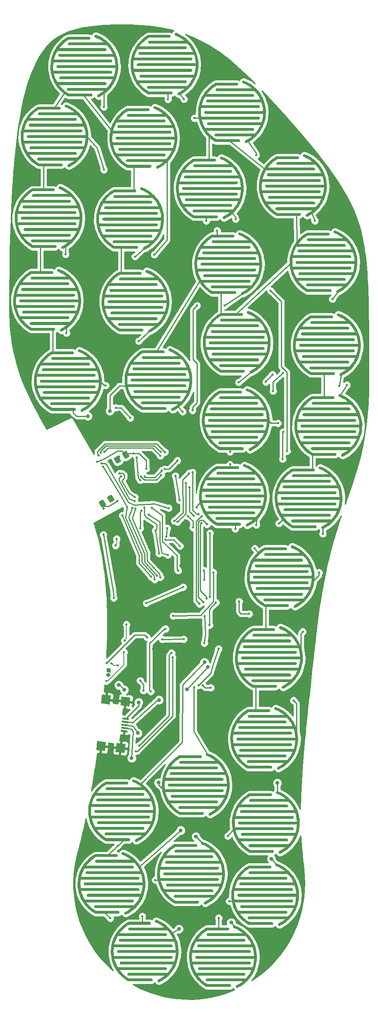
<source format=gtl>
G04 #@! TF.GenerationSoftware,KiCad,Pcbnew,(5.0.0)*
G04 #@! TF.CreationDate,2019-10-21T15:10:14+02:00*
G04 #@! TF.ProjectId,Insole_PCB,496E736F6C655F5043422E6B69636164,rev?*
G04 #@! TF.SameCoordinates,Original*
G04 #@! TF.FileFunction,Copper,L1,Top,Signal*
G04 #@! TF.FilePolarity,Positive*
%FSLAX46Y46*%
G04 Gerber Fmt 4.6, Leading zero omitted, Abs format (unit mm)*
G04 Created by KiCad (PCBNEW (5.0.0)) date 10/21/19 15:10:14*
%MOMM*%
%LPD*%
G01*
G04 APERTURE LIST*
G04 #@! TA.AperFunction,SMDPad,CuDef*
%ADD10C,0.500000*%
G04 #@! TD*
G04 #@! TA.AperFunction,Conductor*
%ADD11C,0.100000*%
G04 #@! TD*
G04 #@! TA.AperFunction,SMDPad,CuDef*
%ADD12C,1.900000*%
G04 #@! TD*
G04 #@! TA.AperFunction,SMDPad,CuDef*
%ADD13C,0.400000*%
G04 #@! TD*
G04 #@! TA.AperFunction,ComponentPad*
%ADD14C,0.850000*%
G04 #@! TD*
G04 #@! TA.AperFunction,Conductor*
%ADD15C,0.850000*%
G04 #@! TD*
G04 #@! TA.AperFunction,SMDPad,CuDef*
%ADD16C,1.150000*%
G04 #@! TD*
G04 #@! TA.AperFunction,ViaPad*
%ADD17C,0.800000*%
G04 #@! TD*
G04 #@! TA.AperFunction,ViaPad*
%ADD18C,0.500000*%
G04 #@! TD*
G04 #@! TA.AperFunction,Conductor*
%ADD19C,0.160000*%
G04 #@! TD*
G04 #@! TA.AperFunction,Conductor*
%ADD20C,0.250000*%
G04 #@! TD*
G04 #@! TA.AperFunction,Conductor*
%ADD21C,0.254000*%
G04 #@! TD*
G04 APERTURE END LIST*
D10*
G04 #@! TO.P,S28,1*
G04 #@! TO.N,/U4_Data*
X218619453Y-227570707D03*
D11*
G04 #@! TD*
G04 #@! TO.N,/U4_Data*
G04 #@! TO.C,S28*
G36*
X226323642Y-220070736D02*
X226352894Y-220072577D01*
X226381827Y-220077263D01*
X226410164Y-220084750D01*
X226437636Y-220094966D01*
X226463979Y-220107815D01*
X226488943Y-220123173D01*
X226512289Y-220140894D01*
X226533795Y-220160808D01*
X226553254Y-220182726D01*
X226570482Y-220206438D01*
X226585314Y-220231718D01*
X226597608Y-220258325D01*
X226607247Y-220286005D01*
X226614139Y-220314493D01*
X226618218Y-220343517D01*
X226619446Y-220372801D01*
X226617810Y-220402066D01*
X226613326Y-220431030D01*
X226606037Y-220459419D01*
X226596012Y-220486962D01*
X226583348Y-220513394D01*
X226568164Y-220538465D01*
X226550607Y-220561934D01*
X226530843Y-220583578D01*
X226509062Y-220603190D01*
X226485470Y-220620583D01*
X226460294Y-220635591D01*
X226433774Y-220648071D01*
X226406163Y-220657903D01*
X226377723Y-220664994D01*
X226348728Y-220669275D01*
X226319453Y-220670707D01*
X222003182Y-220670707D01*
X221745033Y-220826979D01*
X221218851Y-221204227D01*
X220734263Y-221629033D01*
X220293438Y-222099102D01*
X220007665Y-222470707D01*
X229719453Y-222470707D01*
X229723642Y-222470736D01*
X229752894Y-222472577D01*
X229781827Y-222477263D01*
X229810164Y-222484750D01*
X229837636Y-222494966D01*
X229863979Y-222507815D01*
X229888943Y-222523173D01*
X229912289Y-222540894D01*
X229933795Y-222560808D01*
X229953254Y-222582726D01*
X229970482Y-222606438D01*
X229985314Y-222631718D01*
X229997608Y-222658325D01*
X230007247Y-222686005D01*
X230014139Y-222714493D01*
X230018218Y-222743517D01*
X230019446Y-222772801D01*
X230017810Y-222802066D01*
X230013326Y-222831030D01*
X230006037Y-222859419D01*
X229996012Y-222886962D01*
X229983348Y-222913394D01*
X229968164Y-222938465D01*
X229950607Y-222961934D01*
X229930843Y-222983578D01*
X229909062Y-223003190D01*
X229885470Y-223020583D01*
X229860294Y-223035591D01*
X229833774Y-223048071D01*
X229806163Y-223057903D01*
X229777723Y-223064994D01*
X229748728Y-223069275D01*
X229719453Y-223070707D01*
X219613105Y-223070707D01*
X219559465Y-223156677D01*
X219273324Y-223734088D01*
X219044888Y-224336677D01*
X218900184Y-224870707D01*
X230919453Y-224870707D01*
X230923642Y-224870736D01*
X230952894Y-224872577D01*
X230981827Y-224877263D01*
X231010164Y-224884750D01*
X231037636Y-224894966D01*
X231063979Y-224907815D01*
X231088943Y-224923173D01*
X231112289Y-224940894D01*
X231133795Y-224960808D01*
X231153254Y-224982726D01*
X231170482Y-225006438D01*
X231185314Y-225031718D01*
X231197608Y-225058325D01*
X231207247Y-225086005D01*
X231214139Y-225114493D01*
X231218218Y-225143517D01*
X231219446Y-225172801D01*
X231217810Y-225202066D01*
X231213326Y-225231030D01*
X231206037Y-225259419D01*
X231196012Y-225286962D01*
X231183348Y-225313394D01*
X231168164Y-225338465D01*
X231150607Y-225361934D01*
X231130843Y-225383578D01*
X231109062Y-225403190D01*
X231085470Y-225420583D01*
X231060294Y-225435591D01*
X231033774Y-225448071D01*
X231006163Y-225457903D01*
X230977723Y-225464994D01*
X230948728Y-225469275D01*
X230919453Y-225470707D01*
X218790101Y-225470707D01*
X218769308Y-225594152D01*
X218724791Y-226237034D01*
X218743219Y-226881193D01*
X218792694Y-227270707D01*
X230919453Y-227270707D01*
X230923642Y-227270736D01*
X230952894Y-227272577D01*
X230981827Y-227277263D01*
X231010164Y-227284750D01*
X231037636Y-227294966D01*
X231063979Y-227307815D01*
X231088943Y-227323173D01*
X231112289Y-227340894D01*
X231133795Y-227360808D01*
X231153254Y-227382726D01*
X231170482Y-227406438D01*
X231185314Y-227431718D01*
X231197608Y-227458325D01*
X231207247Y-227486005D01*
X231214139Y-227514493D01*
X231218218Y-227543517D01*
X231219446Y-227572801D01*
X231217810Y-227602066D01*
X231213326Y-227631030D01*
X231206037Y-227659419D01*
X231196012Y-227686962D01*
X231183348Y-227713394D01*
X231168164Y-227738465D01*
X231150607Y-227761934D01*
X231130843Y-227783578D01*
X231109062Y-227803190D01*
X231085470Y-227820583D01*
X231060294Y-227835591D01*
X231033774Y-227848071D01*
X231006163Y-227857903D01*
X230977723Y-227864994D01*
X230948728Y-227869275D01*
X230919453Y-227870707D01*
X218904238Y-227870707D01*
X218967618Y-228148806D01*
X219171445Y-228760150D01*
X219433958Y-229348691D01*
X219617177Y-229670707D01*
X229719453Y-229670707D01*
X229723642Y-229670736D01*
X229752894Y-229672577D01*
X229781827Y-229677263D01*
X229810164Y-229684750D01*
X229837636Y-229694966D01*
X229863979Y-229707815D01*
X229888943Y-229723173D01*
X229912289Y-229740894D01*
X229933795Y-229760808D01*
X229953254Y-229782726D01*
X229970482Y-229806438D01*
X229985314Y-229831718D01*
X229997608Y-229858325D01*
X230007247Y-229886005D01*
X230014139Y-229914493D01*
X230018218Y-229943517D01*
X230019446Y-229972801D01*
X230017810Y-230002066D01*
X230013326Y-230031030D01*
X230006037Y-230059419D01*
X229996012Y-230086962D01*
X229983348Y-230113394D01*
X229968164Y-230138465D01*
X229950607Y-230161934D01*
X229930843Y-230183578D01*
X229909062Y-230203190D01*
X229885470Y-230220583D01*
X229860294Y-230235591D01*
X229833774Y-230248071D01*
X229806163Y-230257903D01*
X229777723Y-230264994D01*
X229748728Y-230269275D01*
X229719453Y-230270707D01*
X220008310Y-230270707D01*
X220124465Y-230435131D01*
X220545882Y-230922680D01*
X221012857Y-231366772D01*
X221520941Y-231763179D01*
X222006253Y-232070707D01*
X226719453Y-232070707D01*
X226723642Y-232070736D01*
X226752894Y-232072577D01*
X226781827Y-232077263D01*
X226810164Y-232084750D01*
X226837636Y-232094966D01*
X226863979Y-232107815D01*
X226888943Y-232123173D01*
X226912289Y-232140894D01*
X226933795Y-232160808D01*
X226953254Y-232182726D01*
X226970482Y-232206438D01*
X226985314Y-232231718D01*
X226997608Y-232258325D01*
X227007247Y-232286005D01*
X227014139Y-232314493D01*
X227018218Y-232343517D01*
X227019446Y-232372801D01*
X227017810Y-232402066D01*
X227013326Y-232431030D01*
X227006037Y-232459419D01*
X226996012Y-232486962D01*
X226983348Y-232513394D01*
X226968164Y-232538465D01*
X226950607Y-232561934D01*
X226930843Y-232583578D01*
X226909062Y-232603190D01*
X226885470Y-232620583D01*
X226860294Y-232635591D01*
X226833774Y-232648071D01*
X226806163Y-232657903D01*
X226777723Y-232664994D01*
X226748728Y-232669275D01*
X226719453Y-232670707D01*
X221919453Y-232670707D01*
X221915264Y-232670678D01*
X221886012Y-232668837D01*
X221857079Y-232664151D01*
X221828742Y-232656664D01*
X221801270Y-232646448D01*
X221786234Y-232639114D01*
X221782022Y-232637242D01*
X221779726Y-232635940D01*
X221774927Y-232633599D01*
X221766994Y-232628719D01*
X221756527Y-232622782D01*
X221187398Y-232262142D01*
X221183876Y-232259875D01*
X221173739Y-232252521D01*
X221163436Y-232245263D01*
X220632215Y-231830806D01*
X220628931Y-231828206D01*
X220619557Y-231819895D01*
X220610016Y-231811670D01*
X220121773Y-231347354D01*
X220118758Y-231344446D01*
X220110221Y-231335239D01*
X220101546Y-231326142D01*
X219660944Y-230816397D01*
X219658227Y-230813209D01*
X219650617Y-230803197D01*
X219642884Y-230793313D01*
X219254127Y-230243006D01*
X219251733Y-230239567D01*
X219245126Y-230228843D01*
X219238405Y-230218269D01*
X218905204Y-229632653D01*
X218903158Y-229628998D01*
X218897647Y-229617719D01*
X218891971Y-229606500D01*
X218617506Y-228991164D01*
X218615826Y-228987326D01*
X218611434Y-228975541D01*
X218606888Y-228963844D01*
X218393780Y-228324662D01*
X218392483Y-228320679D01*
X218389265Y-228308532D01*
X218385879Y-228296438D01*
X218236161Y-227639510D01*
X218235259Y-227635419D01*
X218233248Y-227623053D01*
X218231052Y-227610648D01*
X218146153Y-226942246D01*
X218145654Y-226938086D01*
X218144855Y-226925528D01*
X218143885Y-226913024D01*
X218124617Y-226239526D01*
X218124526Y-226235338D01*
X218124957Y-226222777D01*
X218125211Y-226210223D01*
X218171756Y-225538059D01*
X218172074Y-225533882D01*
X218173729Y-225521415D01*
X218175206Y-225508954D01*
X218287120Y-224844541D01*
X218287845Y-224840415D01*
X218290708Y-224828172D01*
X218293395Y-224815910D01*
X218469611Y-224165589D01*
X218470735Y-224161553D01*
X218474768Y-224149679D01*
X218478649Y-224137708D01*
X218717484Y-223507686D01*
X218718996Y-223503779D01*
X218724180Y-223492332D01*
X218729200Y-223480820D01*
X219028374Y-222877110D01*
X219030260Y-222873370D01*
X219036535Y-222862485D01*
X219042656Y-222851515D01*
X219399315Y-222279882D01*
X219401557Y-222276343D01*
X219408870Y-222266115D01*
X219416026Y-222255803D01*
X219826765Y-221721702D01*
X219829341Y-221718399D01*
X219837612Y-221708939D01*
X219845745Y-221699369D01*
X220306641Y-221207897D01*
X220309528Y-221204861D01*
X220318666Y-221196268D01*
X220327711Y-221187522D01*
X220834368Y-220743372D01*
X220837537Y-220740633D01*
X220847471Y-220732972D01*
X220857325Y-220725151D01*
X221404905Y-220332562D01*
X221408327Y-220330145D01*
X221416419Y-220325081D01*
X221424349Y-220319734D01*
X221764095Y-220114067D01*
X221767694Y-220111923D01*
X221773245Y-220109022D01*
X221778612Y-220105823D01*
X221786214Y-220102246D01*
X221793671Y-220098349D01*
X221799470Y-220096007D01*
X221805132Y-220093343D01*
X221813063Y-220090519D01*
X221820849Y-220087375D01*
X221826840Y-220085613D01*
X221832743Y-220083511D01*
X221840915Y-220081474D01*
X221848968Y-220079105D01*
X221855106Y-220077935D01*
X221861183Y-220076420D01*
X221869499Y-220075192D01*
X221877759Y-220073618D01*
X221883995Y-220073052D01*
X221890178Y-220072139D01*
X221898574Y-220071728D01*
X221906949Y-220070968D01*
X221913201Y-220071013D01*
X221919453Y-220070707D01*
X226319453Y-220070707D01*
X226323642Y-220070736D01*
X226323642Y-220070736D01*
G37*
D10*
G04 #@! TO.P,S28,2*
G04 #@! TO.N,/U4_A4*
X232119453Y-226370707D03*
D11*
G04 #@! TD*
G04 #@! TO.N,/U4_A4*
G04 #@! TO.C,S28*
G36*
X227774832Y-219624525D02*
X227803750Y-219629302D01*
X227832064Y-219636878D01*
X227859503Y-219647180D01*
X228477179Y-219914203D01*
X228481012Y-219915892D01*
X228492216Y-219921596D01*
X228503482Y-219927134D01*
X229092153Y-220253158D01*
X229095803Y-220255213D01*
X229106370Y-220261966D01*
X229117069Y-220268594D01*
X229671116Y-220650506D01*
X229674549Y-220652907D01*
X229684449Y-220660692D01*
X229694406Y-220668299D01*
X230208541Y-221102453D01*
X230211722Y-221105178D01*
X230220801Y-221113879D01*
X230229983Y-221122435D01*
X230699298Y-221604687D01*
X230702199Y-221607710D01*
X230710377Y-221617244D01*
X230718690Y-221626666D01*
X231138704Y-222152415D01*
X231141296Y-222155706D01*
X231148509Y-222166000D01*
X231155858Y-222176181D01*
X231522564Y-222740407D01*
X231524823Y-222743935D01*
X231530996Y-222754883D01*
X231537317Y-222765733D01*
X231847215Y-223363050D01*
X231849118Y-223366782D01*
X231854187Y-223378265D01*
X231859426Y-223389696D01*
X232109556Y-224014403D01*
X232111086Y-224018303D01*
X232115012Y-224030230D01*
X232119108Y-224042112D01*
X232307084Y-224688246D01*
X232308227Y-224692276D01*
X232310977Y-224704561D01*
X232313887Y-224716755D01*
X232437915Y-225378150D01*
X232438659Y-225382272D01*
X232440196Y-225394752D01*
X232441904Y-225407187D01*
X232500798Y-226077527D01*
X232501136Y-226081702D01*
X232501447Y-226094269D01*
X232501934Y-226106815D01*
X232495134Y-226779703D01*
X232495062Y-226783891D01*
X232494145Y-226796435D01*
X232493406Y-226808962D01*
X232420976Y-227477975D01*
X232420496Y-227482136D01*
X232418366Y-227494495D01*
X232416402Y-227506926D01*
X232279033Y-228165677D01*
X232278149Y-228169772D01*
X232274823Y-228181863D01*
X232271655Y-228194043D01*
X232070660Y-228836246D01*
X232069381Y-228840235D01*
X232064878Y-228851979D01*
X232060549Y-228863757D01*
X231797844Y-229483281D01*
X231796182Y-229487127D01*
X231790540Y-229498404D01*
X231785097Y-229509674D01*
X231463191Y-230100606D01*
X231461162Y-230104271D01*
X231454466Y-230114912D01*
X231447930Y-230125629D01*
X231069895Y-230682329D01*
X231067518Y-230685778D01*
X231059829Y-230695698D01*
X231052265Y-230705743D01*
X230621711Y-231222896D01*
X230619008Y-231226097D01*
X230610369Y-231235239D01*
X230601879Y-231244479D01*
X230122914Y-231717149D01*
X230119912Y-231720070D01*
X230110456Y-231728296D01*
X230101071Y-231736693D01*
X229578267Y-232160368D01*
X229574995Y-232162983D01*
X229564717Y-232170293D01*
X229554622Y-232177687D01*
X228992970Y-232548323D01*
X228989457Y-232550606D01*
X228979469Y-232556331D01*
X228969596Y-232562268D01*
X228461315Y-232835046D01*
X228457610Y-232837001D01*
X228430965Y-232849212D01*
X228403255Y-232858764D01*
X228374746Y-232865567D01*
X228345709Y-232869556D01*
X228316422Y-232870692D01*
X228287163Y-232868964D01*
X228258212Y-232864389D01*
X228229846Y-232857012D01*
X228202335Y-232846901D01*
X228175942Y-232834154D01*
X228150919Y-232818893D01*
X228127505Y-232801262D01*
X228105922Y-232781431D01*
X228086378Y-232759588D01*
X228069060Y-232735943D01*
X228054130Y-232710721D01*
X228041733Y-232684161D01*
X228031987Y-232656520D01*
X228024986Y-232628058D01*
X228020795Y-232599049D01*
X228019454Y-232569770D01*
X228020978Y-232540499D01*
X228025350Y-232511518D01*
X228032530Y-232483101D01*
X228042448Y-232455520D01*
X228055011Y-232429039D01*
X228070097Y-232403910D01*
X228087563Y-232380373D01*
X228107243Y-232358653D01*
X228128949Y-232338956D01*
X228152473Y-232321473D01*
X228177591Y-232306368D01*
X228673866Y-232040033D01*
X229211905Y-231684979D01*
X229476312Y-231470707D01*
X221919453Y-231470707D01*
X221915264Y-231470678D01*
X221886012Y-231468837D01*
X221857079Y-231464151D01*
X221828742Y-231456664D01*
X221801270Y-231446448D01*
X221774927Y-231433599D01*
X221749963Y-231418241D01*
X221726617Y-231400520D01*
X221705111Y-231380606D01*
X221685652Y-231358688D01*
X221668424Y-231334976D01*
X221653592Y-231309696D01*
X221641298Y-231283089D01*
X221631659Y-231255409D01*
X221624767Y-231226921D01*
X221620688Y-231197897D01*
X221619460Y-231168613D01*
X221621096Y-231139348D01*
X221625580Y-231110384D01*
X221632869Y-231081995D01*
X221642894Y-231054452D01*
X221655558Y-231028020D01*
X221670742Y-231002949D01*
X221688299Y-230979480D01*
X221708063Y-230957836D01*
X221729844Y-230938224D01*
X221753436Y-230920831D01*
X221778612Y-230905823D01*
X221805132Y-230893343D01*
X221832743Y-230883511D01*
X221861183Y-230876420D01*
X221890178Y-230872139D01*
X221919453Y-230870707D01*
X230119453Y-230870707D01*
X230123642Y-230870736D01*
X230126237Y-230870899D01*
X230169983Y-230827729D01*
X230581767Y-230333121D01*
X230943318Y-229800695D01*
X231251184Y-229235537D01*
X231321079Y-229070707D01*
X220319453Y-229070707D01*
X220315264Y-229070678D01*
X220286012Y-229068837D01*
X220257079Y-229064151D01*
X220228742Y-229056664D01*
X220201270Y-229046448D01*
X220174927Y-229033599D01*
X220149963Y-229018241D01*
X220126617Y-229000520D01*
X220105111Y-228980606D01*
X220085652Y-228958688D01*
X220068424Y-228934976D01*
X220053592Y-228909696D01*
X220041298Y-228883089D01*
X220031659Y-228855409D01*
X220024767Y-228826921D01*
X220020688Y-228797897D01*
X220019460Y-228768613D01*
X220021096Y-228739348D01*
X220025580Y-228710384D01*
X220032869Y-228681995D01*
X220042894Y-228654452D01*
X220055558Y-228628020D01*
X220070742Y-228602949D01*
X220088299Y-228579480D01*
X220108063Y-228557836D01*
X220129844Y-228538224D01*
X220153436Y-228520831D01*
X220178612Y-228505823D01*
X220205132Y-228493343D01*
X220232743Y-228483511D01*
X220261183Y-228476420D01*
X220290178Y-228472139D01*
X220319453Y-228470707D01*
X231556366Y-228470707D01*
X231694662Y-228028835D01*
X231826042Y-227398802D01*
X231895312Y-226758973D01*
X231896204Y-226670707D01*
X219719453Y-226670707D01*
X219715264Y-226670678D01*
X219686012Y-226668837D01*
X219657079Y-226664151D01*
X219628742Y-226656664D01*
X219601270Y-226646448D01*
X219574927Y-226633599D01*
X219549963Y-226618241D01*
X219526617Y-226600520D01*
X219505111Y-226580606D01*
X219485652Y-226558688D01*
X219468424Y-226534976D01*
X219453592Y-226509696D01*
X219441298Y-226483089D01*
X219431659Y-226455409D01*
X219424767Y-226426921D01*
X219420688Y-226397897D01*
X219419460Y-226368613D01*
X219421096Y-226339348D01*
X219425580Y-226310384D01*
X219432869Y-226281995D01*
X219442894Y-226254452D01*
X219455558Y-226228020D01*
X219470742Y-226202949D01*
X219488299Y-226179480D01*
X219508063Y-226157836D01*
X219529844Y-226138224D01*
X219553436Y-226120831D01*
X219578612Y-226105823D01*
X219605132Y-226093343D01*
X219632743Y-226083511D01*
X219661183Y-226076420D01*
X219690178Y-226072139D01*
X219719453Y-226070707D01*
X231897887Y-226070707D01*
X231845490Y-225474311D01*
X231726871Y-224841762D01*
X231560737Y-224270707D01*
X220119453Y-224270707D01*
X220115264Y-224270678D01*
X220086012Y-224268837D01*
X220057079Y-224264151D01*
X220028742Y-224256664D01*
X220001270Y-224246448D01*
X219974927Y-224233599D01*
X219949963Y-224218241D01*
X219926617Y-224200520D01*
X219905111Y-224180606D01*
X219885652Y-224158688D01*
X219868424Y-224134976D01*
X219853592Y-224109696D01*
X219841298Y-224083089D01*
X219831659Y-224055409D01*
X219824767Y-224026921D01*
X219820688Y-223997897D01*
X219819460Y-223968613D01*
X219821096Y-223939348D01*
X219825580Y-223910384D01*
X219832869Y-223881995D01*
X219842894Y-223854452D01*
X219855558Y-223828020D01*
X219870742Y-223802949D01*
X219888299Y-223779480D01*
X219908063Y-223757836D01*
X219929844Y-223738224D01*
X219953436Y-223720831D01*
X219978612Y-223705823D01*
X220005132Y-223693343D01*
X220032743Y-223683511D01*
X220061183Y-223676420D01*
X220090178Y-223672139D01*
X220119453Y-223670707D01*
X231325634Y-223670707D01*
X231307869Y-223626340D01*
X231011488Y-223055077D01*
X230660772Y-222515451D01*
X230259070Y-222012626D01*
X230120890Y-221870637D01*
X230119453Y-221870707D01*
X222119453Y-221870707D01*
X222115264Y-221870678D01*
X222086012Y-221868837D01*
X222057079Y-221864151D01*
X222028742Y-221856664D01*
X222001270Y-221846448D01*
X221974927Y-221833599D01*
X221949963Y-221818241D01*
X221926617Y-221800520D01*
X221905111Y-221780606D01*
X221885652Y-221758688D01*
X221868424Y-221734976D01*
X221853592Y-221709696D01*
X221841298Y-221683089D01*
X221831659Y-221655409D01*
X221824767Y-221626921D01*
X221820688Y-221597897D01*
X221819460Y-221568613D01*
X221821096Y-221539348D01*
X221825580Y-221510384D01*
X221832869Y-221481995D01*
X221842894Y-221454452D01*
X221855558Y-221428020D01*
X221870742Y-221402949D01*
X221888299Y-221379480D01*
X221908063Y-221357836D01*
X221929844Y-221338224D01*
X221953436Y-221320831D01*
X221978612Y-221305823D01*
X222005132Y-221293343D01*
X222032743Y-221283511D01*
X222061183Y-221276420D01*
X222090178Y-221272139D01*
X222119453Y-221270707D01*
X229477814Y-221270707D01*
X229318512Y-221136187D01*
X228788624Y-220770928D01*
X228225622Y-220459120D01*
X227621417Y-220197920D01*
X227617583Y-220196231D01*
X227591463Y-220182934D01*
X227566765Y-220167152D01*
X227543725Y-220149035D01*
X227522563Y-220128756D01*
X227503481Y-220106509D01*
X227486661Y-220082506D01*
X227472263Y-220056976D01*
X227460425Y-220030163D01*
X227451261Y-220002323D01*
X227444857Y-219973721D01*
X227441274Y-219944631D01*
X227440547Y-219915330D01*
X227442683Y-219886098D01*
X227447661Y-219857214D01*
X227455434Y-219828954D01*
X227465927Y-219801587D01*
X227479042Y-219775374D01*
X227494651Y-219750567D01*
X227512606Y-219727401D01*
X227532738Y-219706098D01*
X227554851Y-219686861D01*
X227578736Y-219669874D01*
X227604165Y-219655298D01*
X227630895Y-219643274D01*
X227658670Y-219633915D01*
X227687227Y-219627311D01*
X227716291Y-219623526D01*
X227745586Y-219622594D01*
X227774832Y-219624525D01*
X227774832Y-219624525D01*
G37*
D12*
G04 #@! TO.P,J1,6*
G04 #@! TO.N,GND*
X190541075Y-194760864D03*
D11*
G04 #@! TD*
G04 #@! TO.N,GND*
G04 #@! TO.C,J1*
G36*
X189695581Y-193716766D02*
X191585173Y-193915370D01*
X191386569Y-195804962D01*
X189496977Y-195606358D01*
X189695581Y-193716766D01*
X189695581Y-193716766D01*
G37*
D12*
G04 #@! TO.P,J1,6*
G04 #@! TO.N,GND*
X194668341Y-195194657D03*
D11*
G04 #@! TD*
G04 #@! TO.N,GND*
G04 #@! TO.C,J1*
G36*
X193822847Y-194150559D02*
X195712439Y-194349163D01*
X195513835Y-196238755D01*
X193624243Y-196040151D01*
X193822847Y-194150559D01*
X193822847Y-194150559D01*
G37*
D12*
G04 #@! TO.P,J1,6*
G04 #@! TO.N,GND*
X191575907Y-184915097D03*
D11*
G04 #@! TD*
G04 #@! TO.N,GND*
G04 #@! TO.C,J1*
G36*
X190730413Y-183870999D02*
X192620005Y-184069603D01*
X192421401Y-185959195D01*
X190531809Y-185760591D01*
X190730413Y-183870999D01*
X190730413Y-183870999D01*
G37*
D12*
G04 #@! TO.P,J1,6*
G04 #@! TO.N,GND*
X195703173Y-185348891D03*
D11*
G04 #@! TD*
G04 #@! TO.N,GND*
G04 #@! TO.C,J1*
G36*
X194857679Y-184304793D02*
X196747271Y-184503397D01*
X196548667Y-186392989D01*
X194659075Y-186194385D01*
X194857679Y-184304793D01*
X194857679Y-184304793D01*
G37*
D13*
G04 #@! TO.P,J1,5*
G04 #@! TO.N,GND*
X195447679Y-191606464D03*
D11*
G04 #@! TD*
G04 #@! TO.N,GND*
G04 #@! TO.C,J1*
G36*
X194772419Y-191334390D02*
X196164750Y-191480730D01*
X196122939Y-191878538D01*
X194730608Y-191732198D01*
X194772419Y-191334390D01*
X194772419Y-191334390D01*
G37*
D13*
G04 #@! TO.P,J1,4*
G04 #@! TO.N,Net-(J1-Pad4)*
X195515622Y-190960025D03*
D11*
G04 #@! TD*
G04 #@! TO.N,Net-(J1-Pad4)*
G04 #@! TO.C,J1*
G36*
X194840362Y-190687951D02*
X196232693Y-190834291D01*
X196190882Y-191232099D01*
X194798551Y-191085759D01*
X194840362Y-190687951D01*
X194840362Y-190687951D01*
G37*
D13*
G04 #@! TO.P,J1,3*
G04 #@! TO.N,Net-(J1-Pad3)*
X195583566Y-190313585D03*
D11*
G04 #@! TD*
G04 #@! TO.N,Net-(J1-Pad3)*
G04 #@! TO.C,J1*
G36*
X194908306Y-190041511D02*
X196300637Y-190187851D01*
X196258826Y-190585659D01*
X194866495Y-190439319D01*
X194908306Y-190041511D01*
X194908306Y-190041511D01*
G37*
D13*
G04 #@! TO.P,J1,2*
G04 #@! TO.N,Net-(J1-Pad2)*
X195651509Y-189667146D03*
D11*
G04 #@! TD*
G04 #@! TO.N,Net-(J1-Pad2)*
G04 #@! TO.C,J1*
G36*
X194976249Y-189395072D02*
X196368580Y-189541412D01*
X196326769Y-189939220D01*
X194934438Y-189792880D01*
X194976249Y-189395072D01*
X194976249Y-189395072D01*
G37*
D13*
G04 #@! TO.P,J1,1*
G04 #@! TO.N,+5V*
X195719453Y-189020707D03*
D11*
G04 #@! TD*
G04 #@! TO.N,+5V*
G04 #@! TO.C,J1*
G36*
X195044193Y-188748633D02*
X196436524Y-188894973D01*
X196394713Y-189292781D01*
X195002382Y-189146441D01*
X195044193Y-188748633D01*
X195044193Y-188748633D01*
G37*
D14*
G04 #@! TO.P,J2,2*
G04 #@! TO.N,+BATT*
X192099697Y-179718271D03*
D15*
G04 #@! TD*
G04 #@! TO.N,+BATT*
G04 #@! TO.C,J2*
X192099697Y-179718271D02*
X192099697Y-179718271D01*
D14*
G04 #@! TO.P,J2,1*
G04 #@! TO.N,-BATT*
X192169453Y-178720707D03*
D11*
G04 #@! TD*
G04 #@! TO.N,-BATT*
G04 #@! TO.C,J2*
G36*
X191715842Y-179115025D02*
X191775135Y-178267096D01*
X192623064Y-178326389D01*
X192563771Y-179174318D01*
X191715842Y-179115025D01*
X191715842Y-179115025D01*
G37*
G04 #@! TO.N,Net-(L1-Pad2)*
G04 #@! TO.C,L1*
G36*
X192667615Y-141594030D02*
X192691988Y-141596834D01*
X192715969Y-141602014D01*
X192739326Y-141609519D01*
X192761836Y-141619277D01*
X192783281Y-141631194D01*
X192803454Y-141645157D01*
X192822161Y-141661029D01*
X192839223Y-141678658D01*
X192854475Y-141697875D01*
X192867770Y-141718495D01*
X193317771Y-142497920D01*
X193328980Y-142519743D01*
X193337997Y-142542560D01*
X193344733Y-142566150D01*
X193349125Y-142590288D01*
X193351130Y-142614739D01*
X193350729Y-142639270D01*
X193347925Y-142663643D01*
X193342745Y-142687624D01*
X193335241Y-142710981D01*
X193325482Y-142733491D01*
X193313565Y-142754935D01*
X193299603Y-142775109D01*
X193283730Y-142793816D01*
X193266101Y-142810878D01*
X193246884Y-142826130D01*
X193226264Y-142839425D01*
X192663345Y-143164426D01*
X192641522Y-143175635D01*
X192618705Y-143184652D01*
X192595115Y-143191388D01*
X192570977Y-143195780D01*
X192546526Y-143197785D01*
X192521995Y-143197384D01*
X192497622Y-143194580D01*
X192473641Y-143189400D01*
X192450284Y-143181895D01*
X192427774Y-143172137D01*
X192406329Y-143160220D01*
X192386156Y-143146257D01*
X192367449Y-143130385D01*
X192350387Y-143112756D01*
X192335135Y-143093539D01*
X192321840Y-143072919D01*
X191871839Y-142293494D01*
X191860630Y-142271671D01*
X191851613Y-142248854D01*
X191844877Y-142225264D01*
X191840485Y-142201126D01*
X191838480Y-142176675D01*
X191838881Y-142152144D01*
X191841685Y-142127771D01*
X191846865Y-142103790D01*
X191854369Y-142080433D01*
X191864128Y-142057923D01*
X191876045Y-142036479D01*
X191890007Y-142016305D01*
X191905880Y-141997598D01*
X191923509Y-141980536D01*
X191942726Y-141965284D01*
X191963346Y-141951989D01*
X192526265Y-141626988D01*
X192548088Y-141615779D01*
X192570905Y-141606762D01*
X192594495Y-141600026D01*
X192618633Y-141595634D01*
X192643084Y-141593629D01*
X192667615Y-141594030D01*
X192667615Y-141594030D01*
G37*
D16*
G04 #@! TD*
G04 #@! TO.P,L1,2*
G04 #@! TO.N,Net-(L1-Pad2)*
X192594805Y-142395707D03*
D11*
G04 #@! TO.N,+3V3*
G04 #@! TO.C,L1*
G36*
X190892263Y-142619030D02*
X190916636Y-142621834D01*
X190940617Y-142627014D01*
X190963974Y-142634519D01*
X190986484Y-142644277D01*
X191007929Y-142656194D01*
X191028102Y-142670157D01*
X191046809Y-142686029D01*
X191063871Y-142703658D01*
X191079123Y-142722875D01*
X191092418Y-142743495D01*
X191542419Y-143522920D01*
X191553628Y-143544743D01*
X191562645Y-143567560D01*
X191569381Y-143591150D01*
X191573773Y-143615288D01*
X191575778Y-143639739D01*
X191575377Y-143664270D01*
X191572573Y-143688643D01*
X191567393Y-143712624D01*
X191559889Y-143735981D01*
X191550130Y-143758491D01*
X191538213Y-143779935D01*
X191524251Y-143800109D01*
X191508378Y-143818816D01*
X191490749Y-143835878D01*
X191471532Y-143851130D01*
X191450912Y-143864425D01*
X190887993Y-144189426D01*
X190866170Y-144200635D01*
X190843353Y-144209652D01*
X190819763Y-144216388D01*
X190795625Y-144220780D01*
X190771174Y-144222785D01*
X190746643Y-144222384D01*
X190722270Y-144219580D01*
X190698289Y-144214400D01*
X190674932Y-144206895D01*
X190652422Y-144197137D01*
X190630977Y-144185220D01*
X190610804Y-144171257D01*
X190592097Y-144155385D01*
X190575035Y-144137756D01*
X190559783Y-144118539D01*
X190546488Y-144097919D01*
X190096487Y-143318494D01*
X190085278Y-143296671D01*
X190076261Y-143273854D01*
X190069525Y-143250264D01*
X190065133Y-143226126D01*
X190063128Y-143201675D01*
X190063529Y-143177144D01*
X190066333Y-143152771D01*
X190071513Y-143128790D01*
X190079017Y-143105433D01*
X190088776Y-143082923D01*
X190100693Y-143061479D01*
X190114655Y-143041305D01*
X190130528Y-143022598D01*
X190148157Y-143005536D01*
X190167374Y-142990284D01*
X190187994Y-142976989D01*
X190750913Y-142651988D01*
X190772736Y-142640779D01*
X190795553Y-142631762D01*
X190819143Y-142625026D01*
X190843281Y-142620634D01*
X190867732Y-142618629D01*
X190892263Y-142619030D01*
X190892263Y-142619030D01*
G37*
D16*
G04 #@! TD*
G04 #@! TO.P,L1,1*
G04 #@! TO.N,+3V3*
X190819453Y-143420707D03*
D11*
G04 #@! TO.N,Net-(L2-Pad2)*
G04 #@! TO.C,L2*
G36*
X194092263Y-133339030D02*
X194116636Y-133341834D01*
X194140617Y-133347014D01*
X194163974Y-133354519D01*
X194186484Y-133364277D01*
X194207929Y-133376194D01*
X194228102Y-133390157D01*
X194246809Y-133406029D01*
X194263871Y-133423658D01*
X194279123Y-133442875D01*
X194292418Y-133463495D01*
X194742419Y-134242920D01*
X194753628Y-134264743D01*
X194762645Y-134287560D01*
X194769381Y-134311150D01*
X194773773Y-134335288D01*
X194775778Y-134359739D01*
X194775377Y-134384270D01*
X194772573Y-134408643D01*
X194767393Y-134432624D01*
X194759889Y-134455981D01*
X194750130Y-134478491D01*
X194738213Y-134499935D01*
X194724251Y-134520109D01*
X194708378Y-134538816D01*
X194690749Y-134555878D01*
X194671532Y-134571130D01*
X194650912Y-134584425D01*
X194087993Y-134909426D01*
X194066170Y-134920635D01*
X194043353Y-134929652D01*
X194019763Y-134936388D01*
X193995625Y-134940780D01*
X193971174Y-134942785D01*
X193946643Y-134942384D01*
X193922270Y-134939580D01*
X193898289Y-134934400D01*
X193874932Y-134926895D01*
X193852422Y-134917137D01*
X193830977Y-134905220D01*
X193810804Y-134891257D01*
X193792097Y-134875385D01*
X193775035Y-134857756D01*
X193759783Y-134838539D01*
X193746488Y-134817919D01*
X193296487Y-134038494D01*
X193285278Y-134016671D01*
X193276261Y-133993854D01*
X193269525Y-133970264D01*
X193265133Y-133946126D01*
X193263128Y-133921675D01*
X193263529Y-133897144D01*
X193266333Y-133872771D01*
X193271513Y-133848790D01*
X193279017Y-133825433D01*
X193288776Y-133802923D01*
X193300693Y-133781479D01*
X193314655Y-133761305D01*
X193330528Y-133742598D01*
X193348157Y-133725536D01*
X193367374Y-133710284D01*
X193387994Y-133696989D01*
X193950913Y-133371988D01*
X193972736Y-133360779D01*
X193995553Y-133351762D01*
X194019143Y-133345026D01*
X194043281Y-133340634D01*
X194067732Y-133338629D01*
X194092263Y-133339030D01*
X194092263Y-133339030D01*
G37*
D16*
G04 #@! TD*
G04 #@! TO.P,L2,2*
G04 #@! TO.N,Net-(L2-Pad2)*
X194019453Y-134140707D03*
D11*
G04 #@! TO.N,+3V3*
G04 #@! TO.C,L2*
G36*
X195867615Y-132314030D02*
X195891988Y-132316834D01*
X195915969Y-132322014D01*
X195939326Y-132329519D01*
X195961836Y-132339277D01*
X195983281Y-132351194D01*
X196003454Y-132365157D01*
X196022161Y-132381029D01*
X196039223Y-132398658D01*
X196054475Y-132417875D01*
X196067770Y-132438495D01*
X196517771Y-133217920D01*
X196528980Y-133239743D01*
X196537997Y-133262560D01*
X196544733Y-133286150D01*
X196549125Y-133310288D01*
X196551130Y-133334739D01*
X196550729Y-133359270D01*
X196547925Y-133383643D01*
X196542745Y-133407624D01*
X196535241Y-133430981D01*
X196525482Y-133453491D01*
X196513565Y-133474935D01*
X196499603Y-133495109D01*
X196483730Y-133513816D01*
X196466101Y-133530878D01*
X196446884Y-133546130D01*
X196426264Y-133559425D01*
X195863345Y-133884426D01*
X195841522Y-133895635D01*
X195818705Y-133904652D01*
X195795115Y-133911388D01*
X195770977Y-133915780D01*
X195746526Y-133917785D01*
X195721995Y-133917384D01*
X195697622Y-133914580D01*
X195673641Y-133909400D01*
X195650284Y-133901895D01*
X195627774Y-133892137D01*
X195606329Y-133880220D01*
X195586156Y-133866257D01*
X195567449Y-133850385D01*
X195550387Y-133832756D01*
X195535135Y-133813539D01*
X195521840Y-133792919D01*
X195071839Y-133013494D01*
X195060630Y-132991671D01*
X195051613Y-132968854D01*
X195044877Y-132945264D01*
X195040485Y-132921126D01*
X195038480Y-132896675D01*
X195038881Y-132872144D01*
X195041685Y-132847771D01*
X195046865Y-132823790D01*
X195054369Y-132800433D01*
X195064128Y-132777923D01*
X195076045Y-132756479D01*
X195090007Y-132736305D01*
X195105880Y-132717598D01*
X195123509Y-132700536D01*
X195142726Y-132685284D01*
X195163346Y-132671989D01*
X195726265Y-132346988D01*
X195748088Y-132335779D01*
X195770905Y-132326762D01*
X195794495Y-132320026D01*
X195818633Y-132315634D01*
X195843084Y-132313629D01*
X195867615Y-132314030D01*
X195867615Y-132314030D01*
G37*
D16*
G04 #@! TD*
G04 #@! TO.P,L2,1*
G04 #@! TO.N,+3V3*
X195794805Y-133115707D03*
D10*
G04 #@! TO.P,S0,1*
G04 #@! TO.N,/U1_Data*
X176800000Y-118700000D03*
D11*
G04 #@! TD*
G04 #@! TO.N,/U1_Data*
G04 #@! TO.C,S0*
G36*
X184504189Y-111200029D02*
X184533441Y-111201870D01*
X184562374Y-111206556D01*
X184590711Y-111214043D01*
X184618183Y-111224259D01*
X184644526Y-111237108D01*
X184669490Y-111252466D01*
X184692836Y-111270187D01*
X184714342Y-111290101D01*
X184733801Y-111312019D01*
X184751029Y-111335731D01*
X184765861Y-111361011D01*
X184778155Y-111387618D01*
X184787794Y-111415298D01*
X184794686Y-111443786D01*
X184798765Y-111472810D01*
X184799993Y-111502094D01*
X184798357Y-111531359D01*
X184793873Y-111560323D01*
X184786584Y-111588712D01*
X184776559Y-111616255D01*
X184763895Y-111642687D01*
X184748711Y-111667758D01*
X184731154Y-111691227D01*
X184711390Y-111712871D01*
X184689609Y-111732483D01*
X184666017Y-111749876D01*
X184640841Y-111764884D01*
X184614321Y-111777364D01*
X184586710Y-111787196D01*
X184558270Y-111794287D01*
X184529275Y-111798568D01*
X184500000Y-111800000D01*
X180183729Y-111800000D01*
X179925580Y-111956272D01*
X179399398Y-112333520D01*
X178914810Y-112758326D01*
X178473985Y-113228395D01*
X178188212Y-113600000D01*
X187900000Y-113600000D01*
X187904189Y-113600029D01*
X187933441Y-113601870D01*
X187962374Y-113606556D01*
X187990711Y-113614043D01*
X188018183Y-113624259D01*
X188044526Y-113637108D01*
X188069490Y-113652466D01*
X188092836Y-113670187D01*
X188114342Y-113690101D01*
X188133801Y-113712019D01*
X188151029Y-113735731D01*
X188165861Y-113761011D01*
X188178155Y-113787618D01*
X188187794Y-113815298D01*
X188194686Y-113843786D01*
X188198765Y-113872810D01*
X188199993Y-113902094D01*
X188198357Y-113931359D01*
X188193873Y-113960323D01*
X188186584Y-113988712D01*
X188176559Y-114016255D01*
X188163895Y-114042687D01*
X188148711Y-114067758D01*
X188131154Y-114091227D01*
X188111390Y-114112871D01*
X188089609Y-114132483D01*
X188066017Y-114149876D01*
X188040841Y-114164884D01*
X188014321Y-114177364D01*
X187986710Y-114187196D01*
X187958270Y-114194287D01*
X187929275Y-114198568D01*
X187900000Y-114200000D01*
X177793652Y-114200000D01*
X177740012Y-114285970D01*
X177453871Y-114863381D01*
X177225435Y-115465970D01*
X177080731Y-116000000D01*
X189100000Y-116000000D01*
X189104189Y-116000029D01*
X189133441Y-116001870D01*
X189162374Y-116006556D01*
X189190711Y-116014043D01*
X189218183Y-116024259D01*
X189244526Y-116037108D01*
X189269490Y-116052466D01*
X189292836Y-116070187D01*
X189314342Y-116090101D01*
X189333801Y-116112019D01*
X189351029Y-116135731D01*
X189365861Y-116161011D01*
X189378155Y-116187618D01*
X189387794Y-116215298D01*
X189394686Y-116243786D01*
X189398765Y-116272810D01*
X189399993Y-116302094D01*
X189398357Y-116331359D01*
X189393873Y-116360323D01*
X189386584Y-116388712D01*
X189376559Y-116416255D01*
X189363895Y-116442687D01*
X189348711Y-116467758D01*
X189331154Y-116491227D01*
X189311390Y-116512871D01*
X189289609Y-116532483D01*
X189266017Y-116549876D01*
X189240841Y-116564884D01*
X189214321Y-116577364D01*
X189186710Y-116587196D01*
X189158270Y-116594287D01*
X189129275Y-116598568D01*
X189100000Y-116600000D01*
X176970648Y-116600000D01*
X176949855Y-116723445D01*
X176905338Y-117366327D01*
X176923766Y-118010486D01*
X176973241Y-118400000D01*
X189100000Y-118400000D01*
X189104189Y-118400029D01*
X189133441Y-118401870D01*
X189162374Y-118406556D01*
X189190711Y-118414043D01*
X189218183Y-118424259D01*
X189244526Y-118437108D01*
X189269490Y-118452466D01*
X189292836Y-118470187D01*
X189314342Y-118490101D01*
X189333801Y-118512019D01*
X189351029Y-118535731D01*
X189365861Y-118561011D01*
X189378155Y-118587618D01*
X189387794Y-118615298D01*
X189394686Y-118643786D01*
X189398765Y-118672810D01*
X189399993Y-118702094D01*
X189398357Y-118731359D01*
X189393873Y-118760323D01*
X189386584Y-118788712D01*
X189376559Y-118816255D01*
X189363895Y-118842687D01*
X189348711Y-118867758D01*
X189331154Y-118891227D01*
X189311390Y-118912871D01*
X189289609Y-118932483D01*
X189266017Y-118949876D01*
X189240841Y-118964884D01*
X189214321Y-118977364D01*
X189186710Y-118987196D01*
X189158270Y-118994287D01*
X189129275Y-118998568D01*
X189100000Y-119000000D01*
X177084785Y-119000000D01*
X177148165Y-119278099D01*
X177351992Y-119889443D01*
X177614505Y-120477984D01*
X177797724Y-120800000D01*
X187900000Y-120800000D01*
X187904189Y-120800029D01*
X187933441Y-120801870D01*
X187962374Y-120806556D01*
X187990711Y-120814043D01*
X188018183Y-120824259D01*
X188044526Y-120837108D01*
X188069490Y-120852466D01*
X188092836Y-120870187D01*
X188114342Y-120890101D01*
X188133801Y-120912019D01*
X188151029Y-120935731D01*
X188165861Y-120961011D01*
X188178155Y-120987618D01*
X188187794Y-121015298D01*
X188194686Y-121043786D01*
X188198765Y-121072810D01*
X188199993Y-121102094D01*
X188198357Y-121131359D01*
X188193873Y-121160323D01*
X188186584Y-121188712D01*
X188176559Y-121216255D01*
X188163895Y-121242687D01*
X188148711Y-121267758D01*
X188131154Y-121291227D01*
X188111390Y-121312871D01*
X188089609Y-121332483D01*
X188066017Y-121349876D01*
X188040841Y-121364884D01*
X188014321Y-121377364D01*
X187986710Y-121387196D01*
X187958270Y-121394287D01*
X187929275Y-121398568D01*
X187900000Y-121400000D01*
X178188857Y-121400000D01*
X178305012Y-121564424D01*
X178726429Y-122051973D01*
X179193404Y-122496065D01*
X179701488Y-122892472D01*
X180186800Y-123200000D01*
X184900000Y-123200000D01*
X184904189Y-123200029D01*
X184933441Y-123201870D01*
X184962374Y-123206556D01*
X184990711Y-123214043D01*
X185018183Y-123224259D01*
X185044526Y-123237108D01*
X185069490Y-123252466D01*
X185092836Y-123270187D01*
X185114342Y-123290101D01*
X185133801Y-123312019D01*
X185151029Y-123335731D01*
X185165861Y-123361011D01*
X185178155Y-123387618D01*
X185187794Y-123415298D01*
X185194686Y-123443786D01*
X185198765Y-123472810D01*
X185199993Y-123502094D01*
X185198357Y-123531359D01*
X185193873Y-123560323D01*
X185186584Y-123588712D01*
X185176559Y-123616255D01*
X185163895Y-123642687D01*
X185148711Y-123667758D01*
X185131154Y-123691227D01*
X185111390Y-123712871D01*
X185089609Y-123732483D01*
X185066017Y-123749876D01*
X185040841Y-123764884D01*
X185014321Y-123777364D01*
X184986710Y-123787196D01*
X184958270Y-123794287D01*
X184929275Y-123798568D01*
X184900000Y-123800000D01*
X180100000Y-123800000D01*
X180095811Y-123799971D01*
X180066559Y-123798130D01*
X180037626Y-123793444D01*
X180009289Y-123785957D01*
X179981817Y-123775741D01*
X179966781Y-123768407D01*
X179962569Y-123766535D01*
X179960273Y-123765233D01*
X179955474Y-123762892D01*
X179947541Y-123758012D01*
X179937074Y-123752075D01*
X179367945Y-123391435D01*
X179364423Y-123389168D01*
X179354286Y-123381814D01*
X179343983Y-123374556D01*
X178812762Y-122960099D01*
X178809478Y-122957499D01*
X178800104Y-122949188D01*
X178790563Y-122940963D01*
X178302320Y-122476647D01*
X178299305Y-122473739D01*
X178290768Y-122464532D01*
X178282093Y-122455435D01*
X177841491Y-121945690D01*
X177838774Y-121942502D01*
X177831164Y-121932490D01*
X177823431Y-121922606D01*
X177434674Y-121372299D01*
X177432280Y-121368860D01*
X177425673Y-121358136D01*
X177418952Y-121347562D01*
X177085751Y-120761946D01*
X177083705Y-120758291D01*
X177078194Y-120747012D01*
X177072518Y-120735793D01*
X176798053Y-120120457D01*
X176796373Y-120116619D01*
X176791981Y-120104834D01*
X176787435Y-120093137D01*
X176574327Y-119453955D01*
X176573030Y-119449972D01*
X176569812Y-119437825D01*
X176566426Y-119425731D01*
X176416708Y-118768803D01*
X176415806Y-118764712D01*
X176413795Y-118752346D01*
X176411599Y-118739941D01*
X176326700Y-118071539D01*
X176326201Y-118067379D01*
X176325402Y-118054821D01*
X176324432Y-118042317D01*
X176305164Y-117368819D01*
X176305073Y-117364631D01*
X176305504Y-117352070D01*
X176305758Y-117339516D01*
X176352303Y-116667352D01*
X176352621Y-116663175D01*
X176354276Y-116650708D01*
X176355753Y-116638247D01*
X176467667Y-115973834D01*
X176468392Y-115969708D01*
X176471255Y-115957465D01*
X176473942Y-115945203D01*
X176650158Y-115294882D01*
X176651282Y-115290846D01*
X176655315Y-115278972D01*
X176659196Y-115267001D01*
X176898031Y-114636979D01*
X176899543Y-114633072D01*
X176904727Y-114621625D01*
X176909747Y-114610113D01*
X177208921Y-114006403D01*
X177210807Y-114002663D01*
X177217082Y-113991778D01*
X177223203Y-113980808D01*
X177579862Y-113409175D01*
X177582104Y-113405636D01*
X177589417Y-113395408D01*
X177596573Y-113385096D01*
X178007312Y-112850995D01*
X178009888Y-112847692D01*
X178018159Y-112838232D01*
X178026292Y-112828662D01*
X178487188Y-112337190D01*
X178490075Y-112334154D01*
X178499213Y-112325561D01*
X178508258Y-112316815D01*
X179014915Y-111872665D01*
X179018084Y-111869926D01*
X179028018Y-111862265D01*
X179037872Y-111854444D01*
X179585452Y-111461855D01*
X179588874Y-111459438D01*
X179596966Y-111454374D01*
X179604896Y-111449027D01*
X179944642Y-111243360D01*
X179948241Y-111241216D01*
X179953792Y-111238315D01*
X179959159Y-111235116D01*
X179966761Y-111231539D01*
X179974218Y-111227642D01*
X179980017Y-111225300D01*
X179985679Y-111222636D01*
X179993610Y-111219812D01*
X180001396Y-111216668D01*
X180007387Y-111214906D01*
X180013290Y-111212804D01*
X180021462Y-111210767D01*
X180029515Y-111208398D01*
X180035653Y-111207228D01*
X180041730Y-111205713D01*
X180050046Y-111204485D01*
X180058306Y-111202911D01*
X180064542Y-111202345D01*
X180070725Y-111201432D01*
X180079121Y-111201021D01*
X180087496Y-111200261D01*
X180093748Y-111200306D01*
X180100000Y-111200000D01*
X184500000Y-111200000D01*
X184504189Y-111200029D01*
X184504189Y-111200029D01*
G37*
D10*
G04 #@! TO.P,S0,2*
G04 #@! TO.N,/U1_A0*
X190300000Y-117500000D03*
D11*
G04 #@! TD*
G04 #@! TO.N,/U1_A0*
G04 #@! TO.C,S0*
G36*
X185955379Y-110753818D02*
X185984297Y-110758595D01*
X186012611Y-110766171D01*
X186040050Y-110776473D01*
X186657726Y-111043496D01*
X186661559Y-111045185D01*
X186672763Y-111050889D01*
X186684029Y-111056427D01*
X187272700Y-111382451D01*
X187276350Y-111384506D01*
X187286917Y-111391259D01*
X187297616Y-111397887D01*
X187851663Y-111779799D01*
X187855096Y-111782200D01*
X187864996Y-111789985D01*
X187874953Y-111797592D01*
X188389088Y-112231746D01*
X188392269Y-112234471D01*
X188401348Y-112243172D01*
X188410530Y-112251728D01*
X188879845Y-112733980D01*
X188882746Y-112737003D01*
X188890924Y-112746537D01*
X188899237Y-112755959D01*
X189319251Y-113281708D01*
X189321843Y-113284999D01*
X189329056Y-113295293D01*
X189336405Y-113305474D01*
X189703111Y-113869700D01*
X189705370Y-113873228D01*
X189711543Y-113884176D01*
X189717864Y-113895026D01*
X190027762Y-114492343D01*
X190029665Y-114496075D01*
X190034734Y-114507558D01*
X190039973Y-114518989D01*
X190290103Y-115143696D01*
X190291633Y-115147596D01*
X190295559Y-115159523D01*
X190299655Y-115171405D01*
X190487631Y-115817539D01*
X190488774Y-115821569D01*
X190491524Y-115833854D01*
X190494434Y-115846048D01*
X190618462Y-116507443D01*
X190619206Y-116511565D01*
X190620743Y-116524045D01*
X190622451Y-116536480D01*
X190681345Y-117206820D01*
X190681683Y-117210995D01*
X190681994Y-117223562D01*
X190682481Y-117236108D01*
X190675681Y-117908996D01*
X190675609Y-117913184D01*
X190674692Y-117925728D01*
X190673953Y-117938255D01*
X190601523Y-118607268D01*
X190601043Y-118611429D01*
X190598913Y-118623788D01*
X190596949Y-118636219D01*
X190459580Y-119294970D01*
X190458696Y-119299065D01*
X190455370Y-119311156D01*
X190452202Y-119323336D01*
X190251207Y-119965539D01*
X190249928Y-119969528D01*
X190245425Y-119981272D01*
X190241096Y-119993050D01*
X189978391Y-120612574D01*
X189976729Y-120616420D01*
X189971087Y-120627697D01*
X189965644Y-120638967D01*
X189643738Y-121229899D01*
X189641709Y-121233564D01*
X189635013Y-121244205D01*
X189628477Y-121254922D01*
X189250442Y-121811622D01*
X189248065Y-121815071D01*
X189240376Y-121824991D01*
X189232812Y-121835036D01*
X188802258Y-122352189D01*
X188799555Y-122355390D01*
X188790916Y-122364532D01*
X188782426Y-122373772D01*
X188303461Y-122846442D01*
X188300459Y-122849363D01*
X188291003Y-122857589D01*
X188281618Y-122865986D01*
X187758814Y-123289661D01*
X187755542Y-123292276D01*
X187745264Y-123299586D01*
X187735169Y-123306980D01*
X187173517Y-123677616D01*
X187170004Y-123679899D01*
X187160016Y-123685624D01*
X187150143Y-123691561D01*
X186641862Y-123964339D01*
X186638157Y-123966294D01*
X186611512Y-123978505D01*
X186583802Y-123988057D01*
X186555293Y-123994860D01*
X186526256Y-123998849D01*
X186496969Y-123999985D01*
X186467710Y-123998257D01*
X186438759Y-123993682D01*
X186410393Y-123986305D01*
X186382882Y-123976194D01*
X186356489Y-123963447D01*
X186331466Y-123948186D01*
X186308052Y-123930555D01*
X186286469Y-123910724D01*
X186266925Y-123888881D01*
X186249607Y-123865236D01*
X186234677Y-123840014D01*
X186222280Y-123813454D01*
X186212534Y-123785813D01*
X186205533Y-123757351D01*
X186201342Y-123728342D01*
X186200001Y-123699063D01*
X186201525Y-123669792D01*
X186205897Y-123640811D01*
X186213077Y-123612394D01*
X186222995Y-123584813D01*
X186235558Y-123558332D01*
X186250644Y-123533203D01*
X186268110Y-123509666D01*
X186287790Y-123487946D01*
X186309496Y-123468249D01*
X186333020Y-123450766D01*
X186358138Y-123435661D01*
X186854413Y-123169326D01*
X187392452Y-122814272D01*
X187656859Y-122600000D01*
X180100000Y-122600000D01*
X180095811Y-122599971D01*
X180066559Y-122598130D01*
X180037626Y-122593444D01*
X180009289Y-122585957D01*
X179981817Y-122575741D01*
X179955474Y-122562892D01*
X179930510Y-122547534D01*
X179907164Y-122529813D01*
X179885658Y-122509899D01*
X179866199Y-122487981D01*
X179848971Y-122464269D01*
X179834139Y-122438989D01*
X179821845Y-122412382D01*
X179812206Y-122384702D01*
X179805314Y-122356214D01*
X179801235Y-122327190D01*
X179800007Y-122297906D01*
X179801643Y-122268641D01*
X179806127Y-122239677D01*
X179813416Y-122211288D01*
X179823441Y-122183745D01*
X179836105Y-122157313D01*
X179851289Y-122132242D01*
X179868846Y-122108773D01*
X179888610Y-122087129D01*
X179910391Y-122067517D01*
X179933983Y-122050124D01*
X179959159Y-122035116D01*
X179985679Y-122022636D01*
X180013290Y-122012804D01*
X180041730Y-122005713D01*
X180070725Y-122001432D01*
X180100000Y-122000000D01*
X188300000Y-122000000D01*
X188304189Y-122000029D01*
X188306784Y-122000192D01*
X188350530Y-121957022D01*
X188762314Y-121462414D01*
X189123865Y-120929988D01*
X189431731Y-120364830D01*
X189501626Y-120200000D01*
X178500000Y-120200000D01*
X178495811Y-120199971D01*
X178466559Y-120198130D01*
X178437626Y-120193444D01*
X178409289Y-120185957D01*
X178381817Y-120175741D01*
X178355474Y-120162892D01*
X178330510Y-120147534D01*
X178307164Y-120129813D01*
X178285658Y-120109899D01*
X178266199Y-120087981D01*
X178248971Y-120064269D01*
X178234139Y-120038989D01*
X178221845Y-120012382D01*
X178212206Y-119984702D01*
X178205314Y-119956214D01*
X178201235Y-119927190D01*
X178200007Y-119897906D01*
X178201643Y-119868641D01*
X178206127Y-119839677D01*
X178213416Y-119811288D01*
X178223441Y-119783745D01*
X178236105Y-119757313D01*
X178251289Y-119732242D01*
X178268846Y-119708773D01*
X178288610Y-119687129D01*
X178310391Y-119667517D01*
X178333983Y-119650124D01*
X178359159Y-119635116D01*
X178385679Y-119622636D01*
X178413290Y-119612804D01*
X178441730Y-119605713D01*
X178470725Y-119601432D01*
X178500000Y-119600000D01*
X189736913Y-119600000D01*
X189875209Y-119158128D01*
X190006589Y-118528095D01*
X190075859Y-117888266D01*
X190076751Y-117800000D01*
X177900000Y-117800000D01*
X177895811Y-117799971D01*
X177866559Y-117798130D01*
X177837626Y-117793444D01*
X177809289Y-117785957D01*
X177781817Y-117775741D01*
X177755474Y-117762892D01*
X177730510Y-117747534D01*
X177707164Y-117729813D01*
X177685658Y-117709899D01*
X177666199Y-117687981D01*
X177648971Y-117664269D01*
X177634139Y-117638989D01*
X177621845Y-117612382D01*
X177612206Y-117584702D01*
X177605314Y-117556214D01*
X177601235Y-117527190D01*
X177600007Y-117497906D01*
X177601643Y-117468641D01*
X177606127Y-117439677D01*
X177613416Y-117411288D01*
X177623441Y-117383745D01*
X177636105Y-117357313D01*
X177651289Y-117332242D01*
X177668846Y-117308773D01*
X177688610Y-117287129D01*
X177710391Y-117267517D01*
X177733983Y-117250124D01*
X177759159Y-117235116D01*
X177785679Y-117222636D01*
X177813290Y-117212804D01*
X177841730Y-117205713D01*
X177870725Y-117201432D01*
X177900000Y-117200000D01*
X190078434Y-117200000D01*
X190026037Y-116603604D01*
X189907418Y-115971055D01*
X189741284Y-115400000D01*
X178300000Y-115400000D01*
X178295811Y-115399971D01*
X178266559Y-115398130D01*
X178237626Y-115393444D01*
X178209289Y-115385957D01*
X178181817Y-115375741D01*
X178155474Y-115362892D01*
X178130510Y-115347534D01*
X178107164Y-115329813D01*
X178085658Y-115309899D01*
X178066199Y-115287981D01*
X178048971Y-115264269D01*
X178034139Y-115238989D01*
X178021845Y-115212382D01*
X178012206Y-115184702D01*
X178005314Y-115156214D01*
X178001235Y-115127190D01*
X178000007Y-115097906D01*
X178001643Y-115068641D01*
X178006127Y-115039677D01*
X178013416Y-115011288D01*
X178023441Y-114983745D01*
X178036105Y-114957313D01*
X178051289Y-114932242D01*
X178068846Y-114908773D01*
X178088610Y-114887129D01*
X178110391Y-114867517D01*
X178133983Y-114850124D01*
X178159159Y-114835116D01*
X178185679Y-114822636D01*
X178213290Y-114812804D01*
X178241730Y-114805713D01*
X178270725Y-114801432D01*
X178300000Y-114800000D01*
X189506181Y-114800000D01*
X189488416Y-114755633D01*
X189192035Y-114184370D01*
X188841319Y-113644744D01*
X188439617Y-113141919D01*
X188301437Y-112999930D01*
X188300000Y-113000000D01*
X180300000Y-113000000D01*
X180295811Y-112999971D01*
X180266559Y-112998130D01*
X180237626Y-112993444D01*
X180209289Y-112985957D01*
X180181817Y-112975741D01*
X180155474Y-112962892D01*
X180130510Y-112947534D01*
X180107164Y-112929813D01*
X180085658Y-112909899D01*
X180066199Y-112887981D01*
X180048971Y-112864269D01*
X180034139Y-112838989D01*
X180021845Y-112812382D01*
X180012206Y-112784702D01*
X180005314Y-112756214D01*
X180001235Y-112727190D01*
X180000007Y-112697906D01*
X180001643Y-112668641D01*
X180006127Y-112639677D01*
X180013416Y-112611288D01*
X180023441Y-112583745D01*
X180036105Y-112557313D01*
X180051289Y-112532242D01*
X180068846Y-112508773D01*
X180088610Y-112487129D01*
X180110391Y-112467517D01*
X180133983Y-112450124D01*
X180159159Y-112435116D01*
X180185679Y-112422636D01*
X180213290Y-112412804D01*
X180241730Y-112405713D01*
X180270725Y-112401432D01*
X180300000Y-112400000D01*
X187658361Y-112400000D01*
X187499059Y-112265480D01*
X186969171Y-111900221D01*
X186406169Y-111588413D01*
X185801964Y-111327213D01*
X185798130Y-111325524D01*
X185772010Y-111312227D01*
X185747312Y-111296445D01*
X185724272Y-111278328D01*
X185703110Y-111258049D01*
X185684028Y-111235802D01*
X185667208Y-111211799D01*
X185652810Y-111186269D01*
X185640972Y-111159456D01*
X185631808Y-111131616D01*
X185625404Y-111103014D01*
X185621821Y-111073924D01*
X185621094Y-111044623D01*
X185623230Y-111015391D01*
X185628208Y-110986507D01*
X185635981Y-110958247D01*
X185646474Y-110930880D01*
X185659589Y-110904667D01*
X185675198Y-110879860D01*
X185693153Y-110856694D01*
X185713285Y-110835391D01*
X185735398Y-110816154D01*
X185759283Y-110799167D01*
X185784712Y-110784591D01*
X185811442Y-110772567D01*
X185839217Y-110763208D01*
X185867774Y-110756604D01*
X185896838Y-110752819D01*
X185926133Y-110751887D01*
X185955379Y-110753818D01*
X185955379Y-110753818D01*
G37*
D10*
G04 #@! TO.P,S1,1*
G04 #@! TO.N,/U1_Data*
X172419453Y-101700000D03*
D11*
G04 #@! TD*
G04 #@! TO.N,/U1_Data*
G04 #@! TO.C,S1*
G36*
X180123642Y-94200029D02*
X180152894Y-94201870D01*
X180181827Y-94206556D01*
X180210164Y-94214043D01*
X180237636Y-94224259D01*
X180263979Y-94237108D01*
X180288943Y-94252466D01*
X180312289Y-94270187D01*
X180333795Y-94290101D01*
X180353254Y-94312019D01*
X180370482Y-94335731D01*
X180385314Y-94361011D01*
X180397608Y-94387618D01*
X180407247Y-94415298D01*
X180414139Y-94443786D01*
X180418218Y-94472810D01*
X180419446Y-94502094D01*
X180417810Y-94531359D01*
X180413326Y-94560323D01*
X180406037Y-94588712D01*
X180396012Y-94616255D01*
X180383348Y-94642687D01*
X180368164Y-94667758D01*
X180350607Y-94691227D01*
X180330843Y-94712871D01*
X180309062Y-94732483D01*
X180285470Y-94749876D01*
X180260294Y-94764884D01*
X180233774Y-94777364D01*
X180206163Y-94787196D01*
X180177723Y-94794287D01*
X180148728Y-94798568D01*
X180119453Y-94800000D01*
X175803182Y-94800000D01*
X175545033Y-94956272D01*
X175018851Y-95333520D01*
X174534263Y-95758326D01*
X174093438Y-96228395D01*
X173807665Y-96600000D01*
X183519453Y-96600000D01*
X183523642Y-96600029D01*
X183552894Y-96601870D01*
X183581827Y-96606556D01*
X183610164Y-96614043D01*
X183637636Y-96624259D01*
X183663979Y-96637108D01*
X183688943Y-96652466D01*
X183712289Y-96670187D01*
X183733795Y-96690101D01*
X183753254Y-96712019D01*
X183770482Y-96735731D01*
X183785314Y-96761011D01*
X183797608Y-96787618D01*
X183807247Y-96815298D01*
X183814139Y-96843786D01*
X183818218Y-96872810D01*
X183819446Y-96902094D01*
X183817810Y-96931359D01*
X183813326Y-96960323D01*
X183806037Y-96988712D01*
X183796012Y-97016255D01*
X183783348Y-97042687D01*
X183768164Y-97067758D01*
X183750607Y-97091227D01*
X183730843Y-97112871D01*
X183709062Y-97132483D01*
X183685470Y-97149876D01*
X183660294Y-97164884D01*
X183633774Y-97177364D01*
X183606163Y-97187196D01*
X183577723Y-97194287D01*
X183548728Y-97198568D01*
X183519453Y-97200000D01*
X173413105Y-97200000D01*
X173359465Y-97285970D01*
X173073324Y-97863381D01*
X172844888Y-98465970D01*
X172700184Y-99000000D01*
X184719453Y-99000000D01*
X184723642Y-99000029D01*
X184752894Y-99001870D01*
X184781827Y-99006556D01*
X184810164Y-99014043D01*
X184837636Y-99024259D01*
X184863979Y-99037108D01*
X184888943Y-99052466D01*
X184912289Y-99070187D01*
X184933795Y-99090101D01*
X184953254Y-99112019D01*
X184970482Y-99135731D01*
X184985314Y-99161011D01*
X184997608Y-99187618D01*
X185007247Y-99215298D01*
X185014139Y-99243786D01*
X185018218Y-99272810D01*
X185019446Y-99302094D01*
X185017810Y-99331359D01*
X185013326Y-99360323D01*
X185006037Y-99388712D01*
X184996012Y-99416255D01*
X184983348Y-99442687D01*
X184968164Y-99467758D01*
X184950607Y-99491227D01*
X184930843Y-99512871D01*
X184909062Y-99532483D01*
X184885470Y-99549876D01*
X184860294Y-99564884D01*
X184833774Y-99577364D01*
X184806163Y-99587196D01*
X184777723Y-99594287D01*
X184748728Y-99598568D01*
X184719453Y-99600000D01*
X172590101Y-99600000D01*
X172569308Y-99723445D01*
X172524791Y-100366327D01*
X172543219Y-101010486D01*
X172592694Y-101400000D01*
X184719453Y-101400000D01*
X184723642Y-101400029D01*
X184752894Y-101401870D01*
X184781827Y-101406556D01*
X184810164Y-101414043D01*
X184837636Y-101424259D01*
X184863979Y-101437108D01*
X184888943Y-101452466D01*
X184912289Y-101470187D01*
X184933795Y-101490101D01*
X184953254Y-101512019D01*
X184970482Y-101535731D01*
X184985314Y-101561011D01*
X184997608Y-101587618D01*
X185007247Y-101615298D01*
X185014139Y-101643786D01*
X185018218Y-101672810D01*
X185019446Y-101702094D01*
X185017810Y-101731359D01*
X185013326Y-101760323D01*
X185006037Y-101788712D01*
X184996012Y-101816255D01*
X184983348Y-101842687D01*
X184968164Y-101867758D01*
X184950607Y-101891227D01*
X184930843Y-101912871D01*
X184909062Y-101932483D01*
X184885470Y-101949876D01*
X184860294Y-101964884D01*
X184833774Y-101977364D01*
X184806163Y-101987196D01*
X184777723Y-101994287D01*
X184748728Y-101998568D01*
X184719453Y-102000000D01*
X172704238Y-102000000D01*
X172767618Y-102278099D01*
X172971445Y-102889443D01*
X173233958Y-103477984D01*
X173417177Y-103800000D01*
X183519453Y-103800000D01*
X183523642Y-103800029D01*
X183552894Y-103801870D01*
X183581827Y-103806556D01*
X183610164Y-103814043D01*
X183637636Y-103824259D01*
X183663979Y-103837108D01*
X183688943Y-103852466D01*
X183712289Y-103870187D01*
X183733795Y-103890101D01*
X183753254Y-103912019D01*
X183770482Y-103935731D01*
X183785314Y-103961011D01*
X183797608Y-103987618D01*
X183807247Y-104015298D01*
X183814139Y-104043786D01*
X183818218Y-104072810D01*
X183819446Y-104102094D01*
X183817810Y-104131359D01*
X183813326Y-104160323D01*
X183806037Y-104188712D01*
X183796012Y-104216255D01*
X183783348Y-104242687D01*
X183768164Y-104267758D01*
X183750607Y-104291227D01*
X183730843Y-104312871D01*
X183709062Y-104332483D01*
X183685470Y-104349876D01*
X183660294Y-104364884D01*
X183633774Y-104377364D01*
X183606163Y-104387196D01*
X183577723Y-104394287D01*
X183548728Y-104398568D01*
X183519453Y-104400000D01*
X173808310Y-104400000D01*
X173924465Y-104564424D01*
X174345882Y-105051973D01*
X174812857Y-105496065D01*
X175320941Y-105892472D01*
X175806253Y-106200000D01*
X180519453Y-106200000D01*
X180523642Y-106200029D01*
X180552894Y-106201870D01*
X180581827Y-106206556D01*
X180610164Y-106214043D01*
X180637636Y-106224259D01*
X180663979Y-106237108D01*
X180688943Y-106252466D01*
X180712289Y-106270187D01*
X180733795Y-106290101D01*
X180753254Y-106312019D01*
X180770482Y-106335731D01*
X180785314Y-106361011D01*
X180797608Y-106387618D01*
X180807247Y-106415298D01*
X180814139Y-106443786D01*
X180818218Y-106472810D01*
X180819446Y-106502094D01*
X180817810Y-106531359D01*
X180813326Y-106560323D01*
X180806037Y-106588712D01*
X180796012Y-106616255D01*
X180783348Y-106642687D01*
X180768164Y-106667758D01*
X180750607Y-106691227D01*
X180730843Y-106712871D01*
X180709062Y-106732483D01*
X180685470Y-106749876D01*
X180660294Y-106764884D01*
X180633774Y-106777364D01*
X180606163Y-106787196D01*
X180577723Y-106794287D01*
X180548728Y-106798568D01*
X180519453Y-106800000D01*
X175719453Y-106800000D01*
X175715264Y-106799971D01*
X175686012Y-106798130D01*
X175657079Y-106793444D01*
X175628742Y-106785957D01*
X175601270Y-106775741D01*
X175586234Y-106768407D01*
X175582022Y-106766535D01*
X175579726Y-106765233D01*
X175574927Y-106762892D01*
X175566994Y-106758012D01*
X175556527Y-106752075D01*
X174987398Y-106391435D01*
X174983876Y-106389168D01*
X174973739Y-106381814D01*
X174963436Y-106374556D01*
X174432215Y-105960099D01*
X174428931Y-105957499D01*
X174419557Y-105949188D01*
X174410016Y-105940963D01*
X173921773Y-105476647D01*
X173918758Y-105473739D01*
X173910221Y-105464532D01*
X173901546Y-105455435D01*
X173460944Y-104945690D01*
X173458227Y-104942502D01*
X173450617Y-104932490D01*
X173442884Y-104922606D01*
X173054127Y-104372299D01*
X173051733Y-104368860D01*
X173045126Y-104358136D01*
X173038405Y-104347562D01*
X172705204Y-103761946D01*
X172703158Y-103758291D01*
X172697647Y-103747012D01*
X172691971Y-103735793D01*
X172417506Y-103120457D01*
X172415826Y-103116619D01*
X172411434Y-103104834D01*
X172406888Y-103093137D01*
X172193780Y-102453955D01*
X172192483Y-102449972D01*
X172189265Y-102437825D01*
X172185879Y-102425731D01*
X172036161Y-101768803D01*
X172035259Y-101764712D01*
X172033248Y-101752346D01*
X172031052Y-101739941D01*
X171946153Y-101071539D01*
X171945654Y-101067379D01*
X171944855Y-101054821D01*
X171943885Y-101042317D01*
X171924617Y-100368819D01*
X171924526Y-100364631D01*
X171924957Y-100352070D01*
X171925211Y-100339516D01*
X171971756Y-99667352D01*
X171972074Y-99663175D01*
X171973729Y-99650708D01*
X171975206Y-99638247D01*
X172087120Y-98973834D01*
X172087845Y-98969708D01*
X172090708Y-98957465D01*
X172093395Y-98945203D01*
X172269611Y-98294882D01*
X172270735Y-98290846D01*
X172274768Y-98278972D01*
X172278649Y-98267001D01*
X172517484Y-97636979D01*
X172518996Y-97633072D01*
X172524180Y-97621625D01*
X172529200Y-97610113D01*
X172828374Y-97006403D01*
X172830260Y-97002663D01*
X172836535Y-96991778D01*
X172842656Y-96980808D01*
X173199315Y-96409175D01*
X173201557Y-96405636D01*
X173208870Y-96395408D01*
X173216026Y-96385096D01*
X173626765Y-95850995D01*
X173629341Y-95847692D01*
X173637612Y-95838232D01*
X173645745Y-95828662D01*
X174106641Y-95337190D01*
X174109528Y-95334154D01*
X174118666Y-95325561D01*
X174127711Y-95316815D01*
X174634368Y-94872665D01*
X174637537Y-94869926D01*
X174647471Y-94862265D01*
X174657325Y-94854444D01*
X175204905Y-94461855D01*
X175208327Y-94459438D01*
X175216419Y-94454374D01*
X175224349Y-94449027D01*
X175564095Y-94243360D01*
X175567694Y-94241216D01*
X175573245Y-94238315D01*
X175578612Y-94235116D01*
X175586214Y-94231539D01*
X175593671Y-94227642D01*
X175599470Y-94225300D01*
X175605132Y-94222636D01*
X175613063Y-94219812D01*
X175620849Y-94216668D01*
X175626840Y-94214906D01*
X175632743Y-94212804D01*
X175640915Y-94210767D01*
X175648968Y-94208398D01*
X175655106Y-94207228D01*
X175661183Y-94205713D01*
X175669499Y-94204485D01*
X175677759Y-94202911D01*
X175683995Y-94202345D01*
X175690178Y-94201432D01*
X175698574Y-94201021D01*
X175706949Y-94200261D01*
X175713201Y-94200306D01*
X175719453Y-94200000D01*
X180119453Y-94200000D01*
X180123642Y-94200029D01*
X180123642Y-94200029D01*
G37*
D10*
G04 #@! TO.P,S1,2*
G04 #@! TO.N,/U1_A1*
X185919453Y-100500000D03*
D11*
G04 #@! TD*
G04 #@! TO.N,/U1_A1*
G04 #@! TO.C,S1*
G36*
X181574832Y-93753818D02*
X181603750Y-93758595D01*
X181632064Y-93766171D01*
X181659503Y-93776473D01*
X182277179Y-94043496D01*
X182281012Y-94045185D01*
X182292216Y-94050889D01*
X182303482Y-94056427D01*
X182892153Y-94382451D01*
X182895803Y-94384506D01*
X182906370Y-94391259D01*
X182917069Y-94397887D01*
X183471116Y-94779799D01*
X183474549Y-94782200D01*
X183484449Y-94789985D01*
X183494406Y-94797592D01*
X184008541Y-95231746D01*
X184011722Y-95234471D01*
X184020801Y-95243172D01*
X184029983Y-95251728D01*
X184499298Y-95733980D01*
X184502199Y-95737003D01*
X184510377Y-95746537D01*
X184518690Y-95755959D01*
X184938704Y-96281708D01*
X184941296Y-96284999D01*
X184948509Y-96295293D01*
X184955858Y-96305474D01*
X185322564Y-96869700D01*
X185324823Y-96873228D01*
X185330996Y-96884176D01*
X185337317Y-96895026D01*
X185647215Y-97492343D01*
X185649118Y-97496075D01*
X185654187Y-97507558D01*
X185659426Y-97518989D01*
X185909556Y-98143696D01*
X185911086Y-98147596D01*
X185915012Y-98159523D01*
X185919108Y-98171405D01*
X186107084Y-98817539D01*
X186108227Y-98821569D01*
X186110977Y-98833854D01*
X186113887Y-98846048D01*
X186237915Y-99507443D01*
X186238659Y-99511565D01*
X186240196Y-99524045D01*
X186241904Y-99536480D01*
X186300798Y-100206820D01*
X186301136Y-100210995D01*
X186301447Y-100223562D01*
X186301934Y-100236108D01*
X186295134Y-100908996D01*
X186295062Y-100913184D01*
X186294145Y-100925728D01*
X186293406Y-100938255D01*
X186220976Y-101607268D01*
X186220496Y-101611429D01*
X186218366Y-101623788D01*
X186216402Y-101636219D01*
X186079033Y-102294970D01*
X186078149Y-102299065D01*
X186074823Y-102311156D01*
X186071655Y-102323336D01*
X185870660Y-102965539D01*
X185869381Y-102969528D01*
X185864878Y-102981272D01*
X185860549Y-102993050D01*
X185597844Y-103612574D01*
X185596182Y-103616420D01*
X185590540Y-103627697D01*
X185585097Y-103638967D01*
X185263191Y-104229899D01*
X185261162Y-104233564D01*
X185254466Y-104244205D01*
X185247930Y-104254922D01*
X184869895Y-104811622D01*
X184867518Y-104815071D01*
X184859829Y-104824991D01*
X184852265Y-104835036D01*
X184421711Y-105352189D01*
X184419008Y-105355390D01*
X184410369Y-105364532D01*
X184401879Y-105373772D01*
X183922914Y-105846442D01*
X183919912Y-105849363D01*
X183910456Y-105857589D01*
X183901071Y-105865986D01*
X183378267Y-106289661D01*
X183374995Y-106292276D01*
X183364717Y-106299586D01*
X183354622Y-106306980D01*
X182792970Y-106677616D01*
X182789457Y-106679899D01*
X182779469Y-106685624D01*
X182769596Y-106691561D01*
X182261315Y-106964339D01*
X182257610Y-106966294D01*
X182230965Y-106978505D01*
X182203255Y-106988057D01*
X182174746Y-106994860D01*
X182145709Y-106998849D01*
X182116422Y-106999985D01*
X182087163Y-106998257D01*
X182058212Y-106993682D01*
X182029846Y-106986305D01*
X182002335Y-106976194D01*
X181975942Y-106963447D01*
X181950919Y-106948186D01*
X181927505Y-106930555D01*
X181905922Y-106910724D01*
X181886378Y-106888881D01*
X181869060Y-106865236D01*
X181854130Y-106840014D01*
X181841733Y-106813454D01*
X181831987Y-106785813D01*
X181824986Y-106757351D01*
X181820795Y-106728342D01*
X181819454Y-106699063D01*
X181820978Y-106669792D01*
X181825350Y-106640811D01*
X181832530Y-106612394D01*
X181842448Y-106584813D01*
X181855011Y-106558332D01*
X181870097Y-106533203D01*
X181887563Y-106509666D01*
X181907243Y-106487946D01*
X181928949Y-106468249D01*
X181952473Y-106450766D01*
X181977591Y-106435661D01*
X182473866Y-106169326D01*
X183011905Y-105814272D01*
X183276312Y-105600000D01*
X175719453Y-105600000D01*
X175715264Y-105599971D01*
X175686012Y-105598130D01*
X175657079Y-105593444D01*
X175628742Y-105585957D01*
X175601270Y-105575741D01*
X175574927Y-105562892D01*
X175549963Y-105547534D01*
X175526617Y-105529813D01*
X175505111Y-105509899D01*
X175485652Y-105487981D01*
X175468424Y-105464269D01*
X175453592Y-105438989D01*
X175441298Y-105412382D01*
X175431659Y-105384702D01*
X175424767Y-105356214D01*
X175420688Y-105327190D01*
X175419460Y-105297906D01*
X175421096Y-105268641D01*
X175425580Y-105239677D01*
X175432869Y-105211288D01*
X175442894Y-105183745D01*
X175455558Y-105157313D01*
X175470742Y-105132242D01*
X175488299Y-105108773D01*
X175508063Y-105087129D01*
X175529844Y-105067517D01*
X175553436Y-105050124D01*
X175578612Y-105035116D01*
X175605132Y-105022636D01*
X175632743Y-105012804D01*
X175661183Y-105005713D01*
X175690178Y-105001432D01*
X175719453Y-105000000D01*
X183919453Y-105000000D01*
X183923642Y-105000029D01*
X183926237Y-105000192D01*
X183969983Y-104957022D01*
X184381767Y-104462414D01*
X184743318Y-103929988D01*
X185051184Y-103364830D01*
X185121079Y-103200000D01*
X174119453Y-103200000D01*
X174115264Y-103199971D01*
X174086012Y-103198130D01*
X174057079Y-103193444D01*
X174028742Y-103185957D01*
X174001270Y-103175741D01*
X173974927Y-103162892D01*
X173949963Y-103147534D01*
X173926617Y-103129813D01*
X173905111Y-103109899D01*
X173885652Y-103087981D01*
X173868424Y-103064269D01*
X173853592Y-103038989D01*
X173841298Y-103012382D01*
X173831659Y-102984702D01*
X173824767Y-102956214D01*
X173820688Y-102927190D01*
X173819460Y-102897906D01*
X173821096Y-102868641D01*
X173825580Y-102839677D01*
X173832869Y-102811288D01*
X173842894Y-102783745D01*
X173855558Y-102757313D01*
X173870742Y-102732242D01*
X173888299Y-102708773D01*
X173908063Y-102687129D01*
X173929844Y-102667517D01*
X173953436Y-102650124D01*
X173978612Y-102635116D01*
X174005132Y-102622636D01*
X174032743Y-102612804D01*
X174061183Y-102605713D01*
X174090178Y-102601432D01*
X174119453Y-102600000D01*
X185356366Y-102600000D01*
X185494662Y-102158128D01*
X185626042Y-101528095D01*
X185695312Y-100888266D01*
X185696204Y-100800000D01*
X173519453Y-100800000D01*
X173515264Y-100799971D01*
X173486012Y-100798130D01*
X173457079Y-100793444D01*
X173428742Y-100785957D01*
X173401270Y-100775741D01*
X173374927Y-100762892D01*
X173349963Y-100747534D01*
X173326617Y-100729813D01*
X173305111Y-100709899D01*
X173285652Y-100687981D01*
X173268424Y-100664269D01*
X173253592Y-100638989D01*
X173241298Y-100612382D01*
X173231659Y-100584702D01*
X173224767Y-100556214D01*
X173220688Y-100527190D01*
X173219460Y-100497906D01*
X173221096Y-100468641D01*
X173225580Y-100439677D01*
X173232869Y-100411288D01*
X173242894Y-100383745D01*
X173255558Y-100357313D01*
X173270742Y-100332242D01*
X173288299Y-100308773D01*
X173308063Y-100287129D01*
X173329844Y-100267517D01*
X173353436Y-100250124D01*
X173378612Y-100235116D01*
X173405132Y-100222636D01*
X173432743Y-100212804D01*
X173461183Y-100205713D01*
X173490178Y-100201432D01*
X173519453Y-100200000D01*
X185697887Y-100200000D01*
X185645490Y-99603604D01*
X185526871Y-98971055D01*
X185360737Y-98400000D01*
X173919453Y-98400000D01*
X173915264Y-98399971D01*
X173886012Y-98398130D01*
X173857079Y-98393444D01*
X173828742Y-98385957D01*
X173801270Y-98375741D01*
X173774927Y-98362892D01*
X173749963Y-98347534D01*
X173726617Y-98329813D01*
X173705111Y-98309899D01*
X173685652Y-98287981D01*
X173668424Y-98264269D01*
X173653592Y-98238989D01*
X173641298Y-98212382D01*
X173631659Y-98184702D01*
X173624767Y-98156214D01*
X173620688Y-98127190D01*
X173619460Y-98097906D01*
X173621096Y-98068641D01*
X173625580Y-98039677D01*
X173632869Y-98011288D01*
X173642894Y-97983745D01*
X173655558Y-97957313D01*
X173670742Y-97932242D01*
X173688299Y-97908773D01*
X173708063Y-97887129D01*
X173729844Y-97867517D01*
X173753436Y-97850124D01*
X173778612Y-97835116D01*
X173805132Y-97822636D01*
X173832743Y-97812804D01*
X173861183Y-97805713D01*
X173890178Y-97801432D01*
X173919453Y-97800000D01*
X185125634Y-97800000D01*
X185107869Y-97755633D01*
X184811488Y-97184370D01*
X184460772Y-96644744D01*
X184059070Y-96141919D01*
X183920890Y-95999930D01*
X183919453Y-96000000D01*
X175919453Y-96000000D01*
X175915264Y-95999971D01*
X175886012Y-95998130D01*
X175857079Y-95993444D01*
X175828742Y-95985957D01*
X175801270Y-95975741D01*
X175774927Y-95962892D01*
X175749963Y-95947534D01*
X175726617Y-95929813D01*
X175705111Y-95909899D01*
X175685652Y-95887981D01*
X175668424Y-95864269D01*
X175653592Y-95838989D01*
X175641298Y-95812382D01*
X175631659Y-95784702D01*
X175624767Y-95756214D01*
X175620688Y-95727190D01*
X175619460Y-95697906D01*
X175621096Y-95668641D01*
X175625580Y-95639677D01*
X175632869Y-95611288D01*
X175642894Y-95583745D01*
X175655558Y-95557313D01*
X175670742Y-95532242D01*
X175688299Y-95508773D01*
X175708063Y-95487129D01*
X175729844Y-95467517D01*
X175753436Y-95450124D01*
X175778612Y-95435116D01*
X175805132Y-95422636D01*
X175832743Y-95412804D01*
X175861183Y-95405713D01*
X175890178Y-95401432D01*
X175919453Y-95400000D01*
X183277814Y-95400000D01*
X183118512Y-95265480D01*
X182588624Y-94900221D01*
X182025622Y-94588413D01*
X181421417Y-94327213D01*
X181417583Y-94325524D01*
X181391463Y-94312227D01*
X181366765Y-94296445D01*
X181343725Y-94278328D01*
X181322563Y-94258049D01*
X181303481Y-94235802D01*
X181286661Y-94211799D01*
X181272263Y-94186269D01*
X181260425Y-94159456D01*
X181251261Y-94131616D01*
X181244857Y-94103014D01*
X181241274Y-94073924D01*
X181240547Y-94044623D01*
X181242683Y-94015391D01*
X181247661Y-93986507D01*
X181255434Y-93958247D01*
X181265927Y-93930880D01*
X181279042Y-93904667D01*
X181294651Y-93879860D01*
X181312606Y-93856694D01*
X181332738Y-93835391D01*
X181354851Y-93816154D01*
X181378736Y-93799167D01*
X181404165Y-93784591D01*
X181430895Y-93772567D01*
X181458670Y-93763208D01*
X181487227Y-93756604D01*
X181516291Y-93752819D01*
X181545586Y-93751887D01*
X181574832Y-93753818D01*
X181574832Y-93753818D01*
G37*
D10*
G04 #@! TO.P,S2,1*
G04 #@! TO.N,/U1_Data*
X172719453Y-84200000D03*
D11*
G04 #@! TD*
G04 #@! TO.N,/U1_Data*
G04 #@! TO.C,S2*
G36*
X180423642Y-76700029D02*
X180452894Y-76701870D01*
X180481827Y-76706556D01*
X180510164Y-76714043D01*
X180537636Y-76724259D01*
X180563979Y-76737108D01*
X180588943Y-76752466D01*
X180612289Y-76770187D01*
X180633795Y-76790101D01*
X180653254Y-76812019D01*
X180670482Y-76835731D01*
X180685314Y-76861011D01*
X180697608Y-76887618D01*
X180707247Y-76915298D01*
X180714139Y-76943786D01*
X180718218Y-76972810D01*
X180719446Y-77002094D01*
X180717810Y-77031359D01*
X180713326Y-77060323D01*
X180706037Y-77088712D01*
X180696012Y-77116255D01*
X180683348Y-77142687D01*
X180668164Y-77167758D01*
X180650607Y-77191227D01*
X180630843Y-77212871D01*
X180609062Y-77232483D01*
X180585470Y-77249876D01*
X180560294Y-77264884D01*
X180533774Y-77277364D01*
X180506163Y-77287196D01*
X180477723Y-77294287D01*
X180448728Y-77298568D01*
X180419453Y-77300000D01*
X176103182Y-77300000D01*
X175845033Y-77456272D01*
X175318851Y-77833520D01*
X174834263Y-78258326D01*
X174393438Y-78728395D01*
X174107665Y-79100000D01*
X183819453Y-79100000D01*
X183823642Y-79100029D01*
X183852894Y-79101870D01*
X183881827Y-79106556D01*
X183910164Y-79114043D01*
X183937636Y-79124259D01*
X183963979Y-79137108D01*
X183988943Y-79152466D01*
X184012289Y-79170187D01*
X184033795Y-79190101D01*
X184053254Y-79212019D01*
X184070482Y-79235731D01*
X184085314Y-79261011D01*
X184097608Y-79287618D01*
X184107247Y-79315298D01*
X184114139Y-79343786D01*
X184118218Y-79372810D01*
X184119446Y-79402094D01*
X184117810Y-79431359D01*
X184113326Y-79460323D01*
X184106037Y-79488712D01*
X184096012Y-79516255D01*
X184083348Y-79542687D01*
X184068164Y-79567758D01*
X184050607Y-79591227D01*
X184030843Y-79612871D01*
X184009062Y-79632483D01*
X183985470Y-79649876D01*
X183960294Y-79664884D01*
X183933774Y-79677364D01*
X183906163Y-79687196D01*
X183877723Y-79694287D01*
X183848728Y-79698568D01*
X183819453Y-79700000D01*
X173713105Y-79700000D01*
X173659465Y-79785970D01*
X173373324Y-80363381D01*
X173144888Y-80965970D01*
X173000184Y-81500000D01*
X185019453Y-81500000D01*
X185023642Y-81500029D01*
X185052894Y-81501870D01*
X185081827Y-81506556D01*
X185110164Y-81514043D01*
X185137636Y-81524259D01*
X185163979Y-81537108D01*
X185188943Y-81552466D01*
X185212289Y-81570187D01*
X185233795Y-81590101D01*
X185253254Y-81612019D01*
X185270482Y-81635731D01*
X185285314Y-81661011D01*
X185297608Y-81687618D01*
X185307247Y-81715298D01*
X185314139Y-81743786D01*
X185318218Y-81772810D01*
X185319446Y-81802094D01*
X185317810Y-81831359D01*
X185313326Y-81860323D01*
X185306037Y-81888712D01*
X185296012Y-81916255D01*
X185283348Y-81942687D01*
X185268164Y-81967758D01*
X185250607Y-81991227D01*
X185230843Y-82012871D01*
X185209062Y-82032483D01*
X185185470Y-82049876D01*
X185160294Y-82064884D01*
X185133774Y-82077364D01*
X185106163Y-82087196D01*
X185077723Y-82094287D01*
X185048728Y-82098568D01*
X185019453Y-82100000D01*
X172890101Y-82100000D01*
X172869308Y-82223445D01*
X172824791Y-82866327D01*
X172843219Y-83510486D01*
X172892694Y-83900000D01*
X185019453Y-83900000D01*
X185023642Y-83900029D01*
X185052894Y-83901870D01*
X185081827Y-83906556D01*
X185110164Y-83914043D01*
X185137636Y-83924259D01*
X185163979Y-83937108D01*
X185188943Y-83952466D01*
X185212289Y-83970187D01*
X185233795Y-83990101D01*
X185253254Y-84012019D01*
X185270482Y-84035731D01*
X185285314Y-84061011D01*
X185297608Y-84087618D01*
X185307247Y-84115298D01*
X185314139Y-84143786D01*
X185318218Y-84172810D01*
X185319446Y-84202094D01*
X185317810Y-84231359D01*
X185313326Y-84260323D01*
X185306037Y-84288712D01*
X185296012Y-84316255D01*
X185283348Y-84342687D01*
X185268164Y-84367758D01*
X185250607Y-84391227D01*
X185230843Y-84412871D01*
X185209062Y-84432483D01*
X185185470Y-84449876D01*
X185160294Y-84464884D01*
X185133774Y-84477364D01*
X185106163Y-84487196D01*
X185077723Y-84494287D01*
X185048728Y-84498568D01*
X185019453Y-84500000D01*
X173004238Y-84500000D01*
X173067618Y-84778099D01*
X173271445Y-85389443D01*
X173533958Y-85977984D01*
X173717177Y-86300000D01*
X183819453Y-86300000D01*
X183823642Y-86300029D01*
X183852894Y-86301870D01*
X183881827Y-86306556D01*
X183910164Y-86314043D01*
X183937636Y-86324259D01*
X183963979Y-86337108D01*
X183988943Y-86352466D01*
X184012289Y-86370187D01*
X184033795Y-86390101D01*
X184053254Y-86412019D01*
X184070482Y-86435731D01*
X184085314Y-86461011D01*
X184097608Y-86487618D01*
X184107247Y-86515298D01*
X184114139Y-86543786D01*
X184118218Y-86572810D01*
X184119446Y-86602094D01*
X184117810Y-86631359D01*
X184113326Y-86660323D01*
X184106037Y-86688712D01*
X184096012Y-86716255D01*
X184083348Y-86742687D01*
X184068164Y-86767758D01*
X184050607Y-86791227D01*
X184030843Y-86812871D01*
X184009062Y-86832483D01*
X183985470Y-86849876D01*
X183960294Y-86864884D01*
X183933774Y-86877364D01*
X183906163Y-86887196D01*
X183877723Y-86894287D01*
X183848728Y-86898568D01*
X183819453Y-86900000D01*
X174108310Y-86900000D01*
X174224465Y-87064424D01*
X174645882Y-87551973D01*
X175112857Y-87996065D01*
X175620941Y-88392472D01*
X176106253Y-88700000D01*
X180819453Y-88700000D01*
X180823642Y-88700029D01*
X180852894Y-88701870D01*
X180881827Y-88706556D01*
X180910164Y-88714043D01*
X180937636Y-88724259D01*
X180963979Y-88737108D01*
X180988943Y-88752466D01*
X181012289Y-88770187D01*
X181033795Y-88790101D01*
X181053254Y-88812019D01*
X181070482Y-88835731D01*
X181085314Y-88861011D01*
X181097608Y-88887618D01*
X181107247Y-88915298D01*
X181114139Y-88943786D01*
X181118218Y-88972810D01*
X181119446Y-89002094D01*
X181117810Y-89031359D01*
X181113326Y-89060323D01*
X181106037Y-89088712D01*
X181096012Y-89116255D01*
X181083348Y-89142687D01*
X181068164Y-89167758D01*
X181050607Y-89191227D01*
X181030843Y-89212871D01*
X181009062Y-89232483D01*
X180985470Y-89249876D01*
X180960294Y-89264884D01*
X180933774Y-89277364D01*
X180906163Y-89287196D01*
X180877723Y-89294287D01*
X180848728Y-89298568D01*
X180819453Y-89300000D01*
X176019453Y-89300000D01*
X176015264Y-89299971D01*
X175986012Y-89298130D01*
X175957079Y-89293444D01*
X175928742Y-89285957D01*
X175901270Y-89275741D01*
X175886234Y-89268407D01*
X175882022Y-89266535D01*
X175879726Y-89265233D01*
X175874927Y-89262892D01*
X175866994Y-89258012D01*
X175856527Y-89252075D01*
X175287398Y-88891435D01*
X175283876Y-88889168D01*
X175273739Y-88881814D01*
X175263436Y-88874556D01*
X174732215Y-88460099D01*
X174728931Y-88457499D01*
X174719557Y-88449188D01*
X174710016Y-88440963D01*
X174221773Y-87976647D01*
X174218758Y-87973739D01*
X174210221Y-87964532D01*
X174201546Y-87955435D01*
X173760944Y-87445690D01*
X173758227Y-87442502D01*
X173750617Y-87432490D01*
X173742884Y-87422606D01*
X173354127Y-86872299D01*
X173351733Y-86868860D01*
X173345126Y-86858136D01*
X173338405Y-86847562D01*
X173005204Y-86261946D01*
X173003158Y-86258291D01*
X172997647Y-86247012D01*
X172991971Y-86235793D01*
X172717506Y-85620457D01*
X172715826Y-85616619D01*
X172711434Y-85604834D01*
X172706888Y-85593137D01*
X172493780Y-84953955D01*
X172492483Y-84949972D01*
X172489265Y-84937825D01*
X172485879Y-84925731D01*
X172336161Y-84268803D01*
X172335259Y-84264712D01*
X172333248Y-84252346D01*
X172331052Y-84239941D01*
X172246153Y-83571539D01*
X172245654Y-83567379D01*
X172244855Y-83554821D01*
X172243885Y-83542317D01*
X172224617Y-82868819D01*
X172224526Y-82864631D01*
X172224957Y-82852070D01*
X172225211Y-82839516D01*
X172271756Y-82167352D01*
X172272074Y-82163175D01*
X172273729Y-82150708D01*
X172275206Y-82138247D01*
X172387120Y-81473834D01*
X172387845Y-81469708D01*
X172390708Y-81457465D01*
X172393395Y-81445203D01*
X172569611Y-80794882D01*
X172570735Y-80790846D01*
X172574768Y-80778972D01*
X172578649Y-80767001D01*
X172817484Y-80136979D01*
X172818996Y-80133072D01*
X172824180Y-80121625D01*
X172829200Y-80110113D01*
X173128374Y-79506403D01*
X173130260Y-79502663D01*
X173136535Y-79491778D01*
X173142656Y-79480808D01*
X173499315Y-78909175D01*
X173501557Y-78905636D01*
X173508870Y-78895408D01*
X173516026Y-78885096D01*
X173926765Y-78350995D01*
X173929341Y-78347692D01*
X173937612Y-78338232D01*
X173945745Y-78328662D01*
X174406641Y-77837190D01*
X174409528Y-77834154D01*
X174418666Y-77825561D01*
X174427711Y-77816815D01*
X174934368Y-77372665D01*
X174937537Y-77369926D01*
X174947471Y-77362265D01*
X174957325Y-77354444D01*
X175504905Y-76961855D01*
X175508327Y-76959438D01*
X175516419Y-76954374D01*
X175524349Y-76949027D01*
X175864095Y-76743360D01*
X175867694Y-76741216D01*
X175873245Y-76738315D01*
X175878612Y-76735116D01*
X175886214Y-76731539D01*
X175893671Y-76727642D01*
X175899470Y-76725300D01*
X175905132Y-76722636D01*
X175913063Y-76719812D01*
X175920849Y-76716668D01*
X175926840Y-76714906D01*
X175932743Y-76712804D01*
X175940915Y-76710767D01*
X175948968Y-76708398D01*
X175955106Y-76707228D01*
X175961183Y-76705713D01*
X175969499Y-76704485D01*
X175977759Y-76702911D01*
X175983995Y-76702345D01*
X175990178Y-76701432D01*
X175998574Y-76701021D01*
X176006949Y-76700261D01*
X176013201Y-76700306D01*
X176019453Y-76700000D01*
X180419453Y-76700000D01*
X180423642Y-76700029D01*
X180423642Y-76700029D01*
G37*
D10*
G04 #@! TO.P,S2,2*
G04 #@! TO.N,/U1_A2*
X186219453Y-83000000D03*
D11*
G04 #@! TD*
G04 #@! TO.N,/U1_A2*
G04 #@! TO.C,S2*
G36*
X181874832Y-76253818D02*
X181903750Y-76258595D01*
X181932064Y-76266171D01*
X181959503Y-76276473D01*
X182577179Y-76543496D01*
X182581012Y-76545185D01*
X182592216Y-76550889D01*
X182603482Y-76556427D01*
X183192153Y-76882451D01*
X183195803Y-76884506D01*
X183206370Y-76891259D01*
X183217069Y-76897887D01*
X183771116Y-77279799D01*
X183774549Y-77282200D01*
X183784449Y-77289985D01*
X183794406Y-77297592D01*
X184308541Y-77731746D01*
X184311722Y-77734471D01*
X184320801Y-77743172D01*
X184329983Y-77751728D01*
X184799298Y-78233980D01*
X184802199Y-78237003D01*
X184810377Y-78246537D01*
X184818690Y-78255959D01*
X185238704Y-78781708D01*
X185241296Y-78784999D01*
X185248509Y-78795293D01*
X185255858Y-78805474D01*
X185622564Y-79369700D01*
X185624823Y-79373228D01*
X185630996Y-79384176D01*
X185637317Y-79395026D01*
X185947215Y-79992343D01*
X185949118Y-79996075D01*
X185954187Y-80007558D01*
X185959426Y-80018989D01*
X186209556Y-80643696D01*
X186211086Y-80647596D01*
X186215012Y-80659523D01*
X186219108Y-80671405D01*
X186407084Y-81317539D01*
X186408227Y-81321569D01*
X186410977Y-81333854D01*
X186413887Y-81346048D01*
X186537915Y-82007443D01*
X186538659Y-82011565D01*
X186540196Y-82024045D01*
X186541904Y-82036480D01*
X186600798Y-82706820D01*
X186601136Y-82710995D01*
X186601447Y-82723562D01*
X186601934Y-82736108D01*
X186595134Y-83408996D01*
X186595062Y-83413184D01*
X186594145Y-83425728D01*
X186593406Y-83438255D01*
X186520976Y-84107268D01*
X186520496Y-84111429D01*
X186518366Y-84123788D01*
X186516402Y-84136219D01*
X186379033Y-84794970D01*
X186378149Y-84799065D01*
X186374823Y-84811156D01*
X186371655Y-84823336D01*
X186170660Y-85465539D01*
X186169381Y-85469528D01*
X186164878Y-85481272D01*
X186160549Y-85493050D01*
X185897844Y-86112574D01*
X185896182Y-86116420D01*
X185890540Y-86127697D01*
X185885097Y-86138967D01*
X185563191Y-86729899D01*
X185561162Y-86733564D01*
X185554466Y-86744205D01*
X185547930Y-86754922D01*
X185169895Y-87311622D01*
X185167518Y-87315071D01*
X185159829Y-87324991D01*
X185152265Y-87335036D01*
X184721711Y-87852189D01*
X184719008Y-87855390D01*
X184710369Y-87864532D01*
X184701879Y-87873772D01*
X184222914Y-88346442D01*
X184219912Y-88349363D01*
X184210456Y-88357589D01*
X184201071Y-88365986D01*
X183678267Y-88789661D01*
X183674995Y-88792276D01*
X183664717Y-88799586D01*
X183654622Y-88806980D01*
X183092970Y-89177616D01*
X183089457Y-89179899D01*
X183079469Y-89185624D01*
X183069596Y-89191561D01*
X182561315Y-89464339D01*
X182557610Y-89466294D01*
X182530965Y-89478505D01*
X182503255Y-89488057D01*
X182474746Y-89494860D01*
X182445709Y-89498849D01*
X182416422Y-89499985D01*
X182387163Y-89498257D01*
X182358212Y-89493682D01*
X182329846Y-89486305D01*
X182302335Y-89476194D01*
X182275942Y-89463447D01*
X182250919Y-89448186D01*
X182227505Y-89430555D01*
X182205922Y-89410724D01*
X182186378Y-89388881D01*
X182169060Y-89365236D01*
X182154130Y-89340014D01*
X182141733Y-89313454D01*
X182131987Y-89285813D01*
X182124986Y-89257351D01*
X182120795Y-89228342D01*
X182119454Y-89199063D01*
X182120978Y-89169792D01*
X182125350Y-89140811D01*
X182132530Y-89112394D01*
X182142448Y-89084813D01*
X182155011Y-89058332D01*
X182170097Y-89033203D01*
X182187563Y-89009666D01*
X182207243Y-88987946D01*
X182228949Y-88968249D01*
X182252473Y-88950766D01*
X182277591Y-88935661D01*
X182773866Y-88669326D01*
X183311905Y-88314272D01*
X183576312Y-88100000D01*
X176019453Y-88100000D01*
X176015264Y-88099971D01*
X175986012Y-88098130D01*
X175957079Y-88093444D01*
X175928742Y-88085957D01*
X175901270Y-88075741D01*
X175874927Y-88062892D01*
X175849963Y-88047534D01*
X175826617Y-88029813D01*
X175805111Y-88009899D01*
X175785652Y-87987981D01*
X175768424Y-87964269D01*
X175753592Y-87938989D01*
X175741298Y-87912382D01*
X175731659Y-87884702D01*
X175724767Y-87856214D01*
X175720688Y-87827190D01*
X175719460Y-87797906D01*
X175721096Y-87768641D01*
X175725580Y-87739677D01*
X175732869Y-87711288D01*
X175742894Y-87683745D01*
X175755558Y-87657313D01*
X175770742Y-87632242D01*
X175788299Y-87608773D01*
X175808063Y-87587129D01*
X175829844Y-87567517D01*
X175853436Y-87550124D01*
X175878612Y-87535116D01*
X175905132Y-87522636D01*
X175932743Y-87512804D01*
X175961183Y-87505713D01*
X175990178Y-87501432D01*
X176019453Y-87500000D01*
X184219453Y-87500000D01*
X184223642Y-87500029D01*
X184226237Y-87500192D01*
X184269983Y-87457022D01*
X184681767Y-86962414D01*
X185043318Y-86429988D01*
X185351184Y-85864830D01*
X185421079Y-85700000D01*
X174419453Y-85700000D01*
X174415264Y-85699971D01*
X174386012Y-85698130D01*
X174357079Y-85693444D01*
X174328742Y-85685957D01*
X174301270Y-85675741D01*
X174274927Y-85662892D01*
X174249963Y-85647534D01*
X174226617Y-85629813D01*
X174205111Y-85609899D01*
X174185652Y-85587981D01*
X174168424Y-85564269D01*
X174153592Y-85538989D01*
X174141298Y-85512382D01*
X174131659Y-85484702D01*
X174124767Y-85456214D01*
X174120688Y-85427190D01*
X174119460Y-85397906D01*
X174121096Y-85368641D01*
X174125580Y-85339677D01*
X174132869Y-85311288D01*
X174142894Y-85283745D01*
X174155558Y-85257313D01*
X174170742Y-85232242D01*
X174188299Y-85208773D01*
X174208063Y-85187129D01*
X174229844Y-85167517D01*
X174253436Y-85150124D01*
X174278612Y-85135116D01*
X174305132Y-85122636D01*
X174332743Y-85112804D01*
X174361183Y-85105713D01*
X174390178Y-85101432D01*
X174419453Y-85100000D01*
X185656366Y-85100000D01*
X185794662Y-84658128D01*
X185926042Y-84028095D01*
X185995312Y-83388266D01*
X185996204Y-83300000D01*
X173819453Y-83300000D01*
X173815264Y-83299971D01*
X173786012Y-83298130D01*
X173757079Y-83293444D01*
X173728742Y-83285957D01*
X173701270Y-83275741D01*
X173674927Y-83262892D01*
X173649963Y-83247534D01*
X173626617Y-83229813D01*
X173605111Y-83209899D01*
X173585652Y-83187981D01*
X173568424Y-83164269D01*
X173553592Y-83138989D01*
X173541298Y-83112382D01*
X173531659Y-83084702D01*
X173524767Y-83056214D01*
X173520688Y-83027190D01*
X173519460Y-82997906D01*
X173521096Y-82968641D01*
X173525580Y-82939677D01*
X173532869Y-82911288D01*
X173542894Y-82883745D01*
X173555558Y-82857313D01*
X173570742Y-82832242D01*
X173588299Y-82808773D01*
X173608063Y-82787129D01*
X173629844Y-82767517D01*
X173653436Y-82750124D01*
X173678612Y-82735116D01*
X173705132Y-82722636D01*
X173732743Y-82712804D01*
X173761183Y-82705713D01*
X173790178Y-82701432D01*
X173819453Y-82700000D01*
X185997887Y-82700000D01*
X185945490Y-82103604D01*
X185826871Y-81471055D01*
X185660737Y-80900000D01*
X174219453Y-80900000D01*
X174215264Y-80899971D01*
X174186012Y-80898130D01*
X174157079Y-80893444D01*
X174128742Y-80885957D01*
X174101270Y-80875741D01*
X174074927Y-80862892D01*
X174049963Y-80847534D01*
X174026617Y-80829813D01*
X174005111Y-80809899D01*
X173985652Y-80787981D01*
X173968424Y-80764269D01*
X173953592Y-80738989D01*
X173941298Y-80712382D01*
X173931659Y-80684702D01*
X173924767Y-80656214D01*
X173920688Y-80627190D01*
X173919460Y-80597906D01*
X173921096Y-80568641D01*
X173925580Y-80539677D01*
X173932869Y-80511288D01*
X173942894Y-80483745D01*
X173955558Y-80457313D01*
X173970742Y-80432242D01*
X173988299Y-80408773D01*
X174008063Y-80387129D01*
X174029844Y-80367517D01*
X174053436Y-80350124D01*
X174078612Y-80335116D01*
X174105132Y-80322636D01*
X174132743Y-80312804D01*
X174161183Y-80305713D01*
X174190178Y-80301432D01*
X174219453Y-80300000D01*
X185425634Y-80300000D01*
X185407869Y-80255633D01*
X185111488Y-79684370D01*
X184760772Y-79144744D01*
X184359070Y-78641919D01*
X184220890Y-78499930D01*
X184219453Y-78500000D01*
X176219453Y-78500000D01*
X176215264Y-78499971D01*
X176186012Y-78498130D01*
X176157079Y-78493444D01*
X176128742Y-78485957D01*
X176101270Y-78475741D01*
X176074927Y-78462892D01*
X176049963Y-78447534D01*
X176026617Y-78429813D01*
X176005111Y-78409899D01*
X175985652Y-78387981D01*
X175968424Y-78364269D01*
X175953592Y-78338989D01*
X175941298Y-78312382D01*
X175931659Y-78284702D01*
X175924767Y-78256214D01*
X175920688Y-78227190D01*
X175919460Y-78197906D01*
X175921096Y-78168641D01*
X175925580Y-78139677D01*
X175932869Y-78111288D01*
X175942894Y-78083745D01*
X175955558Y-78057313D01*
X175970742Y-78032242D01*
X175988299Y-78008773D01*
X176008063Y-77987129D01*
X176029844Y-77967517D01*
X176053436Y-77950124D01*
X176078612Y-77935116D01*
X176105132Y-77922636D01*
X176132743Y-77912804D01*
X176161183Y-77905713D01*
X176190178Y-77901432D01*
X176219453Y-77900000D01*
X183577814Y-77900000D01*
X183418512Y-77765480D01*
X182888624Y-77400221D01*
X182325622Y-77088413D01*
X181721417Y-76827213D01*
X181717583Y-76825524D01*
X181691463Y-76812227D01*
X181666765Y-76796445D01*
X181643725Y-76778328D01*
X181622563Y-76758049D01*
X181603481Y-76735802D01*
X181586661Y-76711799D01*
X181572263Y-76686269D01*
X181560425Y-76659456D01*
X181551261Y-76631616D01*
X181544857Y-76603014D01*
X181541274Y-76573924D01*
X181540547Y-76544623D01*
X181542683Y-76515391D01*
X181547661Y-76486507D01*
X181555434Y-76458247D01*
X181565927Y-76430880D01*
X181579042Y-76404667D01*
X181594651Y-76379860D01*
X181612606Y-76356694D01*
X181632738Y-76335391D01*
X181654851Y-76316154D01*
X181678736Y-76299167D01*
X181704165Y-76284591D01*
X181730895Y-76272567D01*
X181758670Y-76263208D01*
X181787227Y-76256604D01*
X181816291Y-76252819D01*
X181845586Y-76251887D01*
X181874832Y-76253818D01*
X181874832Y-76253818D01*
G37*
D10*
G04 #@! TO.P,S3,1*
G04 #@! TO.N,/U1_Data*
X174000000Y-66900000D03*
D11*
G04 #@! TD*
G04 #@! TO.N,/U1_Data*
G04 #@! TO.C,S3*
G36*
X181704189Y-59400029D02*
X181733441Y-59401870D01*
X181762374Y-59406556D01*
X181790711Y-59414043D01*
X181818183Y-59424259D01*
X181844526Y-59437108D01*
X181869490Y-59452466D01*
X181892836Y-59470187D01*
X181914342Y-59490101D01*
X181933801Y-59512019D01*
X181951029Y-59535731D01*
X181965861Y-59561011D01*
X181978155Y-59587618D01*
X181987794Y-59615298D01*
X181994686Y-59643786D01*
X181998765Y-59672810D01*
X181999993Y-59702094D01*
X181998357Y-59731359D01*
X181993873Y-59760323D01*
X181986584Y-59788712D01*
X181976559Y-59816255D01*
X181963895Y-59842687D01*
X181948711Y-59867758D01*
X181931154Y-59891227D01*
X181911390Y-59912871D01*
X181889609Y-59932483D01*
X181866017Y-59949876D01*
X181840841Y-59964884D01*
X181814321Y-59977364D01*
X181786710Y-59987196D01*
X181758270Y-59994287D01*
X181729275Y-59998568D01*
X181700000Y-60000000D01*
X177383729Y-60000000D01*
X177125580Y-60156272D01*
X176599398Y-60533520D01*
X176114810Y-60958326D01*
X175673985Y-61428395D01*
X175388212Y-61800000D01*
X185100000Y-61800000D01*
X185104189Y-61800029D01*
X185133441Y-61801870D01*
X185162374Y-61806556D01*
X185190711Y-61814043D01*
X185218183Y-61824259D01*
X185244526Y-61837108D01*
X185269490Y-61852466D01*
X185292836Y-61870187D01*
X185314342Y-61890101D01*
X185333801Y-61912019D01*
X185351029Y-61935731D01*
X185365861Y-61961011D01*
X185378155Y-61987618D01*
X185387794Y-62015298D01*
X185394686Y-62043786D01*
X185398765Y-62072810D01*
X185399993Y-62102094D01*
X185398357Y-62131359D01*
X185393873Y-62160323D01*
X185386584Y-62188712D01*
X185376559Y-62216255D01*
X185363895Y-62242687D01*
X185348711Y-62267758D01*
X185331154Y-62291227D01*
X185311390Y-62312871D01*
X185289609Y-62332483D01*
X185266017Y-62349876D01*
X185240841Y-62364884D01*
X185214321Y-62377364D01*
X185186710Y-62387196D01*
X185158270Y-62394287D01*
X185129275Y-62398568D01*
X185100000Y-62400000D01*
X174993652Y-62400000D01*
X174940012Y-62485970D01*
X174653871Y-63063381D01*
X174425435Y-63665970D01*
X174280731Y-64200000D01*
X186300000Y-64200000D01*
X186304189Y-64200029D01*
X186333441Y-64201870D01*
X186362374Y-64206556D01*
X186390711Y-64214043D01*
X186418183Y-64224259D01*
X186444526Y-64237108D01*
X186469490Y-64252466D01*
X186492836Y-64270187D01*
X186514342Y-64290101D01*
X186533801Y-64312019D01*
X186551029Y-64335731D01*
X186565861Y-64361011D01*
X186578155Y-64387618D01*
X186587794Y-64415298D01*
X186594686Y-64443786D01*
X186598765Y-64472810D01*
X186599993Y-64502094D01*
X186598357Y-64531359D01*
X186593873Y-64560323D01*
X186586584Y-64588712D01*
X186576559Y-64616255D01*
X186563895Y-64642687D01*
X186548711Y-64667758D01*
X186531154Y-64691227D01*
X186511390Y-64712871D01*
X186489609Y-64732483D01*
X186466017Y-64749876D01*
X186440841Y-64764884D01*
X186414321Y-64777364D01*
X186386710Y-64787196D01*
X186358270Y-64794287D01*
X186329275Y-64798568D01*
X186300000Y-64800000D01*
X174170648Y-64800000D01*
X174149855Y-64923445D01*
X174105338Y-65566327D01*
X174123766Y-66210486D01*
X174173241Y-66600000D01*
X186300000Y-66600000D01*
X186304189Y-66600029D01*
X186333441Y-66601870D01*
X186362374Y-66606556D01*
X186390711Y-66614043D01*
X186418183Y-66624259D01*
X186444526Y-66637108D01*
X186469490Y-66652466D01*
X186492836Y-66670187D01*
X186514342Y-66690101D01*
X186533801Y-66712019D01*
X186551029Y-66735731D01*
X186565861Y-66761011D01*
X186578155Y-66787618D01*
X186587794Y-66815298D01*
X186594686Y-66843786D01*
X186598765Y-66872810D01*
X186599993Y-66902094D01*
X186598357Y-66931359D01*
X186593873Y-66960323D01*
X186586584Y-66988712D01*
X186576559Y-67016255D01*
X186563895Y-67042687D01*
X186548711Y-67067758D01*
X186531154Y-67091227D01*
X186511390Y-67112871D01*
X186489609Y-67132483D01*
X186466017Y-67149876D01*
X186440841Y-67164884D01*
X186414321Y-67177364D01*
X186386710Y-67187196D01*
X186358270Y-67194287D01*
X186329275Y-67198568D01*
X186300000Y-67200000D01*
X174284785Y-67200000D01*
X174348165Y-67478099D01*
X174551992Y-68089443D01*
X174814505Y-68677984D01*
X174997724Y-69000000D01*
X185100000Y-69000000D01*
X185104189Y-69000029D01*
X185133441Y-69001870D01*
X185162374Y-69006556D01*
X185190711Y-69014043D01*
X185218183Y-69024259D01*
X185244526Y-69037108D01*
X185269490Y-69052466D01*
X185292836Y-69070187D01*
X185314342Y-69090101D01*
X185333801Y-69112019D01*
X185351029Y-69135731D01*
X185365861Y-69161011D01*
X185378155Y-69187618D01*
X185387794Y-69215298D01*
X185394686Y-69243786D01*
X185398765Y-69272810D01*
X185399993Y-69302094D01*
X185398357Y-69331359D01*
X185393873Y-69360323D01*
X185386584Y-69388712D01*
X185376559Y-69416255D01*
X185363895Y-69442687D01*
X185348711Y-69467758D01*
X185331154Y-69491227D01*
X185311390Y-69512871D01*
X185289609Y-69532483D01*
X185266017Y-69549876D01*
X185240841Y-69564884D01*
X185214321Y-69577364D01*
X185186710Y-69587196D01*
X185158270Y-69594287D01*
X185129275Y-69598568D01*
X185100000Y-69600000D01*
X175388857Y-69600000D01*
X175505012Y-69764424D01*
X175926429Y-70251973D01*
X176393404Y-70696065D01*
X176901488Y-71092472D01*
X177386800Y-71400000D01*
X182100000Y-71400000D01*
X182104189Y-71400029D01*
X182133441Y-71401870D01*
X182162374Y-71406556D01*
X182190711Y-71414043D01*
X182218183Y-71424259D01*
X182244526Y-71437108D01*
X182269490Y-71452466D01*
X182292836Y-71470187D01*
X182314342Y-71490101D01*
X182333801Y-71512019D01*
X182351029Y-71535731D01*
X182365861Y-71561011D01*
X182378155Y-71587618D01*
X182387794Y-71615298D01*
X182394686Y-71643786D01*
X182398765Y-71672810D01*
X182399993Y-71702094D01*
X182398357Y-71731359D01*
X182393873Y-71760323D01*
X182386584Y-71788712D01*
X182376559Y-71816255D01*
X182363895Y-71842687D01*
X182348711Y-71867758D01*
X182331154Y-71891227D01*
X182311390Y-71912871D01*
X182289609Y-71932483D01*
X182266017Y-71949876D01*
X182240841Y-71964884D01*
X182214321Y-71977364D01*
X182186710Y-71987196D01*
X182158270Y-71994287D01*
X182129275Y-71998568D01*
X182100000Y-72000000D01*
X177300000Y-72000000D01*
X177295811Y-71999971D01*
X177266559Y-71998130D01*
X177237626Y-71993444D01*
X177209289Y-71985957D01*
X177181817Y-71975741D01*
X177166781Y-71968407D01*
X177162569Y-71966535D01*
X177160273Y-71965233D01*
X177155474Y-71962892D01*
X177147541Y-71958012D01*
X177137074Y-71952075D01*
X176567945Y-71591435D01*
X176564423Y-71589168D01*
X176554286Y-71581814D01*
X176543983Y-71574556D01*
X176012762Y-71160099D01*
X176009478Y-71157499D01*
X176000104Y-71149188D01*
X175990563Y-71140963D01*
X175502320Y-70676647D01*
X175499305Y-70673739D01*
X175490768Y-70664532D01*
X175482093Y-70655435D01*
X175041491Y-70145690D01*
X175038774Y-70142502D01*
X175031164Y-70132490D01*
X175023431Y-70122606D01*
X174634674Y-69572299D01*
X174632280Y-69568860D01*
X174625673Y-69558136D01*
X174618952Y-69547562D01*
X174285751Y-68961946D01*
X174283705Y-68958291D01*
X174278194Y-68947012D01*
X174272518Y-68935793D01*
X173998053Y-68320457D01*
X173996373Y-68316619D01*
X173991981Y-68304834D01*
X173987435Y-68293137D01*
X173774327Y-67653955D01*
X173773030Y-67649972D01*
X173769812Y-67637825D01*
X173766426Y-67625731D01*
X173616708Y-66968803D01*
X173615806Y-66964712D01*
X173613795Y-66952346D01*
X173611599Y-66939941D01*
X173526700Y-66271539D01*
X173526201Y-66267379D01*
X173525402Y-66254821D01*
X173524432Y-66242317D01*
X173505164Y-65568819D01*
X173505073Y-65564631D01*
X173505504Y-65552070D01*
X173505758Y-65539516D01*
X173552303Y-64867352D01*
X173552621Y-64863175D01*
X173554276Y-64850708D01*
X173555753Y-64838247D01*
X173667667Y-64173834D01*
X173668392Y-64169708D01*
X173671255Y-64157465D01*
X173673942Y-64145203D01*
X173850158Y-63494882D01*
X173851282Y-63490846D01*
X173855315Y-63478972D01*
X173859196Y-63467001D01*
X174098031Y-62836979D01*
X174099543Y-62833072D01*
X174104727Y-62821625D01*
X174109747Y-62810113D01*
X174408921Y-62206403D01*
X174410807Y-62202663D01*
X174417082Y-62191778D01*
X174423203Y-62180808D01*
X174779862Y-61609175D01*
X174782104Y-61605636D01*
X174789417Y-61595408D01*
X174796573Y-61585096D01*
X175207312Y-61050995D01*
X175209888Y-61047692D01*
X175218159Y-61038232D01*
X175226292Y-61028662D01*
X175687188Y-60537190D01*
X175690075Y-60534154D01*
X175699213Y-60525561D01*
X175708258Y-60516815D01*
X176214915Y-60072665D01*
X176218084Y-60069926D01*
X176228018Y-60062265D01*
X176237872Y-60054444D01*
X176785452Y-59661855D01*
X176788874Y-59659438D01*
X176796966Y-59654374D01*
X176804896Y-59649027D01*
X177144642Y-59443360D01*
X177148241Y-59441216D01*
X177153792Y-59438315D01*
X177159159Y-59435116D01*
X177166761Y-59431539D01*
X177174218Y-59427642D01*
X177180017Y-59425300D01*
X177185679Y-59422636D01*
X177193610Y-59419812D01*
X177201396Y-59416668D01*
X177207387Y-59414906D01*
X177213290Y-59412804D01*
X177221462Y-59410767D01*
X177229515Y-59408398D01*
X177235653Y-59407228D01*
X177241730Y-59405713D01*
X177250046Y-59404485D01*
X177258306Y-59402911D01*
X177264542Y-59402345D01*
X177270725Y-59401432D01*
X177279121Y-59401021D01*
X177287496Y-59400261D01*
X177293748Y-59400306D01*
X177300000Y-59400000D01*
X181700000Y-59400000D01*
X181704189Y-59400029D01*
X181704189Y-59400029D01*
G37*
D10*
G04 #@! TO.P,S3,2*
G04 #@! TO.N,/U1_A3*
X187500000Y-65700000D03*
D11*
G04 #@! TD*
G04 #@! TO.N,/U1_A3*
G04 #@! TO.C,S3*
G36*
X183155379Y-58953818D02*
X183184297Y-58958595D01*
X183212611Y-58966171D01*
X183240050Y-58976473D01*
X183857726Y-59243496D01*
X183861559Y-59245185D01*
X183872763Y-59250889D01*
X183884029Y-59256427D01*
X184472700Y-59582451D01*
X184476350Y-59584506D01*
X184486917Y-59591259D01*
X184497616Y-59597887D01*
X185051663Y-59979799D01*
X185055096Y-59982200D01*
X185064996Y-59989985D01*
X185074953Y-59997592D01*
X185589088Y-60431746D01*
X185592269Y-60434471D01*
X185601348Y-60443172D01*
X185610530Y-60451728D01*
X186079845Y-60933980D01*
X186082746Y-60937003D01*
X186090924Y-60946537D01*
X186099237Y-60955959D01*
X186519251Y-61481708D01*
X186521843Y-61484999D01*
X186529056Y-61495293D01*
X186536405Y-61505474D01*
X186903111Y-62069700D01*
X186905370Y-62073228D01*
X186911543Y-62084176D01*
X186917864Y-62095026D01*
X187227762Y-62692343D01*
X187229665Y-62696075D01*
X187234734Y-62707558D01*
X187239973Y-62718989D01*
X187490103Y-63343696D01*
X187491633Y-63347596D01*
X187495559Y-63359523D01*
X187499655Y-63371405D01*
X187687631Y-64017539D01*
X187688774Y-64021569D01*
X187691524Y-64033854D01*
X187694434Y-64046048D01*
X187818462Y-64707443D01*
X187819206Y-64711565D01*
X187820743Y-64724045D01*
X187822451Y-64736480D01*
X187881345Y-65406820D01*
X187881683Y-65410995D01*
X187881994Y-65423562D01*
X187882481Y-65436108D01*
X187875681Y-66108996D01*
X187875609Y-66113184D01*
X187874692Y-66125728D01*
X187873953Y-66138255D01*
X187801523Y-66807268D01*
X187801043Y-66811429D01*
X187798913Y-66823788D01*
X187796949Y-66836219D01*
X187659580Y-67494970D01*
X187658696Y-67499065D01*
X187655370Y-67511156D01*
X187652202Y-67523336D01*
X187451207Y-68165539D01*
X187449928Y-68169528D01*
X187445425Y-68181272D01*
X187441096Y-68193050D01*
X187178391Y-68812574D01*
X187176729Y-68816420D01*
X187171087Y-68827697D01*
X187165644Y-68838967D01*
X186843738Y-69429899D01*
X186841709Y-69433564D01*
X186835013Y-69444205D01*
X186828477Y-69454922D01*
X186450442Y-70011622D01*
X186448065Y-70015071D01*
X186440376Y-70024991D01*
X186432812Y-70035036D01*
X186002258Y-70552189D01*
X185999555Y-70555390D01*
X185990916Y-70564532D01*
X185982426Y-70573772D01*
X185503461Y-71046442D01*
X185500459Y-71049363D01*
X185491003Y-71057589D01*
X185481618Y-71065986D01*
X184958814Y-71489661D01*
X184955542Y-71492276D01*
X184945264Y-71499586D01*
X184935169Y-71506980D01*
X184373517Y-71877616D01*
X184370004Y-71879899D01*
X184360016Y-71885624D01*
X184350143Y-71891561D01*
X183841862Y-72164339D01*
X183838157Y-72166294D01*
X183811512Y-72178505D01*
X183783802Y-72188057D01*
X183755293Y-72194860D01*
X183726256Y-72198849D01*
X183696969Y-72199985D01*
X183667710Y-72198257D01*
X183638759Y-72193682D01*
X183610393Y-72186305D01*
X183582882Y-72176194D01*
X183556489Y-72163447D01*
X183531466Y-72148186D01*
X183508052Y-72130555D01*
X183486469Y-72110724D01*
X183466925Y-72088881D01*
X183449607Y-72065236D01*
X183434677Y-72040014D01*
X183422280Y-72013454D01*
X183412534Y-71985813D01*
X183405533Y-71957351D01*
X183401342Y-71928342D01*
X183400001Y-71899063D01*
X183401525Y-71869792D01*
X183405897Y-71840811D01*
X183413077Y-71812394D01*
X183422995Y-71784813D01*
X183435558Y-71758332D01*
X183450644Y-71733203D01*
X183468110Y-71709666D01*
X183487790Y-71687946D01*
X183509496Y-71668249D01*
X183533020Y-71650766D01*
X183558138Y-71635661D01*
X184054413Y-71369326D01*
X184592452Y-71014272D01*
X184856859Y-70800000D01*
X177300000Y-70800000D01*
X177295811Y-70799971D01*
X177266559Y-70798130D01*
X177237626Y-70793444D01*
X177209289Y-70785957D01*
X177181817Y-70775741D01*
X177155474Y-70762892D01*
X177130510Y-70747534D01*
X177107164Y-70729813D01*
X177085658Y-70709899D01*
X177066199Y-70687981D01*
X177048971Y-70664269D01*
X177034139Y-70638989D01*
X177021845Y-70612382D01*
X177012206Y-70584702D01*
X177005314Y-70556214D01*
X177001235Y-70527190D01*
X177000007Y-70497906D01*
X177001643Y-70468641D01*
X177006127Y-70439677D01*
X177013416Y-70411288D01*
X177023441Y-70383745D01*
X177036105Y-70357313D01*
X177051289Y-70332242D01*
X177068846Y-70308773D01*
X177088610Y-70287129D01*
X177110391Y-70267517D01*
X177133983Y-70250124D01*
X177159159Y-70235116D01*
X177185679Y-70222636D01*
X177213290Y-70212804D01*
X177241730Y-70205713D01*
X177270725Y-70201432D01*
X177300000Y-70200000D01*
X185500000Y-70200000D01*
X185504189Y-70200029D01*
X185506784Y-70200192D01*
X185550530Y-70157022D01*
X185962314Y-69662414D01*
X186323865Y-69129988D01*
X186631731Y-68564830D01*
X186701626Y-68400000D01*
X175700000Y-68400000D01*
X175695811Y-68399971D01*
X175666559Y-68398130D01*
X175637626Y-68393444D01*
X175609289Y-68385957D01*
X175581817Y-68375741D01*
X175555474Y-68362892D01*
X175530510Y-68347534D01*
X175507164Y-68329813D01*
X175485658Y-68309899D01*
X175466199Y-68287981D01*
X175448971Y-68264269D01*
X175434139Y-68238989D01*
X175421845Y-68212382D01*
X175412206Y-68184702D01*
X175405314Y-68156214D01*
X175401235Y-68127190D01*
X175400007Y-68097906D01*
X175401643Y-68068641D01*
X175406127Y-68039677D01*
X175413416Y-68011288D01*
X175423441Y-67983745D01*
X175436105Y-67957313D01*
X175451289Y-67932242D01*
X175468846Y-67908773D01*
X175488610Y-67887129D01*
X175510391Y-67867517D01*
X175533983Y-67850124D01*
X175559159Y-67835116D01*
X175585679Y-67822636D01*
X175613290Y-67812804D01*
X175641730Y-67805713D01*
X175670725Y-67801432D01*
X175700000Y-67800000D01*
X186936913Y-67800000D01*
X187075209Y-67358128D01*
X187206589Y-66728095D01*
X187275859Y-66088266D01*
X187276751Y-66000000D01*
X175100000Y-66000000D01*
X175095811Y-65999971D01*
X175066559Y-65998130D01*
X175037626Y-65993444D01*
X175009289Y-65985957D01*
X174981817Y-65975741D01*
X174955474Y-65962892D01*
X174930510Y-65947534D01*
X174907164Y-65929813D01*
X174885658Y-65909899D01*
X174866199Y-65887981D01*
X174848971Y-65864269D01*
X174834139Y-65838989D01*
X174821845Y-65812382D01*
X174812206Y-65784702D01*
X174805314Y-65756214D01*
X174801235Y-65727190D01*
X174800007Y-65697906D01*
X174801643Y-65668641D01*
X174806127Y-65639677D01*
X174813416Y-65611288D01*
X174823441Y-65583745D01*
X174836105Y-65557313D01*
X174851289Y-65532242D01*
X174868846Y-65508773D01*
X174888610Y-65487129D01*
X174910391Y-65467517D01*
X174933983Y-65450124D01*
X174959159Y-65435116D01*
X174985679Y-65422636D01*
X175013290Y-65412804D01*
X175041730Y-65405713D01*
X175070725Y-65401432D01*
X175100000Y-65400000D01*
X187278434Y-65400000D01*
X187226037Y-64803604D01*
X187107418Y-64171055D01*
X186941284Y-63600000D01*
X175500000Y-63600000D01*
X175495811Y-63599971D01*
X175466559Y-63598130D01*
X175437626Y-63593444D01*
X175409289Y-63585957D01*
X175381817Y-63575741D01*
X175355474Y-63562892D01*
X175330510Y-63547534D01*
X175307164Y-63529813D01*
X175285658Y-63509899D01*
X175266199Y-63487981D01*
X175248971Y-63464269D01*
X175234139Y-63438989D01*
X175221845Y-63412382D01*
X175212206Y-63384702D01*
X175205314Y-63356214D01*
X175201235Y-63327190D01*
X175200007Y-63297906D01*
X175201643Y-63268641D01*
X175206127Y-63239677D01*
X175213416Y-63211288D01*
X175223441Y-63183745D01*
X175236105Y-63157313D01*
X175251289Y-63132242D01*
X175268846Y-63108773D01*
X175288610Y-63087129D01*
X175310391Y-63067517D01*
X175333983Y-63050124D01*
X175359159Y-63035116D01*
X175385679Y-63022636D01*
X175413290Y-63012804D01*
X175441730Y-63005713D01*
X175470725Y-63001432D01*
X175500000Y-63000000D01*
X186706181Y-63000000D01*
X186688416Y-62955633D01*
X186392035Y-62384370D01*
X186041319Y-61844744D01*
X185639617Y-61341919D01*
X185501437Y-61199930D01*
X185500000Y-61200000D01*
X177500000Y-61200000D01*
X177495811Y-61199971D01*
X177466559Y-61198130D01*
X177437626Y-61193444D01*
X177409289Y-61185957D01*
X177381817Y-61175741D01*
X177355474Y-61162892D01*
X177330510Y-61147534D01*
X177307164Y-61129813D01*
X177285658Y-61109899D01*
X177266199Y-61087981D01*
X177248971Y-61064269D01*
X177234139Y-61038989D01*
X177221845Y-61012382D01*
X177212206Y-60984702D01*
X177205314Y-60956214D01*
X177201235Y-60927190D01*
X177200007Y-60897906D01*
X177201643Y-60868641D01*
X177206127Y-60839677D01*
X177213416Y-60811288D01*
X177223441Y-60783745D01*
X177236105Y-60757313D01*
X177251289Y-60732242D01*
X177268846Y-60708773D01*
X177288610Y-60687129D01*
X177310391Y-60667517D01*
X177333983Y-60650124D01*
X177359159Y-60635116D01*
X177385679Y-60622636D01*
X177413290Y-60612804D01*
X177441730Y-60605713D01*
X177470725Y-60601432D01*
X177500000Y-60600000D01*
X184858361Y-60600000D01*
X184699059Y-60465480D01*
X184169171Y-60100221D01*
X183606169Y-59788413D01*
X183001964Y-59527213D01*
X182998130Y-59525524D01*
X182972010Y-59512227D01*
X182947312Y-59496445D01*
X182924272Y-59478328D01*
X182903110Y-59458049D01*
X182884028Y-59435802D01*
X182867208Y-59411799D01*
X182852810Y-59386269D01*
X182840972Y-59359456D01*
X182831808Y-59331616D01*
X182825404Y-59303014D01*
X182821821Y-59273924D01*
X182821094Y-59244623D01*
X182823230Y-59215391D01*
X182828208Y-59186507D01*
X182835981Y-59158247D01*
X182846474Y-59130880D01*
X182859589Y-59104667D01*
X182875198Y-59079860D01*
X182893153Y-59056694D01*
X182913285Y-59035391D01*
X182935398Y-59016154D01*
X182959283Y-58999167D01*
X182984712Y-58984591D01*
X183011442Y-58972567D01*
X183039217Y-58963208D01*
X183067774Y-58956604D01*
X183096838Y-58952819D01*
X183126133Y-58951887D01*
X183155379Y-58953818D01*
X183155379Y-58953818D01*
G37*
D10*
G04 #@! TO.P,S4,1*
G04 #@! TO.N,/U1_Data*
X180300000Y-52100000D03*
D11*
G04 #@! TD*
G04 #@! TO.N,/U1_Data*
G04 #@! TO.C,S4*
G36*
X188004189Y-44600029D02*
X188033441Y-44601870D01*
X188062374Y-44606556D01*
X188090711Y-44614043D01*
X188118183Y-44624259D01*
X188144526Y-44637108D01*
X188169490Y-44652466D01*
X188192836Y-44670187D01*
X188214342Y-44690101D01*
X188233801Y-44712019D01*
X188251029Y-44735731D01*
X188265861Y-44761011D01*
X188278155Y-44787618D01*
X188287794Y-44815298D01*
X188294686Y-44843786D01*
X188298765Y-44872810D01*
X188299993Y-44902094D01*
X188298357Y-44931359D01*
X188293873Y-44960323D01*
X188286584Y-44988712D01*
X188276559Y-45016255D01*
X188263895Y-45042687D01*
X188248711Y-45067758D01*
X188231154Y-45091227D01*
X188211390Y-45112871D01*
X188189609Y-45132483D01*
X188166017Y-45149876D01*
X188140841Y-45164884D01*
X188114321Y-45177364D01*
X188086710Y-45187196D01*
X188058270Y-45194287D01*
X188029275Y-45198568D01*
X188000000Y-45200000D01*
X183683729Y-45200000D01*
X183425580Y-45356272D01*
X182899398Y-45733520D01*
X182414810Y-46158326D01*
X181973985Y-46628395D01*
X181688212Y-47000000D01*
X191400000Y-47000000D01*
X191404189Y-47000029D01*
X191433441Y-47001870D01*
X191462374Y-47006556D01*
X191490711Y-47014043D01*
X191518183Y-47024259D01*
X191544526Y-47037108D01*
X191569490Y-47052466D01*
X191592836Y-47070187D01*
X191614342Y-47090101D01*
X191633801Y-47112019D01*
X191651029Y-47135731D01*
X191665861Y-47161011D01*
X191678155Y-47187618D01*
X191687794Y-47215298D01*
X191694686Y-47243786D01*
X191698765Y-47272810D01*
X191699993Y-47302094D01*
X191698357Y-47331359D01*
X191693873Y-47360323D01*
X191686584Y-47388712D01*
X191676559Y-47416255D01*
X191663895Y-47442687D01*
X191648711Y-47467758D01*
X191631154Y-47491227D01*
X191611390Y-47512871D01*
X191589609Y-47532483D01*
X191566017Y-47549876D01*
X191540841Y-47564884D01*
X191514321Y-47577364D01*
X191486710Y-47587196D01*
X191458270Y-47594287D01*
X191429275Y-47598568D01*
X191400000Y-47600000D01*
X181293652Y-47600000D01*
X181240012Y-47685970D01*
X180953871Y-48263381D01*
X180725435Y-48865970D01*
X180580731Y-49400000D01*
X192600000Y-49400000D01*
X192604189Y-49400029D01*
X192633441Y-49401870D01*
X192662374Y-49406556D01*
X192690711Y-49414043D01*
X192718183Y-49424259D01*
X192744526Y-49437108D01*
X192769490Y-49452466D01*
X192792836Y-49470187D01*
X192814342Y-49490101D01*
X192833801Y-49512019D01*
X192851029Y-49535731D01*
X192865861Y-49561011D01*
X192878155Y-49587618D01*
X192887794Y-49615298D01*
X192894686Y-49643786D01*
X192898765Y-49672810D01*
X192899993Y-49702094D01*
X192898357Y-49731359D01*
X192893873Y-49760323D01*
X192886584Y-49788712D01*
X192876559Y-49816255D01*
X192863895Y-49842687D01*
X192848711Y-49867758D01*
X192831154Y-49891227D01*
X192811390Y-49912871D01*
X192789609Y-49932483D01*
X192766017Y-49949876D01*
X192740841Y-49964884D01*
X192714321Y-49977364D01*
X192686710Y-49987196D01*
X192658270Y-49994287D01*
X192629275Y-49998568D01*
X192600000Y-50000000D01*
X180470648Y-50000000D01*
X180449855Y-50123445D01*
X180405338Y-50766327D01*
X180423766Y-51410486D01*
X180473241Y-51800000D01*
X192600000Y-51800000D01*
X192604189Y-51800029D01*
X192633441Y-51801870D01*
X192662374Y-51806556D01*
X192690711Y-51814043D01*
X192718183Y-51824259D01*
X192744526Y-51837108D01*
X192769490Y-51852466D01*
X192792836Y-51870187D01*
X192814342Y-51890101D01*
X192833801Y-51912019D01*
X192851029Y-51935731D01*
X192865861Y-51961011D01*
X192878155Y-51987618D01*
X192887794Y-52015298D01*
X192894686Y-52043786D01*
X192898765Y-52072810D01*
X192899993Y-52102094D01*
X192898357Y-52131359D01*
X192893873Y-52160323D01*
X192886584Y-52188712D01*
X192876559Y-52216255D01*
X192863895Y-52242687D01*
X192848711Y-52267758D01*
X192831154Y-52291227D01*
X192811390Y-52312871D01*
X192789609Y-52332483D01*
X192766017Y-52349876D01*
X192740841Y-52364884D01*
X192714321Y-52377364D01*
X192686710Y-52387196D01*
X192658270Y-52394287D01*
X192629275Y-52398568D01*
X192600000Y-52400000D01*
X180584785Y-52400000D01*
X180648165Y-52678099D01*
X180851992Y-53289443D01*
X181114505Y-53877984D01*
X181297724Y-54200000D01*
X191400000Y-54200000D01*
X191404189Y-54200029D01*
X191433441Y-54201870D01*
X191462374Y-54206556D01*
X191490711Y-54214043D01*
X191518183Y-54224259D01*
X191544526Y-54237108D01*
X191569490Y-54252466D01*
X191592836Y-54270187D01*
X191614342Y-54290101D01*
X191633801Y-54312019D01*
X191651029Y-54335731D01*
X191665861Y-54361011D01*
X191678155Y-54387618D01*
X191687794Y-54415298D01*
X191694686Y-54443786D01*
X191698765Y-54472810D01*
X191699993Y-54502094D01*
X191698357Y-54531359D01*
X191693873Y-54560323D01*
X191686584Y-54588712D01*
X191676559Y-54616255D01*
X191663895Y-54642687D01*
X191648711Y-54667758D01*
X191631154Y-54691227D01*
X191611390Y-54712871D01*
X191589609Y-54732483D01*
X191566017Y-54749876D01*
X191540841Y-54764884D01*
X191514321Y-54777364D01*
X191486710Y-54787196D01*
X191458270Y-54794287D01*
X191429275Y-54798568D01*
X191400000Y-54800000D01*
X181688857Y-54800000D01*
X181805012Y-54964424D01*
X182226429Y-55451973D01*
X182693404Y-55896065D01*
X183201488Y-56292472D01*
X183686800Y-56600000D01*
X188400000Y-56600000D01*
X188404189Y-56600029D01*
X188433441Y-56601870D01*
X188462374Y-56606556D01*
X188490711Y-56614043D01*
X188518183Y-56624259D01*
X188544526Y-56637108D01*
X188569490Y-56652466D01*
X188592836Y-56670187D01*
X188614342Y-56690101D01*
X188633801Y-56712019D01*
X188651029Y-56735731D01*
X188665861Y-56761011D01*
X188678155Y-56787618D01*
X188687794Y-56815298D01*
X188694686Y-56843786D01*
X188698765Y-56872810D01*
X188699993Y-56902094D01*
X188698357Y-56931359D01*
X188693873Y-56960323D01*
X188686584Y-56988712D01*
X188676559Y-57016255D01*
X188663895Y-57042687D01*
X188648711Y-57067758D01*
X188631154Y-57091227D01*
X188611390Y-57112871D01*
X188589609Y-57132483D01*
X188566017Y-57149876D01*
X188540841Y-57164884D01*
X188514321Y-57177364D01*
X188486710Y-57187196D01*
X188458270Y-57194287D01*
X188429275Y-57198568D01*
X188400000Y-57200000D01*
X183600000Y-57200000D01*
X183595811Y-57199971D01*
X183566559Y-57198130D01*
X183537626Y-57193444D01*
X183509289Y-57185957D01*
X183481817Y-57175741D01*
X183466781Y-57168407D01*
X183462569Y-57166535D01*
X183460273Y-57165233D01*
X183455474Y-57162892D01*
X183447541Y-57158012D01*
X183437074Y-57152075D01*
X182867945Y-56791435D01*
X182864423Y-56789168D01*
X182854286Y-56781814D01*
X182843983Y-56774556D01*
X182312762Y-56360099D01*
X182309478Y-56357499D01*
X182300104Y-56349188D01*
X182290563Y-56340963D01*
X181802320Y-55876647D01*
X181799305Y-55873739D01*
X181790768Y-55864532D01*
X181782093Y-55855435D01*
X181341491Y-55345690D01*
X181338774Y-55342502D01*
X181331164Y-55332490D01*
X181323431Y-55322606D01*
X180934674Y-54772299D01*
X180932280Y-54768860D01*
X180925673Y-54758136D01*
X180918952Y-54747562D01*
X180585751Y-54161946D01*
X180583705Y-54158291D01*
X180578194Y-54147012D01*
X180572518Y-54135793D01*
X180298053Y-53520457D01*
X180296373Y-53516619D01*
X180291981Y-53504834D01*
X180287435Y-53493137D01*
X180074327Y-52853955D01*
X180073030Y-52849972D01*
X180069812Y-52837825D01*
X180066426Y-52825731D01*
X179916708Y-52168803D01*
X179915806Y-52164712D01*
X179913795Y-52152346D01*
X179911599Y-52139941D01*
X179826700Y-51471539D01*
X179826201Y-51467379D01*
X179825402Y-51454821D01*
X179824432Y-51442317D01*
X179805164Y-50768819D01*
X179805073Y-50764631D01*
X179805504Y-50752070D01*
X179805758Y-50739516D01*
X179852303Y-50067352D01*
X179852621Y-50063175D01*
X179854276Y-50050708D01*
X179855753Y-50038247D01*
X179967667Y-49373834D01*
X179968392Y-49369708D01*
X179971255Y-49357465D01*
X179973942Y-49345203D01*
X180150158Y-48694882D01*
X180151282Y-48690846D01*
X180155315Y-48678972D01*
X180159196Y-48667001D01*
X180398031Y-48036979D01*
X180399543Y-48033072D01*
X180404727Y-48021625D01*
X180409747Y-48010113D01*
X180708921Y-47406403D01*
X180710807Y-47402663D01*
X180717082Y-47391778D01*
X180723203Y-47380808D01*
X181079862Y-46809175D01*
X181082104Y-46805636D01*
X181089417Y-46795408D01*
X181096573Y-46785096D01*
X181507312Y-46250995D01*
X181509888Y-46247692D01*
X181518159Y-46238232D01*
X181526292Y-46228662D01*
X181987188Y-45737190D01*
X181990075Y-45734154D01*
X181999213Y-45725561D01*
X182008258Y-45716815D01*
X182514915Y-45272665D01*
X182518084Y-45269926D01*
X182528018Y-45262265D01*
X182537872Y-45254444D01*
X183085452Y-44861855D01*
X183088874Y-44859438D01*
X183096966Y-44854374D01*
X183104896Y-44849027D01*
X183444642Y-44643360D01*
X183448241Y-44641216D01*
X183453792Y-44638315D01*
X183459159Y-44635116D01*
X183466761Y-44631539D01*
X183474218Y-44627642D01*
X183480017Y-44625300D01*
X183485679Y-44622636D01*
X183493610Y-44619812D01*
X183501396Y-44616668D01*
X183507387Y-44614906D01*
X183513290Y-44612804D01*
X183521462Y-44610767D01*
X183529515Y-44608398D01*
X183535653Y-44607228D01*
X183541730Y-44605713D01*
X183550046Y-44604485D01*
X183558306Y-44602911D01*
X183564542Y-44602345D01*
X183570725Y-44601432D01*
X183579121Y-44601021D01*
X183587496Y-44600261D01*
X183593748Y-44600306D01*
X183600000Y-44600000D01*
X188000000Y-44600000D01*
X188004189Y-44600029D01*
X188004189Y-44600029D01*
G37*
D10*
G04 #@! TO.P,S4,2*
G04 #@! TO.N,/U1_A4*
X193800000Y-50900000D03*
D11*
G04 #@! TD*
G04 #@! TO.N,/U1_A4*
G04 #@! TO.C,S4*
G36*
X189455379Y-44153818D02*
X189484297Y-44158595D01*
X189512611Y-44166171D01*
X189540050Y-44176473D01*
X190157726Y-44443496D01*
X190161559Y-44445185D01*
X190172763Y-44450889D01*
X190184029Y-44456427D01*
X190772700Y-44782451D01*
X190776350Y-44784506D01*
X190786917Y-44791259D01*
X190797616Y-44797887D01*
X191351663Y-45179799D01*
X191355096Y-45182200D01*
X191364996Y-45189985D01*
X191374953Y-45197592D01*
X191889088Y-45631746D01*
X191892269Y-45634471D01*
X191901348Y-45643172D01*
X191910530Y-45651728D01*
X192379845Y-46133980D01*
X192382746Y-46137003D01*
X192390924Y-46146537D01*
X192399237Y-46155959D01*
X192819251Y-46681708D01*
X192821843Y-46684999D01*
X192829056Y-46695293D01*
X192836405Y-46705474D01*
X193203111Y-47269700D01*
X193205370Y-47273228D01*
X193211543Y-47284176D01*
X193217864Y-47295026D01*
X193527762Y-47892343D01*
X193529665Y-47896075D01*
X193534734Y-47907558D01*
X193539973Y-47918989D01*
X193790103Y-48543696D01*
X193791633Y-48547596D01*
X193795559Y-48559523D01*
X193799655Y-48571405D01*
X193987631Y-49217539D01*
X193988774Y-49221569D01*
X193991524Y-49233854D01*
X193994434Y-49246048D01*
X194118462Y-49907443D01*
X194119206Y-49911565D01*
X194120743Y-49924045D01*
X194122451Y-49936480D01*
X194181345Y-50606820D01*
X194181683Y-50610995D01*
X194181994Y-50623562D01*
X194182481Y-50636108D01*
X194175681Y-51308996D01*
X194175609Y-51313184D01*
X194174692Y-51325728D01*
X194173953Y-51338255D01*
X194101523Y-52007268D01*
X194101043Y-52011429D01*
X194098913Y-52023788D01*
X194096949Y-52036219D01*
X193959580Y-52694970D01*
X193958696Y-52699065D01*
X193955370Y-52711156D01*
X193952202Y-52723336D01*
X193751207Y-53365539D01*
X193749928Y-53369528D01*
X193745425Y-53381272D01*
X193741096Y-53393050D01*
X193478391Y-54012574D01*
X193476729Y-54016420D01*
X193471087Y-54027697D01*
X193465644Y-54038967D01*
X193143738Y-54629899D01*
X193141709Y-54633564D01*
X193135013Y-54644205D01*
X193128477Y-54654922D01*
X192750442Y-55211622D01*
X192748065Y-55215071D01*
X192740376Y-55224991D01*
X192732812Y-55235036D01*
X192302258Y-55752189D01*
X192299555Y-55755390D01*
X192290916Y-55764532D01*
X192282426Y-55773772D01*
X191803461Y-56246442D01*
X191800459Y-56249363D01*
X191791003Y-56257589D01*
X191781618Y-56265986D01*
X191258814Y-56689661D01*
X191255542Y-56692276D01*
X191245264Y-56699586D01*
X191235169Y-56706980D01*
X190673517Y-57077616D01*
X190670004Y-57079899D01*
X190660016Y-57085624D01*
X190650143Y-57091561D01*
X190141862Y-57364339D01*
X190138157Y-57366294D01*
X190111512Y-57378505D01*
X190083802Y-57388057D01*
X190055293Y-57394860D01*
X190026256Y-57398849D01*
X189996969Y-57399985D01*
X189967710Y-57398257D01*
X189938759Y-57393682D01*
X189910393Y-57386305D01*
X189882882Y-57376194D01*
X189856489Y-57363447D01*
X189831466Y-57348186D01*
X189808052Y-57330555D01*
X189786469Y-57310724D01*
X189766925Y-57288881D01*
X189749607Y-57265236D01*
X189734677Y-57240014D01*
X189722280Y-57213454D01*
X189712534Y-57185813D01*
X189705533Y-57157351D01*
X189701342Y-57128342D01*
X189700001Y-57099063D01*
X189701525Y-57069792D01*
X189705897Y-57040811D01*
X189713077Y-57012394D01*
X189722995Y-56984813D01*
X189735558Y-56958332D01*
X189750644Y-56933203D01*
X189768110Y-56909666D01*
X189787790Y-56887946D01*
X189809496Y-56868249D01*
X189833020Y-56850766D01*
X189858138Y-56835661D01*
X190354413Y-56569326D01*
X190892452Y-56214272D01*
X191156859Y-56000000D01*
X183600000Y-56000000D01*
X183595811Y-55999971D01*
X183566559Y-55998130D01*
X183537626Y-55993444D01*
X183509289Y-55985957D01*
X183481817Y-55975741D01*
X183455474Y-55962892D01*
X183430510Y-55947534D01*
X183407164Y-55929813D01*
X183385658Y-55909899D01*
X183366199Y-55887981D01*
X183348971Y-55864269D01*
X183334139Y-55838989D01*
X183321845Y-55812382D01*
X183312206Y-55784702D01*
X183305314Y-55756214D01*
X183301235Y-55727190D01*
X183300007Y-55697906D01*
X183301643Y-55668641D01*
X183306127Y-55639677D01*
X183313416Y-55611288D01*
X183323441Y-55583745D01*
X183336105Y-55557313D01*
X183351289Y-55532242D01*
X183368846Y-55508773D01*
X183388610Y-55487129D01*
X183410391Y-55467517D01*
X183433983Y-55450124D01*
X183459159Y-55435116D01*
X183485679Y-55422636D01*
X183513290Y-55412804D01*
X183541730Y-55405713D01*
X183570725Y-55401432D01*
X183600000Y-55400000D01*
X191800000Y-55400000D01*
X191804189Y-55400029D01*
X191806784Y-55400192D01*
X191850530Y-55357022D01*
X192262314Y-54862414D01*
X192623865Y-54329988D01*
X192931731Y-53764830D01*
X193001626Y-53600000D01*
X182000000Y-53600000D01*
X181995811Y-53599971D01*
X181966559Y-53598130D01*
X181937626Y-53593444D01*
X181909289Y-53585957D01*
X181881817Y-53575741D01*
X181855474Y-53562892D01*
X181830510Y-53547534D01*
X181807164Y-53529813D01*
X181785658Y-53509899D01*
X181766199Y-53487981D01*
X181748971Y-53464269D01*
X181734139Y-53438989D01*
X181721845Y-53412382D01*
X181712206Y-53384702D01*
X181705314Y-53356214D01*
X181701235Y-53327190D01*
X181700007Y-53297906D01*
X181701643Y-53268641D01*
X181706127Y-53239677D01*
X181713416Y-53211288D01*
X181723441Y-53183745D01*
X181736105Y-53157313D01*
X181751289Y-53132242D01*
X181768846Y-53108773D01*
X181788610Y-53087129D01*
X181810391Y-53067517D01*
X181833983Y-53050124D01*
X181859159Y-53035116D01*
X181885679Y-53022636D01*
X181913290Y-53012804D01*
X181941730Y-53005713D01*
X181970725Y-53001432D01*
X182000000Y-53000000D01*
X193236913Y-53000000D01*
X193375209Y-52558128D01*
X193506589Y-51928095D01*
X193575859Y-51288266D01*
X193576751Y-51200000D01*
X181400000Y-51200000D01*
X181395811Y-51199971D01*
X181366559Y-51198130D01*
X181337626Y-51193444D01*
X181309289Y-51185957D01*
X181281817Y-51175741D01*
X181255474Y-51162892D01*
X181230510Y-51147534D01*
X181207164Y-51129813D01*
X181185658Y-51109899D01*
X181166199Y-51087981D01*
X181148971Y-51064269D01*
X181134139Y-51038989D01*
X181121845Y-51012382D01*
X181112206Y-50984702D01*
X181105314Y-50956214D01*
X181101235Y-50927190D01*
X181100007Y-50897906D01*
X181101643Y-50868641D01*
X181106127Y-50839677D01*
X181113416Y-50811288D01*
X181123441Y-50783745D01*
X181136105Y-50757313D01*
X181151289Y-50732242D01*
X181168846Y-50708773D01*
X181188610Y-50687129D01*
X181210391Y-50667517D01*
X181233983Y-50650124D01*
X181259159Y-50635116D01*
X181285679Y-50622636D01*
X181313290Y-50612804D01*
X181341730Y-50605713D01*
X181370725Y-50601432D01*
X181400000Y-50600000D01*
X193578434Y-50600000D01*
X193526037Y-50003604D01*
X193407418Y-49371055D01*
X193241284Y-48800000D01*
X181800000Y-48800000D01*
X181795811Y-48799971D01*
X181766559Y-48798130D01*
X181737626Y-48793444D01*
X181709289Y-48785957D01*
X181681817Y-48775741D01*
X181655474Y-48762892D01*
X181630510Y-48747534D01*
X181607164Y-48729813D01*
X181585658Y-48709899D01*
X181566199Y-48687981D01*
X181548971Y-48664269D01*
X181534139Y-48638989D01*
X181521845Y-48612382D01*
X181512206Y-48584702D01*
X181505314Y-48556214D01*
X181501235Y-48527190D01*
X181500007Y-48497906D01*
X181501643Y-48468641D01*
X181506127Y-48439677D01*
X181513416Y-48411288D01*
X181523441Y-48383745D01*
X181536105Y-48357313D01*
X181551289Y-48332242D01*
X181568846Y-48308773D01*
X181588610Y-48287129D01*
X181610391Y-48267517D01*
X181633983Y-48250124D01*
X181659159Y-48235116D01*
X181685679Y-48222636D01*
X181713290Y-48212804D01*
X181741730Y-48205713D01*
X181770725Y-48201432D01*
X181800000Y-48200000D01*
X193006181Y-48200000D01*
X192988416Y-48155633D01*
X192692035Y-47584370D01*
X192341319Y-47044744D01*
X191939617Y-46541919D01*
X191801437Y-46399930D01*
X191800000Y-46400000D01*
X183800000Y-46400000D01*
X183795811Y-46399971D01*
X183766559Y-46398130D01*
X183737626Y-46393444D01*
X183709289Y-46385957D01*
X183681817Y-46375741D01*
X183655474Y-46362892D01*
X183630510Y-46347534D01*
X183607164Y-46329813D01*
X183585658Y-46309899D01*
X183566199Y-46287981D01*
X183548971Y-46264269D01*
X183534139Y-46238989D01*
X183521845Y-46212382D01*
X183512206Y-46184702D01*
X183505314Y-46156214D01*
X183501235Y-46127190D01*
X183500007Y-46097906D01*
X183501643Y-46068641D01*
X183506127Y-46039677D01*
X183513416Y-46011288D01*
X183523441Y-45983745D01*
X183536105Y-45957313D01*
X183551289Y-45932242D01*
X183568846Y-45908773D01*
X183588610Y-45887129D01*
X183610391Y-45867517D01*
X183633983Y-45850124D01*
X183659159Y-45835116D01*
X183685679Y-45822636D01*
X183713290Y-45812804D01*
X183741730Y-45805713D01*
X183770725Y-45801432D01*
X183800000Y-45800000D01*
X191158361Y-45800000D01*
X190999059Y-45665480D01*
X190469171Y-45300221D01*
X189906169Y-44988413D01*
X189301964Y-44727213D01*
X189298130Y-44725524D01*
X189272010Y-44712227D01*
X189247312Y-44696445D01*
X189224272Y-44678328D01*
X189203110Y-44658049D01*
X189184028Y-44635802D01*
X189167208Y-44611799D01*
X189152810Y-44586269D01*
X189140972Y-44559456D01*
X189131808Y-44531616D01*
X189125404Y-44503014D01*
X189121821Y-44473924D01*
X189121094Y-44444623D01*
X189123230Y-44415391D01*
X189128208Y-44386507D01*
X189135981Y-44358247D01*
X189146474Y-44330880D01*
X189159589Y-44304667D01*
X189175198Y-44279860D01*
X189193153Y-44256694D01*
X189213285Y-44235391D01*
X189235398Y-44216154D01*
X189259283Y-44199167D01*
X189284712Y-44184591D01*
X189311442Y-44172567D01*
X189339217Y-44163208D01*
X189367774Y-44156604D01*
X189396838Y-44152819D01*
X189426133Y-44151887D01*
X189455379Y-44153818D01*
X189455379Y-44153818D01*
G37*
D10*
G04 #@! TO.P,S5,1*
G04 #@! TO.N,/U1_Data*
X192819453Y-67220707D03*
D11*
G04 #@! TD*
G04 #@! TO.N,/U1_Data*
G04 #@! TO.C,S5*
G36*
X200523642Y-59720736D02*
X200552894Y-59722577D01*
X200581827Y-59727263D01*
X200610164Y-59734750D01*
X200637636Y-59744966D01*
X200663979Y-59757815D01*
X200688943Y-59773173D01*
X200712289Y-59790894D01*
X200733795Y-59810808D01*
X200753254Y-59832726D01*
X200770482Y-59856438D01*
X200785314Y-59881718D01*
X200797608Y-59908325D01*
X200807247Y-59936005D01*
X200814139Y-59964493D01*
X200818218Y-59993517D01*
X200819446Y-60022801D01*
X200817810Y-60052066D01*
X200813326Y-60081030D01*
X200806037Y-60109419D01*
X200796012Y-60136962D01*
X200783348Y-60163394D01*
X200768164Y-60188465D01*
X200750607Y-60211934D01*
X200730843Y-60233578D01*
X200709062Y-60253190D01*
X200685470Y-60270583D01*
X200660294Y-60285591D01*
X200633774Y-60298071D01*
X200606163Y-60307903D01*
X200577723Y-60314994D01*
X200548728Y-60319275D01*
X200519453Y-60320707D01*
X196203182Y-60320707D01*
X195945033Y-60476979D01*
X195418851Y-60854227D01*
X194934263Y-61279033D01*
X194493438Y-61749102D01*
X194207665Y-62120707D01*
X203919453Y-62120707D01*
X203923642Y-62120736D01*
X203952894Y-62122577D01*
X203981827Y-62127263D01*
X204010164Y-62134750D01*
X204037636Y-62144966D01*
X204063979Y-62157815D01*
X204088943Y-62173173D01*
X204112289Y-62190894D01*
X204133795Y-62210808D01*
X204153254Y-62232726D01*
X204170482Y-62256438D01*
X204185314Y-62281718D01*
X204197608Y-62308325D01*
X204207247Y-62336005D01*
X204214139Y-62364493D01*
X204218218Y-62393517D01*
X204219446Y-62422801D01*
X204217810Y-62452066D01*
X204213326Y-62481030D01*
X204206037Y-62509419D01*
X204196012Y-62536962D01*
X204183348Y-62563394D01*
X204168164Y-62588465D01*
X204150607Y-62611934D01*
X204130843Y-62633578D01*
X204109062Y-62653190D01*
X204085470Y-62670583D01*
X204060294Y-62685591D01*
X204033774Y-62698071D01*
X204006163Y-62707903D01*
X203977723Y-62714994D01*
X203948728Y-62719275D01*
X203919453Y-62720707D01*
X193813105Y-62720707D01*
X193759465Y-62806677D01*
X193473324Y-63384088D01*
X193244888Y-63986677D01*
X193100184Y-64520707D01*
X205119453Y-64520707D01*
X205123642Y-64520736D01*
X205152894Y-64522577D01*
X205181827Y-64527263D01*
X205210164Y-64534750D01*
X205237636Y-64544966D01*
X205263979Y-64557815D01*
X205288943Y-64573173D01*
X205312289Y-64590894D01*
X205333795Y-64610808D01*
X205353254Y-64632726D01*
X205370482Y-64656438D01*
X205385314Y-64681718D01*
X205397608Y-64708325D01*
X205407247Y-64736005D01*
X205414139Y-64764493D01*
X205418218Y-64793517D01*
X205419446Y-64822801D01*
X205417810Y-64852066D01*
X205413326Y-64881030D01*
X205406037Y-64909419D01*
X205396012Y-64936962D01*
X205383348Y-64963394D01*
X205368164Y-64988465D01*
X205350607Y-65011934D01*
X205330843Y-65033578D01*
X205309062Y-65053190D01*
X205285470Y-65070583D01*
X205260294Y-65085591D01*
X205233774Y-65098071D01*
X205206163Y-65107903D01*
X205177723Y-65114994D01*
X205148728Y-65119275D01*
X205119453Y-65120707D01*
X192990101Y-65120707D01*
X192969308Y-65244152D01*
X192924791Y-65887034D01*
X192943219Y-66531193D01*
X192992694Y-66920707D01*
X205119453Y-66920707D01*
X205123642Y-66920736D01*
X205152894Y-66922577D01*
X205181827Y-66927263D01*
X205210164Y-66934750D01*
X205237636Y-66944966D01*
X205263979Y-66957815D01*
X205288943Y-66973173D01*
X205312289Y-66990894D01*
X205333795Y-67010808D01*
X205353254Y-67032726D01*
X205370482Y-67056438D01*
X205385314Y-67081718D01*
X205397608Y-67108325D01*
X205407247Y-67136005D01*
X205414139Y-67164493D01*
X205418218Y-67193517D01*
X205419446Y-67222801D01*
X205417810Y-67252066D01*
X205413326Y-67281030D01*
X205406037Y-67309419D01*
X205396012Y-67336962D01*
X205383348Y-67363394D01*
X205368164Y-67388465D01*
X205350607Y-67411934D01*
X205330843Y-67433578D01*
X205309062Y-67453190D01*
X205285470Y-67470583D01*
X205260294Y-67485591D01*
X205233774Y-67498071D01*
X205206163Y-67507903D01*
X205177723Y-67514994D01*
X205148728Y-67519275D01*
X205119453Y-67520707D01*
X193104238Y-67520707D01*
X193167618Y-67798806D01*
X193371445Y-68410150D01*
X193633958Y-68998691D01*
X193817177Y-69320707D01*
X203919453Y-69320707D01*
X203923642Y-69320736D01*
X203952894Y-69322577D01*
X203981827Y-69327263D01*
X204010164Y-69334750D01*
X204037636Y-69344966D01*
X204063979Y-69357815D01*
X204088943Y-69373173D01*
X204112289Y-69390894D01*
X204133795Y-69410808D01*
X204153254Y-69432726D01*
X204170482Y-69456438D01*
X204185314Y-69481718D01*
X204197608Y-69508325D01*
X204207247Y-69536005D01*
X204214139Y-69564493D01*
X204218218Y-69593517D01*
X204219446Y-69622801D01*
X204217810Y-69652066D01*
X204213326Y-69681030D01*
X204206037Y-69709419D01*
X204196012Y-69736962D01*
X204183348Y-69763394D01*
X204168164Y-69788465D01*
X204150607Y-69811934D01*
X204130843Y-69833578D01*
X204109062Y-69853190D01*
X204085470Y-69870583D01*
X204060294Y-69885591D01*
X204033774Y-69898071D01*
X204006163Y-69907903D01*
X203977723Y-69914994D01*
X203948728Y-69919275D01*
X203919453Y-69920707D01*
X194208310Y-69920707D01*
X194324465Y-70085131D01*
X194745882Y-70572680D01*
X195212857Y-71016772D01*
X195720941Y-71413179D01*
X196206253Y-71720707D01*
X200919453Y-71720707D01*
X200923642Y-71720736D01*
X200952894Y-71722577D01*
X200981827Y-71727263D01*
X201010164Y-71734750D01*
X201037636Y-71744966D01*
X201063979Y-71757815D01*
X201088943Y-71773173D01*
X201112289Y-71790894D01*
X201133795Y-71810808D01*
X201153254Y-71832726D01*
X201170482Y-71856438D01*
X201185314Y-71881718D01*
X201197608Y-71908325D01*
X201207247Y-71936005D01*
X201214139Y-71964493D01*
X201218218Y-71993517D01*
X201219446Y-72022801D01*
X201217810Y-72052066D01*
X201213326Y-72081030D01*
X201206037Y-72109419D01*
X201196012Y-72136962D01*
X201183348Y-72163394D01*
X201168164Y-72188465D01*
X201150607Y-72211934D01*
X201130843Y-72233578D01*
X201109062Y-72253190D01*
X201085470Y-72270583D01*
X201060294Y-72285591D01*
X201033774Y-72298071D01*
X201006163Y-72307903D01*
X200977723Y-72314994D01*
X200948728Y-72319275D01*
X200919453Y-72320707D01*
X196119453Y-72320707D01*
X196115264Y-72320678D01*
X196086012Y-72318837D01*
X196057079Y-72314151D01*
X196028742Y-72306664D01*
X196001270Y-72296448D01*
X195986234Y-72289114D01*
X195982022Y-72287242D01*
X195979726Y-72285940D01*
X195974927Y-72283599D01*
X195966994Y-72278719D01*
X195956527Y-72272782D01*
X195387398Y-71912142D01*
X195383876Y-71909875D01*
X195373739Y-71902521D01*
X195363436Y-71895263D01*
X194832215Y-71480806D01*
X194828931Y-71478206D01*
X194819557Y-71469895D01*
X194810016Y-71461670D01*
X194321773Y-70997354D01*
X194318758Y-70994446D01*
X194310221Y-70985239D01*
X194301546Y-70976142D01*
X193860944Y-70466397D01*
X193858227Y-70463209D01*
X193850617Y-70453197D01*
X193842884Y-70443313D01*
X193454127Y-69893006D01*
X193451733Y-69889567D01*
X193445126Y-69878843D01*
X193438405Y-69868269D01*
X193105204Y-69282653D01*
X193103158Y-69278998D01*
X193097647Y-69267719D01*
X193091971Y-69256500D01*
X192817506Y-68641164D01*
X192815826Y-68637326D01*
X192811434Y-68625541D01*
X192806888Y-68613844D01*
X192593780Y-67974662D01*
X192592483Y-67970679D01*
X192589265Y-67958532D01*
X192585879Y-67946438D01*
X192436161Y-67289510D01*
X192435259Y-67285419D01*
X192433248Y-67273053D01*
X192431052Y-67260648D01*
X192346153Y-66592246D01*
X192345654Y-66588086D01*
X192344855Y-66575528D01*
X192343885Y-66563024D01*
X192324617Y-65889526D01*
X192324526Y-65885338D01*
X192324957Y-65872777D01*
X192325211Y-65860223D01*
X192371756Y-65188059D01*
X192372074Y-65183882D01*
X192373729Y-65171415D01*
X192375206Y-65158954D01*
X192487120Y-64494541D01*
X192487845Y-64490415D01*
X192490708Y-64478172D01*
X192493395Y-64465910D01*
X192669611Y-63815589D01*
X192670735Y-63811553D01*
X192674768Y-63799679D01*
X192678649Y-63787708D01*
X192917484Y-63157686D01*
X192918996Y-63153779D01*
X192924180Y-63142332D01*
X192929200Y-63130820D01*
X193228374Y-62527110D01*
X193230260Y-62523370D01*
X193236535Y-62512485D01*
X193242656Y-62501515D01*
X193599315Y-61929882D01*
X193601557Y-61926343D01*
X193608870Y-61916115D01*
X193616026Y-61905803D01*
X194026765Y-61371702D01*
X194029341Y-61368399D01*
X194037612Y-61358939D01*
X194045745Y-61349369D01*
X194506641Y-60857897D01*
X194509528Y-60854861D01*
X194518666Y-60846268D01*
X194527711Y-60837522D01*
X195034368Y-60393372D01*
X195037537Y-60390633D01*
X195047471Y-60382972D01*
X195057325Y-60375151D01*
X195604905Y-59982562D01*
X195608327Y-59980145D01*
X195616419Y-59975081D01*
X195624349Y-59969734D01*
X195964095Y-59764067D01*
X195967694Y-59761923D01*
X195973245Y-59759022D01*
X195978612Y-59755823D01*
X195986214Y-59752246D01*
X195993671Y-59748349D01*
X195999470Y-59746007D01*
X196005132Y-59743343D01*
X196013063Y-59740519D01*
X196020849Y-59737375D01*
X196026840Y-59735613D01*
X196032743Y-59733511D01*
X196040915Y-59731474D01*
X196048968Y-59729105D01*
X196055106Y-59727935D01*
X196061183Y-59726420D01*
X196069499Y-59725192D01*
X196077759Y-59723618D01*
X196083995Y-59723052D01*
X196090178Y-59722139D01*
X196098574Y-59721728D01*
X196106949Y-59720968D01*
X196113201Y-59721013D01*
X196119453Y-59720707D01*
X200519453Y-59720707D01*
X200523642Y-59720736D01*
X200523642Y-59720736D01*
G37*
D10*
G04 #@! TO.P,S5,2*
G04 #@! TO.N,/U1_A5*
X206319453Y-66020707D03*
D11*
G04 #@! TD*
G04 #@! TO.N,/U1_A5*
G04 #@! TO.C,S5*
G36*
X201974832Y-59274525D02*
X202003750Y-59279302D01*
X202032064Y-59286878D01*
X202059503Y-59297180D01*
X202677179Y-59564203D01*
X202681012Y-59565892D01*
X202692216Y-59571596D01*
X202703482Y-59577134D01*
X203292153Y-59903158D01*
X203295803Y-59905213D01*
X203306370Y-59911966D01*
X203317069Y-59918594D01*
X203871116Y-60300506D01*
X203874549Y-60302907D01*
X203884449Y-60310692D01*
X203894406Y-60318299D01*
X204408541Y-60752453D01*
X204411722Y-60755178D01*
X204420801Y-60763879D01*
X204429983Y-60772435D01*
X204899298Y-61254687D01*
X204902199Y-61257710D01*
X204910377Y-61267244D01*
X204918690Y-61276666D01*
X205338704Y-61802415D01*
X205341296Y-61805706D01*
X205348509Y-61816000D01*
X205355858Y-61826181D01*
X205722564Y-62390407D01*
X205724823Y-62393935D01*
X205730996Y-62404883D01*
X205737317Y-62415733D01*
X206047215Y-63013050D01*
X206049118Y-63016782D01*
X206054187Y-63028265D01*
X206059426Y-63039696D01*
X206309556Y-63664403D01*
X206311086Y-63668303D01*
X206315012Y-63680230D01*
X206319108Y-63692112D01*
X206507084Y-64338246D01*
X206508227Y-64342276D01*
X206510977Y-64354561D01*
X206513887Y-64366755D01*
X206637915Y-65028150D01*
X206638659Y-65032272D01*
X206640196Y-65044752D01*
X206641904Y-65057187D01*
X206700798Y-65727527D01*
X206701136Y-65731702D01*
X206701447Y-65744269D01*
X206701934Y-65756815D01*
X206695134Y-66429703D01*
X206695062Y-66433891D01*
X206694145Y-66446435D01*
X206693406Y-66458962D01*
X206620976Y-67127975D01*
X206620496Y-67132136D01*
X206618366Y-67144495D01*
X206616402Y-67156926D01*
X206479033Y-67815677D01*
X206478149Y-67819772D01*
X206474823Y-67831863D01*
X206471655Y-67844043D01*
X206270660Y-68486246D01*
X206269381Y-68490235D01*
X206264878Y-68501979D01*
X206260549Y-68513757D01*
X205997844Y-69133281D01*
X205996182Y-69137127D01*
X205990540Y-69148404D01*
X205985097Y-69159674D01*
X205663191Y-69750606D01*
X205661162Y-69754271D01*
X205654466Y-69764912D01*
X205647930Y-69775629D01*
X205269895Y-70332329D01*
X205267518Y-70335778D01*
X205259829Y-70345698D01*
X205252265Y-70355743D01*
X204821711Y-70872896D01*
X204819008Y-70876097D01*
X204810369Y-70885239D01*
X204801879Y-70894479D01*
X204322914Y-71367149D01*
X204319912Y-71370070D01*
X204310456Y-71378296D01*
X204301071Y-71386693D01*
X203778267Y-71810368D01*
X203774995Y-71812983D01*
X203764717Y-71820293D01*
X203754622Y-71827687D01*
X203192970Y-72198323D01*
X203189457Y-72200606D01*
X203179469Y-72206331D01*
X203169596Y-72212268D01*
X202661315Y-72485046D01*
X202657610Y-72487001D01*
X202630965Y-72499212D01*
X202603255Y-72508764D01*
X202574746Y-72515567D01*
X202545709Y-72519556D01*
X202516422Y-72520692D01*
X202487163Y-72518964D01*
X202458212Y-72514389D01*
X202429846Y-72507012D01*
X202402335Y-72496901D01*
X202375942Y-72484154D01*
X202350919Y-72468893D01*
X202327505Y-72451262D01*
X202305922Y-72431431D01*
X202286378Y-72409588D01*
X202269060Y-72385943D01*
X202254130Y-72360721D01*
X202241733Y-72334161D01*
X202231987Y-72306520D01*
X202224986Y-72278058D01*
X202220795Y-72249049D01*
X202219454Y-72219770D01*
X202220978Y-72190499D01*
X202225350Y-72161518D01*
X202232530Y-72133101D01*
X202242448Y-72105520D01*
X202255011Y-72079039D01*
X202270097Y-72053910D01*
X202287563Y-72030373D01*
X202307243Y-72008653D01*
X202328949Y-71988956D01*
X202352473Y-71971473D01*
X202377591Y-71956368D01*
X202873866Y-71690033D01*
X203411905Y-71334979D01*
X203676312Y-71120707D01*
X196119453Y-71120707D01*
X196115264Y-71120678D01*
X196086012Y-71118837D01*
X196057079Y-71114151D01*
X196028742Y-71106664D01*
X196001270Y-71096448D01*
X195974927Y-71083599D01*
X195949963Y-71068241D01*
X195926617Y-71050520D01*
X195905111Y-71030606D01*
X195885652Y-71008688D01*
X195868424Y-70984976D01*
X195853592Y-70959696D01*
X195841298Y-70933089D01*
X195831659Y-70905409D01*
X195824767Y-70876921D01*
X195820688Y-70847897D01*
X195819460Y-70818613D01*
X195821096Y-70789348D01*
X195825580Y-70760384D01*
X195832869Y-70731995D01*
X195842894Y-70704452D01*
X195855558Y-70678020D01*
X195870742Y-70652949D01*
X195888299Y-70629480D01*
X195908063Y-70607836D01*
X195929844Y-70588224D01*
X195953436Y-70570831D01*
X195978612Y-70555823D01*
X196005132Y-70543343D01*
X196032743Y-70533511D01*
X196061183Y-70526420D01*
X196090178Y-70522139D01*
X196119453Y-70520707D01*
X204319453Y-70520707D01*
X204323642Y-70520736D01*
X204326237Y-70520899D01*
X204369983Y-70477729D01*
X204781767Y-69983121D01*
X205143318Y-69450695D01*
X205451184Y-68885537D01*
X205521079Y-68720707D01*
X194519453Y-68720707D01*
X194515264Y-68720678D01*
X194486012Y-68718837D01*
X194457079Y-68714151D01*
X194428742Y-68706664D01*
X194401270Y-68696448D01*
X194374927Y-68683599D01*
X194349963Y-68668241D01*
X194326617Y-68650520D01*
X194305111Y-68630606D01*
X194285652Y-68608688D01*
X194268424Y-68584976D01*
X194253592Y-68559696D01*
X194241298Y-68533089D01*
X194231659Y-68505409D01*
X194224767Y-68476921D01*
X194220688Y-68447897D01*
X194219460Y-68418613D01*
X194221096Y-68389348D01*
X194225580Y-68360384D01*
X194232869Y-68331995D01*
X194242894Y-68304452D01*
X194255558Y-68278020D01*
X194270742Y-68252949D01*
X194288299Y-68229480D01*
X194308063Y-68207836D01*
X194329844Y-68188224D01*
X194353436Y-68170831D01*
X194378612Y-68155823D01*
X194405132Y-68143343D01*
X194432743Y-68133511D01*
X194461183Y-68126420D01*
X194490178Y-68122139D01*
X194519453Y-68120707D01*
X205756366Y-68120707D01*
X205894662Y-67678835D01*
X206026042Y-67048802D01*
X206095312Y-66408973D01*
X206096204Y-66320707D01*
X193919453Y-66320707D01*
X193915264Y-66320678D01*
X193886012Y-66318837D01*
X193857079Y-66314151D01*
X193828742Y-66306664D01*
X193801270Y-66296448D01*
X193774927Y-66283599D01*
X193749963Y-66268241D01*
X193726617Y-66250520D01*
X193705111Y-66230606D01*
X193685652Y-66208688D01*
X193668424Y-66184976D01*
X193653592Y-66159696D01*
X193641298Y-66133089D01*
X193631659Y-66105409D01*
X193624767Y-66076921D01*
X193620688Y-66047897D01*
X193619460Y-66018613D01*
X193621096Y-65989348D01*
X193625580Y-65960384D01*
X193632869Y-65931995D01*
X193642894Y-65904452D01*
X193655558Y-65878020D01*
X193670742Y-65852949D01*
X193688299Y-65829480D01*
X193708063Y-65807836D01*
X193729844Y-65788224D01*
X193753436Y-65770831D01*
X193778612Y-65755823D01*
X193805132Y-65743343D01*
X193832743Y-65733511D01*
X193861183Y-65726420D01*
X193890178Y-65722139D01*
X193919453Y-65720707D01*
X206097887Y-65720707D01*
X206045490Y-65124311D01*
X205926871Y-64491762D01*
X205760737Y-63920707D01*
X194319453Y-63920707D01*
X194315264Y-63920678D01*
X194286012Y-63918837D01*
X194257079Y-63914151D01*
X194228742Y-63906664D01*
X194201270Y-63896448D01*
X194174927Y-63883599D01*
X194149963Y-63868241D01*
X194126617Y-63850520D01*
X194105111Y-63830606D01*
X194085652Y-63808688D01*
X194068424Y-63784976D01*
X194053592Y-63759696D01*
X194041298Y-63733089D01*
X194031659Y-63705409D01*
X194024767Y-63676921D01*
X194020688Y-63647897D01*
X194019460Y-63618613D01*
X194021096Y-63589348D01*
X194025580Y-63560384D01*
X194032869Y-63531995D01*
X194042894Y-63504452D01*
X194055558Y-63478020D01*
X194070742Y-63452949D01*
X194088299Y-63429480D01*
X194108063Y-63407836D01*
X194129844Y-63388224D01*
X194153436Y-63370831D01*
X194178612Y-63355823D01*
X194205132Y-63343343D01*
X194232743Y-63333511D01*
X194261183Y-63326420D01*
X194290178Y-63322139D01*
X194319453Y-63320707D01*
X205525634Y-63320707D01*
X205507869Y-63276340D01*
X205211488Y-62705077D01*
X204860772Y-62165451D01*
X204459070Y-61662626D01*
X204320890Y-61520637D01*
X204319453Y-61520707D01*
X196319453Y-61520707D01*
X196315264Y-61520678D01*
X196286012Y-61518837D01*
X196257079Y-61514151D01*
X196228742Y-61506664D01*
X196201270Y-61496448D01*
X196174927Y-61483599D01*
X196149963Y-61468241D01*
X196126617Y-61450520D01*
X196105111Y-61430606D01*
X196085652Y-61408688D01*
X196068424Y-61384976D01*
X196053592Y-61359696D01*
X196041298Y-61333089D01*
X196031659Y-61305409D01*
X196024767Y-61276921D01*
X196020688Y-61247897D01*
X196019460Y-61218613D01*
X196021096Y-61189348D01*
X196025580Y-61160384D01*
X196032869Y-61131995D01*
X196042894Y-61104452D01*
X196055558Y-61078020D01*
X196070742Y-61052949D01*
X196088299Y-61029480D01*
X196108063Y-61007836D01*
X196129844Y-60988224D01*
X196153436Y-60970831D01*
X196178612Y-60955823D01*
X196205132Y-60943343D01*
X196232743Y-60933511D01*
X196261183Y-60926420D01*
X196290178Y-60922139D01*
X196319453Y-60920707D01*
X203677814Y-60920707D01*
X203518512Y-60786187D01*
X202988624Y-60420928D01*
X202425622Y-60109120D01*
X201821417Y-59847920D01*
X201817583Y-59846231D01*
X201791463Y-59832934D01*
X201766765Y-59817152D01*
X201743725Y-59799035D01*
X201722563Y-59778756D01*
X201703481Y-59756509D01*
X201686661Y-59732506D01*
X201672263Y-59706976D01*
X201660425Y-59680163D01*
X201651261Y-59652323D01*
X201644857Y-59623721D01*
X201641274Y-59594631D01*
X201640547Y-59565330D01*
X201642683Y-59536098D01*
X201647661Y-59507214D01*
X201655434Y-59478954D01*
X201665927Y-59451587D01*
X201679042Y-59425374D01*
X201694651Y-59400567D01*
X201712606Y-59377401D01*
X201732738Y-59356098D01*
X201754851Y-59336861D01*
X201778736Y-59319874D01*
X201804165Y-59305298D01*
X201830895Y-59293274D01*
X201858670Y-59283915D01*
X201887227Y-59277311D01*
X201916291Y-59273526D01*
X201945586Y-59272594D01*
X201974832Y-59274525D01*
X201974832Y-59274525D01*
G37*
D10*
G04 #@! TO.P,S6,1*
G04 #@! TO.N,/U1_Data*
X190000000Y-84400000D03*
D11*
G04 #@! TD*
G04 #@! TO.N,/U1_Data*
G04 #@! TO.C,S6*
G36*
X197704189Y-76900029D02*
X197733441Y-76901870D01*
X197762374Y-76906556D01*
X197790711Y-76914043D01*
X197818183Y-76924259D01*
X197844526Y-76937108D01*
X197869490Y-76952466D01*
X197892836Y-76970187D01*
X197914342Y-76990101D01*
X197933801Y-77012019D01*
X197951029Y-77035731D01*
X197965861Y-77061011D01*
X197978155Y-77087618D01*
X197987794Y-77115298D01*
X197994686Y-77143786D01*
X197998765Y-77172810D01*
X197999993Y-77202094D01*
X197998357Y-77231359D01*
X197993873Y-77260323D01*
X197986584Y-77288712D01*
X197976559Y-77316255D01*
X197963895Y-77342687D01*
X197948711Y-77367758D01*
X197931154Y-77391227D01*
X197911390Y-77412871D01*
X197889609Y-77432483D01*
X197866017Y-77449876D01*
X197840841Y-77464884D01*
X197814321Y-77477364D01*
X197786710Y-77487196D01*
X197758270Y-77494287D01*
X197729275Y-77498568D01*
X197700000Y-77500000D01*
X193383729Y-77500000D01*
X193125580Y-77656272D01*
X192599398Y-78033520D01*
X192114810Y-78458326D01*
X191673985Y-78928395D01*
X191388212Y-79300000D01*
X201100000Y-79300000D01*
X201104189Y-79300029D01*
X201133441Y-79301870D01*
X201162374Y-79306556D01*
X201190711Y-79314043D01*
X201218183Y-79324259D01*
X201244526Y-79337108D01*
X201269490Y-79352466D01*
X201292836Y-79370187D01*
X201314342Y-79390101D01*
X201333801Y-79412019D01*
X201351029Y-79435731D01*
X201365861Y-79461011D01*
X201378155Y-79487618D01*
X201387794Y-79515298D01*
X201394686Y-79543786D01*
X201398765Y-79572810D01*
X201399993Y-79602094D01*
X201398357Y-79631359D01*
X201393873Y-79660323D01*
X201386584Y-79688712D01*
X201376559Y-79716255D01*
X201363895Y-79742687D01*
X201348711Y-79767758D01*
X201331154Y-79791227D01*
X201311390Y-79812871D01*
X201289609Y-79832483D01*
X201266017Y-79849876D01*
X201240841Y-79864884D01*
X201214321Y-79877364D01*
X201186710Y-79887196D01*
X201158270Y-79894287D01*
X201129275Y-79898568D01*
X201100000Y-79900000D01*
X190993652Y-79900000D01*
X190940012Y-79985970D01*
X190653871Y-80563381D01*
X190425435Y-81165970D01*
X190280731Y-81700000D01*
X202300000Y-81700000D01*
X202304189Y-81700029D01*
X202333441Y-81701870D01*
X202362374Y-81706556D01*
X202390711Y-81714043D01*
X202418183Y-81724259D01*
X202444526Y-81737108D01*
X202469490Y-81752466D01*
X202492836Y-81770187D01*
X202514342Y-81790101D01*
X202533801Y-81812019D01*
X202551029Y-81835731D01*
X202565861Y-81861011D01*
X202578155Y-81887618D01*
X202587794Y-81915298D01*
X202594686Y-81943786D01*
X202598765Y-81972810D01*
X202599993Y-82002094D01*
X202598357Y-82031359D01*
X202593873Y-82060323D01*
X202586584Y-82088712D01*
X202576559Y-82116255D01*
X202563895Y-82142687D01*
X202548711Y-82167758D01*
X202531154Y-82191227D01*
X202511390Y-82212871D01*
X202489609Y-82232483D01*
X202466017Y-82249876D01*
X202440841Y-82264884D01*
X202414321Y-82277364D01*
X202386710Y-82287196D01*
X202358270Y-82294287D01*
X202329275Y-82298568D01*
X202300000Y-82300000D01*
X190170648Y-82300000D01*
X190149855Y-82423445D01*
X190105338Y-83066327D01*
X190123766Y-83710486D01*
X190173241Y-84100000D01*
X202300000Y-84100000D01*
X202304189Y-84100029D01*
X202333441Y-84101870D01*
X202362374Y-84106556D01*
X202390711Y-84114043D01*
X202418183Y-84124259D01*
X202444526Y-84137108D01*
X202469490Y-84152466D01*
X202492836Y-84170187D01*
X202514342Y-84190101D01*
X202533801Y-84212019D01*
X202551029Y-84235731D01*
X202565861Y-84261011D01*
X202578155Y-84287618D01*
X202587794Y-84315298D01*
X202594686Y-84343786D01*
X202598765Y-84372810D01*
X202599993Y-84402094D01*
X202598357Y-84431359D01*
X202593873Y-84460323D01*
X202586584Y-84488712D01*
X202576559Y-84516255D01*
X202563895Y-84542687D01*
X202548711Y-84567758D01*
X202531154Y-84591227D01*
X202511390Y-84612871D01*
X202489609Y-84632483D01*
X202466017Y-84649876D01*
X202440841Y-84664884D01*
X202414321Y-84677364D01*
X202386710Y-84687196D01*
X202358270Y-84694287D01*
X202329275Y-84698568D01*
X202300000Y-84700000D01*
X190284785Y-84700000D01*
X190348165Y-84978099D01*
X190551992Y-85589443D01*
X190814505Y-86177984D01*
X190997724Y-86500000D01*
X201100000Y-86500000D01*
X201104189Y-86500029D01*
X201133441Y-86501870D01*
X201162374Y-86506556D01*
X201190711Y-86514043D01*
X201218183Y-86524259D01*
X201244526Y-86537108D01*
X201269490Y-86552466D01*
X201292836Y-86570187D01*
X201314342Y-86590101D01*
X201333801Y-86612019D01*
X201351029Y-86635731D01*
X201365861Y-86661011D01*
X201378155Y-86687618D01*
X201387794Y-86715298D01*
X201394686Y-86743786D01*
X201398765Y-86772810D01*
X201399993Y-86802094D01*
X201398357Y-86831359D01*
X201393873Y-86860323D01*
X201386584Y-86888712D01*
X201376559Y-86916255D01*
X201363895Y-86942687D01*
X201348711Y-86967758D01*
X201331154Y-86991227D01*
X201311390Y-87012871D01*
X201289609Y-87032483D01*
X201266017Y-87049876D01*
X201240841Y-87064884D01*
X201214321Y-87077364D01*
X201186710Y-87087196D01*
X201158270Y-87094287D01*
X201129275Y-87098568D01*
X201100000Y-87100000D01*
X191388857Y-87100000D01*
X191505012Y-87264424D01*
X191926429Y-87751973D01*
X192393404Y-88196065D01*
X192901488Y-88592472D01*
X193386800Y-88900000D01*
X198100000Y-88900000D01*
X198104189Y-88900029D01*
X198133441Y-88901870D01*
X198162374Y-88906556D01*
X198190711Y-88914043D01*
X198218183Y-88924259D01*
X198244526Y-88937108D01*
X198269490Y-88952466D01*
X198292836Y-88970187D01*
X198314342Y-88990101D01*
X198333801Y-89012019D01*
X198351029Y-89035731D01*
X198365861Y-89061011D01*
X198378155Y-89087618D01*
X198387794Y-89115298D01*
X198394686Y-89143786D01*
X198398765Y-89172810D01*
X198399993Y-89202094D01*
X198398357Y-89231359D01*
X198393873Y-89260323D01*
X198386584Y-89288712D01*
X198376559Y-89316255D01*
X198363895Y-89342687D01*
X198348711Y-89367758D01*
X198331154Y-89391227D01*
X198311390Y-89412871D01*
X198289609Y-89432483D01*
X198266017Y-89449876D01*
X198240841Y-89464884D01*
X198214321Y-89477364D01*
X198186710Y-89487196D01*
X198158270Y-89494287D01*
X198129275Y-89498568D01*
X198100000Y-89500000D01*
X193300000Y-89500000D01*
X193295811Y-89499971D01*
X193266559Y-89498130D01*
X193237626Y-89493444D01*
X193209289Y-89485957D01*
X193181817Y-89475741D01*
X193166781Y-89468407D01*
X193162569Y-89466535D01*
X193160273Y-89465233D01*
X193155474Y-89462892D01*
X193147541Y-89458012D01*
X193137074Y-89452075D01*
X192567945Y-89091435D01*
X192564423Y-89089168D01*
X192554286Y-89081814D01*
X192543983Y-89074556D01*
X192012762Y-88660099D01*
X192009478Y-88657499D01*
X192000104Y-88649188D01*
X191990563Y-88640963D01*
X191502320Y-88176647D01*
X191499305Y-88173739D01*
X191490768Y-88164532D01*
X191482093Y-88155435D01*
X191041491Y-87645690D01*
X191038774Y-87642502D01*
X191031164Y-87632490D01*
X191023431Y-87622606D01*
X190634674Y-87072299D01*
X190632280Y-87068860D01*
X190625673Y-87058136D01*
X190618952Y-87047562D01*
X190285751Y-86461946D01*
X190283705Y-86458291D01*
X190278194Y-86447012D01*
X190272518Y-86435793D01*
X189998053Y-85820457D01*
X189996373Y-85816619D01*
X189991981Y-85804834D01*
X189987435Y-85793137D01*
X189774327Y-85153955D01*
X189773030Y-85149972D01*
X189769812Y-85137825D01*
X189766426Y-85125731D01*
X189616708Y-84468803D01*
X189615806Y-84464712D01*
X189613795Y-84452346D01*
X189611599Y-84439941D01*
X189526700Y-83771539D01*
X189526201Y-83767379D01*
X189525402Y-83754821D01*
X189524432Y-83742317D01*
X189505164Y-83068819D01*
X189505073Y-83064631D01*
X189505504Y-83052070D01*
X189505758Y-83039516D01*
X189552303Y-82367352D01*
X189552621Y-82363175D01*
X189554276Y-82350708D01*
X189555753Y-82338247D01*
X189667667Y-81673834D01*
X189668392Y-81669708D01*
X189671255Y-81657465D01*
X189673942Y-81645203D01*
X189850158Y-80994882D01*
X189851282Y-80990846D01*
X189855315Y-80978972D01*
X189859196Y-80967001D01*
X190098031Y-80336979D01*
X190099543Y-80333072D01*
X190104727Y-80321625D01*
X190109747Y-80310113D01*
X190408921Y-79706403D01*
X190410807Y-79702663D01*
X190417082Y-79691778D01*
X190423203Y-79680808D01*
X190779862Y-79109175D01*
X190782104Y-79105636D01*
X190789417Y-79095408D01*
X190796573Y-79085096D01*
X191207312Y-78550995D01*
X191209888Y-78547692D01*
X191218159Y-78538232D01*
X191226292Y-78528662D01*
X191687188Y-78037190D01*
X191690075Y-78034154D01*
X191699213Y-78025561D01*
X191708258Y-78016815D01*
X192214915Y-77572665D01*
X192218084Y-77569926D01*
X192228018Y-77562265D01*
X192237872Y-77554444D01*
X192785452Y-77161855D01*
X192788874Y-77159438D01*
X192796966Y-77154374D01*
X192804896Y-77149027D01*
X193144642Y-76943360D01*
X193148241Y-76941216D01*
X193153792Y-76938315D01*
X193159159Y-76935116D01*
X193166761Y-76931539D01*
X193174218Y-76927642D01*
X193180017Y-76925300D01*
X193185679Y-76922636D01*
X193193610Y-76919812D01*
X193201396Y-76916668D01*
X193207387Y-76914906D01*
X193213290Y-76912804D01*
X193221462Y-76910767D01*
X193229515Y-76908398D01*
X193235653Y-76907228D01*
X193241730Y-76905713D01*
X193250046Y-76904485D01*
X193258306Y-76902911D01*
X193264542Y-76902345D01*
X193270725Y-76901432D01*
X193279121Y-76901021D01*
X193287496Y-76900261D01*
X193293748Y-76900306D01*
X193300000Y-76900000D01*
X197700000Y-76900000D01*
X197704189Y-76900029D01*
X197704189Y-76900029D01*
G37*
D10*
G04 #@! TO.P,S6,2*
G04 #@! TO.N,/U1_A6*
X203500000Y-83200000D03*
D11*
G04 #@! TD*
G04 #@! TO.N,/U1_A6*
G04 #@! TO.C,S6*
G36*
X199155379Y-76453818D02*
X199184297Y-76458595D01*
X199212611Y-76466171D01*
X199240050Y-76476473D01*
X199857726Y-76743496D01*
X199861559Y-76745185D01*
X199872763Y-76750889D01*
X199884029Y-76756427D01*
X200472700Y-77082451D01*
X200476350Y-77084506D01*
X200486917Y-77091259D01*
X200497616Y-77097887D01*
X201051663Y-77479799D01*
X201055096Y-77482200D01*
X201064996Y-77489985D01*
X201074953Y-77497592D01*
X201589088Y-77931746D01*
X201592269Y-77934471D01*
X201601348Y-77943172D01*
X201610530Y-77951728D01*
X202079845Y-78433980D01*
X202082746Y-78437003D01*
X202090924Y-78446537D01*
X202099237Y-78455959D01*
X202519251Y-78981708D01*
X202521843Y-78984999D01*
X202529056Y-78995293D01*
X202536405Y-79005474D01*
X202903111Y-79569700D01*
X202905370Y-79573228D01*
X202911543Y-79584176D01*
X202917864Y-79595026D01*
X203227762Y-80192343D01*
X203229665Y-80196075D01*
X203234734Y-80207558D01*
X203239973Y-80218989D01*
X203490103Y-80843696D01*
X203491633Y-80847596D01*
X203495559Y-80859523D01*
X203499655Y-80871405D01*
X203687631Y-81517539D01*
X203688774Y-81521569D01*
X203691524Y-81533854D01*
X203694434Y-81546048D01*
X203818462Y-82207443D01*
X203819206Y-82211565D01*
X203820743Y-82224045D01*
X203822451Y-82236480D01*
X203881345Y-82906820D01*
X203881683Y-82910995D01*
X203881994Y-82923562D01*
X203882481Y-82936108D01*
X203875681Y-83608996D01*
X203875609Y-83613184D01*
X203874692Y-83625728D01*
X203873953Y-83638255D01*
X203801523Y-84307268D01*
X203801043Y-84311429D01*
X203798913Y-84323788D01*
X203796949Y-84336219D01*
X203659580Y-84994970D01*
X203658696Y-84999065D01*
X203655370Y-85011156D01*
X203652202Y-85023336D01*
X203451207Y-85665539D01*
X203449928Y-85669528D01*
X203445425Y-85681272D01*
X203441096Y-85693050D01*
X203178391Y-86312574D01*
X203176729Y-86316420D01*
X203171087Y-86327697D01*
X203165644Y-86338967D01*
X202843738Y-86929899D01*
X202841709Y-86933564D01*
X202835013Y-86944205D01*
X202828477Y-86954922D01*
X202450442Y-87511622D01*
X202448065Y-87515071D01*
X202440376Y-87524991D01*
X202432812Y-87535036D01*
X202002258Y-88052189D01*
X201999555Y-88055390D01*
X201990916Y-88064532D01*
X201982426Y-88073772D01*
X201503461Y-88546442D01*
X201500459Y-88549363D01*
X201491003Y-88557589D01*
X201481618Y-88565986D01*
X200958814Y-88989661D01*
X200955542Y-88992276D01*
X200945264Y-88999586D01*
X200935169Y-89006980D01*
X200373517Y-89377616D01*
X200370004Y-89379899D01*
X200360016Y-89385624D01*
X200350143Y-89391561D01*
X199841862Y-89664339D01*
X199838157Y-89666294D01*
X199811512Y-89678505D01*
X199783802Y-89688057D01*
X199755293Y-89694860D01*
X199726256Y-89698849D01*
X199696969Y-89699985D01*
X199667710Y-89698257D01*
X199638759Y-89693682D01*
X199610393Y-89686305D01*
X199582882Y-89676194D01*
X199556489Y-89663447D01*
X199531466Y-89648186D01*
X199508052Y-89630555D01*
X199486469Y-89610724D01*
X199466925Y-89588881D01*
X199449607Y-89565236D01*
X199434677Y-89540014D01*
X199422280Y-89513454D01*
X199412534Y-89485813D01*
X199405533Y-89457351D01*
X199401342Y-89428342D01*
X199400001Y-89399063D01*
X199401525Y-89369792D01*
X199405897Y-89340811D01*
X199413077Y-89312394D01*
X199422995Y-89284813D01*
X199435558Y-89258332D01*
X199450644Y-89233203D01*
X199468110Y-89209666D01*
X199487790Y-89187946D01*
X199509496Y-89168249D01*
X199533020Y-89150766D01*
X199558138Y-89135661D01*
X200054413Y-88869326D01*
X200592452Y-88514272D01*
X200856859Y-88300000D01*
X193300000Y-88300000D01*
X193295811Y-88299971D01*
X193266559Y-88298130D01*
X193237626Y-88293444D01*
X193209289Y-88285957D01*
X193181817Y-88275741D01*
X193155474Y-88262892D01*
X193130510Y-88247534D01*
X193107164Y-88229813D01*
X193085658Y-88209899D01*
X193066199Y-88187981D01*
X193048971Y-88164269D01*
X193034139Y-88138989D01*
X193021845Y-88112382D01*
X193012206Y-88084702D01*
X193005314Y-88056214D01*
X193001235Y-88027190D01*
X193000007Y-87997906D01*
X193001643Y-87968641D01*
X193006127Y-87939677D01*
X193013416Y-87911288D01*
X193023441Y-87883745D01*
X193036105Y-87857313D01*
X193051289Y-87832242D01*
X193068846Y-87808773D01*
X193088610Y-87787129D01*
X193110391Y-87767517D01*
X193133983Y-87750124D01*
X193159159Y-87735116D01*
X193185679Y-87722636D01*
X193213290Y-87712804D01*
X193241730Y-87705713D01*
X193270725Y-87701432D01*
X193300000Y-87700000D01*
X201500000Y-87700000D01*
X201504189Y-87700029D01*
X201506784Y-87700192D01*
X201550530Y-87657022D01*
X201962314Y-87162414D01*
X202323865Y-86629988D01*
X202631731Y-86064830D01*
X202701626Y-85900000D01*
X191700000Y-85900000D01*
X191695811Y-85899971D01*
X191666559Y-85898130D01*
X191637626Y-85893444D01*
X191609289Y-85885957D01*
X191581817Y-85875741D01*
X191555474Y-85862892D01*
X191530510Y-85847534D01*
X191507164Y-85829813D01*
X191485658Y-85809899D01*
X191466199Y-85787981D01*
X191448971Y-85764269D01*
X191434139Y-85738989D01*
X191421845Y-85712382D01*
X191412206Y-85684702D01*
X191405314Y-85656214D01*
X191401235Y-85627190D01*
X191400007Y-85597906D01*
X191401643Y-85568641D01*
X191406127Y-85539677D01*
X191413416Y-85511288D01*
X191423441Y-85483745D01*
X191436105Y-85457313D01*
X191451289Y-85432242D01*
X191468846Y-85408773D01*
X191488610Y-85387129D01*
X191510391Y-85367517D01*
X191533983Y-85350124D01*
X191559159Y-85335116D01*
X191585679Y-85322636D01*
X191613290Y-85312804D01*
X191641730Y-85305713D01*
X191670725Y-85301432D01*
X191700000Y-85300000D01*
X202936913Y-85300000D01*
X203075209Y-84858128D01*
X203206589Y-84228095D01*
X203275859Y-83588266D01*
X203276751Y-83500000D01*
X191100000Y-83500000D01*
X191095811Y-83499971D01*
X191066559Y-83498130D01*
X191037626Y-83493444D01*
X191009289Y-83485957D01*
X190981817Y-83475741D01*
X190955474Y-83462892D01*
X190930510Y-83447534D01*
X190907164Y-83429813D01*
X190885658Y-83409899D01*
X190866199Y-83387981D01*
X190848971Y-83364269D01*
X190834139Y-83338989D01*
X190821845Y-83312382D01*
X190812206Y-83284702D01*
X190805314Y-83256214D01*
X190801235Y-83227190D01*
X190800007Y-83197906D01*
X190801643Y-83168641D01*
X190806127Y-83139677D01*
X190813416Y-83111288D01*
X190823441Y-83083745D01*
X190836105Y-83057313D01*
X190851289Y-83032242D01*
X190868846Y-83008773D01*
X190888610Y-82987129D01*
X190910391Y-82967517D01*
X190933983Y-82950124D01*
X190959159Y-82935116D01*
X190985679Y-82922636D01*
X191013290Y-82912804D01*
X191041730Y-82905713D01*
X191070725Y-82901432D01*
X191100000Y-82900000D01*
X203278434Y-82900000D01*
X203226037Y-82303604D01*
X203107418Y-81671055D01*
X202941284Y-81100000D01*
X191500000Y-81100000D01*
X191495811Y-81099971D01*
X191466559Y-81098130D01*
X191437626Y-81093444D01*
X191409289Y-81085957D01*
X191381817Y-81075741D01*
X191355474Y-81062892D01*
X191330510Y-81047534D01*
X191307164Y-81029813D01*
X191285658Y-81009899D01*
X191266199Y-80987981D01*
X191248971Y-80964269D01*
X191234139Y-80938989D01*
X191221845Y-80912382D01*
X191212206Y-80884702D01*
X191205314Y-80856214D01*
X191201235Y-80827190D01*
X191200007Y-80797906D01*
X191201643Y-80768641D01*
X191206127Y-80739677D01*
X191213416Y-80711288D01*
X191223441Y-80683745D01*
X191236105Y-80657313D01*
X191251289Y-80632242D01*
X191268846Y-80608773D01*
X191288610Y-80587129D01*
X191310391Y-80567517D01*
X191333983Y-80550124D01*
X191359159Y-80535116D01*
X191385679Y-80522636D01*
X191413290Y-80512804D01*
X191441730Y-80505713D01*
X191470725Y-80501432D01*
X191500000Y-80500000D01*
X202706181Y-80500000D01*
X202688416Y-80455633D01*
X202392035Y-79884370D01*
X202041319Y-79344744D01*
X201639617Y-78841919D01*
X201501437Y-78699930D01*
X201500000Y-78700000D01*
X193500000Y-78700000D01*
X193495811Y-78699971D01*
X193466559Y-78698130D01*
X193437626Y-78693444D01*
X193409289Y-78685957D01*
X193381817Y-78675741D01*
X193355474Y-78662892D01*
X193330510Y-78647534D01*
X193307164Y-78629813D01*
X193285658Y-78609899D01*
X193266199Y-78587981D01*
X193248971Y-78564269D01*
X193234139Y-78538989D01*
X193221845Y-78512382D01*
X193212206Y-78484702D01*
X193205314Y-78456214D01*
X193201235Y-78427190D01*
X193200007Y-78397906D01*
X193201643Y-78368641D01*
X193206127Y-78339677D01*
X193213416Y-78311288D01*
X193223441Y-78283745D01*
X193236105Y-78257313D01*
X193251289Y-78232242D01*
X193268846Y-78208773D01*
X193288610Y-78187129D01*
X193310391Y-78167517D01*
X193333983Y-78150124D01*
X193359159Y-78135116D01*
X193385679Y-78122636D01*
X193413290Y-78112804D01*
X193441730Y-78105713D01*
X193470725Y-78101432D01*
X193500000Y-78100000D01*
X200858361Y-78100000D01*
X200699059Y-77965480D01*
X200169171Y-77600221D01*
X199606169Y-77288413D01*
X199001964Y-77027213D01*
X198998130Y-77025524D01*
X198972010Y-77012227D01*
X198947312Y-76996445D01*
X198924272Y-76978328D01*
X198903110Y-76958049D01*
X198884028Y-76935802D01*
X198867208Y-76911799D01*
X198852810Y-76886269D01*
X198840972Y-76859456D01*
X198831808Y-76831616D01*
X198825404Y-76803014D01*
X198821821Y-76773924D01*
X198821094Y-76744623D01*
X198823230Y-76715391D01*
X198828208Y-76686507D01*
X198835981Y-76658247D01*
X198846474Y-76630880D01*
X198859589Y-76604667D01*
X198875198Y-76579860D01*
X198893153Y-76556694D01*
X198913285Y-76535391D01*
X198935398Y-76516154D01*
X198959283Y-76499167D01*
X198984712Y-76484591D01*
X199011442Y-76472567D01*
X199039217Y-76463208D01*
X199067774Y-76456604D01*
X199096838Y-76452819D01*
X199126133Y-76451887D01*
X199155379Y-76453818D01*
X199155379Y-76453818D01*
G37*
D10*
G04 #@! TO.P,S7,1*
G04 #@! TO.N,/U1_Data*
X191129453Y-101880707D03*
D11*
G04 #@! TD*
G04 #@! TO.N,/U1_Data*
G04 #@! TO.C,S7*
G36*
X198833642Y-94380736D02*
X198862894Y-94382577D01*
X198891827Y-94387263D01*
X198920164Y-94394750D01*
X198947636Y-94404966D01*
X198973979Y-94417815D01*
X198998943Y-94433173D01*
X199022289Y-94450894D01*
X199043795Y-94470808D01*
X199063254Y-94492726D01*
X199080482Y-94516438D01*
X199095314Y-94541718D01*
X199107608Y-94568325D01*
X199117247Y-94596005D01*
X199124139Y-94624493D01*
X199128218Y-94653517D01*
X199129446Y-94682801D01*
X199127810Y-94712066D01*
X199123326Y-94741030D01*
X199116037Y-94769419D01*
X199106012Y-94796962D01*
X199093348Y-94823394D01*
X199078164Y-94848465D01*
X199060607Y-94871934D01*
X199040843Y-94893578D01*
X199019062Y-94913190D01*
X198995470Y-94930583D01*
X198970294Y-94945591D01*
X198943774Y-94958071D01*
X198916163Y-94967903D01*
X198887723Y-94974994D01*
X198858728Y-94979275D01*
X198829453Y-94980707D01*
X194513182Y-94980707D01*
X194255033Y-95136979D01*
X193728851Y-95514227D01*
X193244263Y-95939033D01*
X192803438Y-96409102D01*
X192517665Y-96780707D01*
X202229453Y-96780707D01*
X202233642Y-96780736D01*
X202262894Y-96782577D01*
X202291827Y-96787263D01*
X202320164Y-96794750D01*
X202347636Y-96804966D01*
X202373979Y-96817815D01*
X202398943Y-96833173D01*
X202422289Y-96850894D01*
X202443795Y-96870808D01*
X202463254Y-96892726D01*
X202480482Y-96916438D01*
X202495314Y-96941718D01*
X202507608Y-96968325D01*
X202517247Y-96996005D01*
X202524139Y-97024493D01*
X202528218Y-97053517D01*
X202529446Y-97082801D01*
X202527810Y-97112066D01*
X202523326Y-97141030D01*
X202516037Y-97169419D01*
X202506012Y-97196962D01*
X202493348Y-97223394D01*
X202478164Y-97248465D01*
X202460607Y-97271934D01*
X202440843Y-97293578D01*
X202419062Y-97313190D01*
X202395470Y-97330583D01*
X202370294Y-97345591D01*
X202343774Y-97358071D01*
X202316163Y-97367903D01*
X202287723Y-97374994D01*
X202258728Y-97379275D01*
X202229453Y-97380707D01*
X192123105Y-97380707D01*
X192069465Y-97466677D01*
X191783324Y-98044088D01*
X191554888Y-98646677D01*
X191410184Y-99180707D01*
X203429453Y-99180707D01*
X203433642Y-99180736D01*
X203462894Y-99182577D01*
X203491827Y-99187263D01*
X203520164Y-99194750D01*
X203547636Y-99204966D01*
X203573979Y-99217815D01*
X203598943Y-99233173D01*
X203622289Y-99250894D01*
X203643795Y-99270808D01*
X203663254Y-99292726D01*
X203680482Y-99316438D01*
X203695314Y-99341718D01*
X203707608Y-99368325D01*
X203717247Y-99396005D01*
X203724139Y-99424493D01*
X203728218Y-99453517D01*
X203729446Y-99482801D01*
X203727810Y-99512066D01*
X203723326Y-99541030D01*
X203716037Y-99569419D01*
X203706012Y-99596962D01*
X203693348Y-99623394D01*
X203678164Y-99648465D01*
X203660607Y-99671934D01*
X203640843Y-99693578D01*
X203619062Y-99713190D01*
X203595470Y-99730583D01*
X203570294Y-99745591D01*
X203543774Y-99758071D01*
X203516163Y-99767903D01*
X203487723Y-99774994D01*
X203458728Y-99779275D01*
X203429453Y-99780707D01*
X191300101Y-99780707D01*
X191279308Y-99904152D01*
X191234791Y-100547034D01*
X191253219Y-101191193D01*
X191302694Y-101580707D01*
X203429453Y-101580707D01*
X203433642Y-101580736D01*
X203462894Y-101582577D01*
X203491827Y-101587263D01*
X203520164Y-101594750D01*
X203547636Y-101604966D01*
X203573979Y-101617815D01*
X203598943Y-101633173D01*
X203622289Y-101650894D01*
X203643795Y-101670808D01*
X203663254Y-101692726D01*
X203680482Y-101716438D01*
X203695314Y-101741718D01*
X203707608Y-101768325D01*
X203717247Y-101796005D01*
X203724139Y-101824493D01*
X203728218Y-101853517D01*
X203729446Y-101882801D01*
X203727810Y-101912066D01*
X203723326Y-101941030D01*
X203716037Y-101969419D01*
X203706012Y-101996962D01*
X203693348Y-102023394D01*
X203678164Y-102048465D01*
X203660607Y-102071934D01*
X203640843Y-102093578D01*
X203619062Y-102113190D01*
X203595470Y-102130583D01*
X203570294Y-102145591D01*
X203543774Y-102158071D01*
X203516163Y-102167903D01*
X203487723Y-102174994D01*
X203458728Y-102179275D01*
X203429453Y-102180707D01*
X191414238Y-102180707D01*
X191477618Y-102458806D01*
X191681445Y-103070150D01*
X191943958Y-103658691D01*
X192127177Y-103980707D01*
X202229453Y-103980707D01*
X202233642Y-103980736D01*
X202262894Y-103982577D01*
X202291827Y-103987263D01*
X202320164Y-103994750D01*
X202347636Y-104004966D01*
X202373979Y-104017815D01*
X202398943Y-104033173D01*
X202422289Y-104050894D01*
X202443795Y-104070808D01*
X202463254Y-104092726D01*
X202480482Y-104116438D01*
X202495314Y-104141718D01*
X202507608Y-104168325D01*
X202517247Y-104196005D01*
X202524139Y-104224493D01*
X202528218Y-104253517D01*
X202529446Y-104282801D01*
X202527810Y-104312066D01*
X202523326Y-104341030D01*
X202516037Y-104369419D01*
X202506012Y-104396962D01*
X202493348Y-104423394D01*
X202478164Y-104448465D01*
X202460607Y-104471934D01*
X202440843Y-104493578D01*
X202419062Y-104513190D01*
X202395470Y-104530583D01*
X202370294Y-104545591D01*
X202343774Y-104558071D01*
X202316163Y-104567903D01*
X202287723Y-104574994D01*
X202258728Y-104579275D01*
X202229453Y-104580707D01*
X192518310Y-104580707D01*
X192634465Y-104745131D01*
X193055882Y-105232680D01*
X193522857Y-105676772D01*
X194030941Y-106073179D01*
X194516253Y-106380707D01*
X199229453Y-106380707D01*
X199233642Y-106380736D01*
X199262894Y-106382577D01*
X199291827Y-106387263D01*
X199320164Y-106394750D01*
X199347636Y-106404966D01*
X199373979Y-106417815D01*
X199398943Y-106433173D01*
X199422289Y-106450894D01*
X199443795Y-106470808D01*
X199463254Y-106492726D01*
X199480482Y-106516438D01*
X199495314Y-106541718D01*
X199507608Y-106568325D01*
X199517247Y-106596005D01*
X199524139Y-106624493D01*
X199528218Y-106653517D01*
X199529446Y-106682801D01*
X199527810Y-106712066D01*
X199523326Y-106741030D01*
X199516037Y-106769419D01*
X199506012Y-106796962D01*
X199493348Y-106823394D01*
X199478164Y-106848465D01*
X199460607Y-106871934D01*
X199440843Y-106893578D01*
X199419062Y-106913190D01*
X199395470Y-106930583D01*
X199370294Y-106945591D01*
X199343774Y-106958071D01*
X199316163Y-106967903D01*
X199287723Y-106974994D01*
X199258728Y-106979275D01*
X199229453Y-106980707D01*
X194429453Y-106980707D01*
X194425264Y-106980678D01*
X194396012Y-106978837D01*
X194367079Y-106974151D01*
X194338742Y-106966664D01*
X194311270Y-106956448D01*
X194296234Y-106949114D01*
X194292022Y-106947242D01*
X194289726Y-106945940D01*
X194284927Y-106943599D01*
X194276994Y-106938719D01*
X194266527Y-106932782D01*
X193697398Y-106572142D01*
X193693876Y-106569875D01*
X193683739Y-106562521D01*
X193673436Y-106555263D01*
X193142215Y-106140806D01*
X193138931Y-106138206D01*
X193129557Y-106129895D01*
X193120016Y-106121670D01*
X192631773Y-105657354D01*
X192628758Y-105654446D01*
X192620221Y-105645239D01*
X192611546Y-105636142D01*
X192170944Y-105126397D01*
X192168227Y-105123209D01*
X192160617Y-105113197D01*
X192152884Y-105103313D01*
X191764127Y-104553006D01*
X191761733Y-104549567D01*
X191755126Y-104538843D01*
X191748405Y-104528269D01*
X191415204Y-103942653D01*
X191413158Y-103938998D01*
X191407647Y-103927719D01*
X191401971Y-103916500D01*
X191127506Y-103301164D01*
X191125826Y-103297326D01*
X191121434Y-103285541D01*
X191116888Y-103273844D01*
X190903780Y-102634662D01*
X190902483Y-102630679D01*
X190899265Y-102618532D01*
X190895879Y-102606438D01*
X190746161Y-101949510D01*
X190745259Y-101945419D01*
X190743248Y-101933053D01*
X190741052Y-101920648D01*
X190656153Y-101252246D01*
X190655654Y-101248086D01*
X190654855Y-101235528D01*
X190653885Y-101223024D01*
X190634617Y-100549526D01*
X190634526Y-100545338D01*
X190634957Y-100532777D01*
X190635211Y-100520223D01*
X190681756Y-99848059D01*
X190682074Y-99843882D01*
X190683729Y-99831415D01*
X190685206Y-99818954D01*
X190797120Y-99154541D01*
X190797845Y-99150415D01*
X190800708Y-99138172D01*
X190803395Y-99125910D01*
X190979611Y-98475589D01*
X190980735Y-98471553D01*
X190984768Y-98459679D01*
X190988649Y-98447708D01*
X191227484Y-97817686D01*
X191228996Y-97813779D01*
X191234180Y-97802332D01*
X191239200Y-97790820D01*
X191538374Y-97187110D01*
X191540260Y-97183370D01*
X191546535Y-97172485D01*
X191552656Y-97161515D01*
X191909315Y-96589882D01*
X191911557Y-96586343D01*
X191918870Y-96576115D01*
X191926026Y-96565803D01*
X192336765Y-96031702D01*
X192339341Y-96028399D01*
X192347612Y-96018939D01*
X192355745Y-96009369D01*
X192816641Y-95517897D01*
X192819528Y-95514861D01*
X192828666Y-95506268D01*
X192837711Y-95497522D01*
X193344368Y-95053372D01*
X193347537Y-95050633D01*
X193357471Y-95042972D01*
X193367325Y-95035151D01*
X193914905Y-94642562D01*
X193918327Y-94640145D01*
X193926419Y-94635081D01*
X193934349Y-94629734D01*
X194274095Y-94424067D01*
X194277694Y-94421923D01*
X194283245Y-94419022D01*
X194288612Y-94415823D01*
X194296214Y-94412246D01*
X194303671Y-94408349D01*
X194309470Y-94406007D01*
X194315132Y-94403343D01*
X194323063Y-94400519D01*
X194330849Y-94397375D01*
X194336840Y-94395613D01*
X194342743Y-94393511D01*
X194350915Y-94391474D01*
X194358968Y-94389105D01*
X194365106Y-94387935D01*
X194371183Y-94386420D01*
X194379499Y-94385192D01*
X194387759Y-94383618D01*
X194393995Y-94383052D01*
X194400178Y-94382139D01*
X194408574Y-94381728D01*
X194416949Y-94380968D01*
X194423201Y-94381013D01*
X194429453Y-94380707D01*
X198829453Y-94380707D01*
X198833642Y-94380736D01*
X198833642Y-94380736D01*
G37*
D10*
G04 #@! TO.P,S7,2*
G04 #@! TO.N,/U1_A7*
X204629453Y-100680707D03*
D11*
G04 #@! TD*
G04 #@! TO.N,/U1_A7*
G04 #@! TO.C,S7*
G36*
X200284832Y-93934525D02*
X200313750Y-93939302D01*
X200342064Y-93946878D01*
X200369503Y-93957180D01*
X200987179Y-94224203D01*
X200991012Y-94225892D01*
X201002216Y-94231596D01*
X201013482Y-94237134D01*
X201602153Y-94563158D01*
X201605803Y-94565213D01*
X201616370Y-94571966D01*
X201627069Y-94578594D01*
X202181116Y-94960506D01*
X202184549Y-94962907D01*
X202194449Y-94970692D01*
X202204406Y-94978299D01*
X202718541Y-95412453D01*
X202721722Y-95415178D01*
X202730801Y-95423879D01*
X202739983Y-95432435D01*
X203209298Y-95914687D01*
X203212199Y-95917710D01*
X203220377Y-95927244D01*
X203228690Y-95936666D01*
X203648704Y-96462415D01*
X203651296Y-96465706D01*
X203658509Y-96476000D01*
X203665858Y-96486181D01*
X204032564Y-97050407D01*
X204034823Y-97053935D01*
X204040996Y-97064883D01*
X204047317Y-97075733D01*
X204357215Y-97673050D01*
X204359118Y-97676782D01*
X204364187Y-97688265D01*
X204369426Y-97699696D01*
X204619556Y-98324403D01*
X204621086Y-98328303D01*
X204625012Y-98340230D01*
X204629108Y-98352112D01*
X204817084Y-98998246D01*
X204818227Y-99002276D01*
X204820977Y-99014561D01*
X204823887Y-99026755D01*
X204947915Y-99688150D01*
X204948659Y-99692272D01*
X204950196Y-99704752D01*
X204951904Y-99717187D01*
X205010798Y-100387527D01*
X205011136Y-100391702D01*
X205011447Y-100404269D01*
X205011934Y-100416815D01*
X205005134Y-101089703D01*
X205005062Y-101093891D01*
X205004145Y-101106435D01*
X205003406Y-101118962D01*
X204930976Y-101787975D01*
X204930496Y-101792136D01*
X204928366Y-101804495D01*
X204926402Y-101816926D01*
X204789033Y-102475677D01*
X204788149Y-102479772D01*
X204784823Y-102491863D01*
X204781655Y-102504043D01*
X204580660Y-103146246D01*
X204579381Y-103150235D01*
X204574878Y-103161979D01*
X204570549Y-103173757D01*
X204307844Y-103793281D01*
X204306182Y-103797127D01*
X204300540Y-103808404D01*
X204295097Y-103819674D01*
X203973191Y-104410606D01*
X203971162Y-104414271D01*
X203964466Y-104424912D01*
X203957930Y-104435629D01*
X203579895Y-104992329D01*
X203577518Y-104995778D01*
X203569829Y-105005698D01*
X203562265Y-105015743D01*
X203131711Y-105532896D01*
X203129008Y-105536097D01*
X203120369Y-105545239D01*
X203111879Y-105554479D01*
X202632914Y-106027149D01*
X202629912Y-106030070D01*
X202620456Y-106038296D01*
X202611071Y-106046693D01*
X202088267Y-106470368D01*
X202084995Y-106472983D01*
X202074717Y-106480293D01*
X202064622Y-106487687D01*
X201502970Y-106858323D01*
X201499457Y-106860606D01*
X201489469Y-106866331D01*
X201479596Y-106872268D01*
X200971315Y-107145046D01*
X200967610Y-107147001D01*
X200940965Y-107159212D01*
X200913255Y-107168764D01*
X200884746Y-107175567D01*
X200855709Y-107179556D01*
X200826422Y-107180692D01*
X200797163Y-107178964D01*
X200768212Y-107174389D01*
X200739846Y-107167012D01*
X200712335Y-107156901D01*
X200685942Y-107144154D01*
X200660919Y-107128893D01*
X200637505Y-107111262D01*
X200615922Y-107091431D01*
X200596378Y-107069588D01*
X200579060Y-107045943D01*
X200564130Y-107020721D01*
X200551733Y-106994161D01*
X200541987Y-106966520D01*
X200534986Y-106938058D01*
X200530795Y-106909049D01*
X200529454Y-106879770D01*
X200530978Y-106850499D01*
X200535350Y-106821518D01*
X200542530Y-106793101D01*
X200552448Y-106765520D01*
X200565011Y-106739039D01*
X200580097Y-106713910D01*
X200597563Y-106690373D01*
X200617243Y-106668653D01*
X200638949Y-106648956D01*
X200662473Y-106631473D01*
X200687591Y-106616368D01*
X201183866Y-106350033D01*
X201721905Y-105994979D01*
X201986312Y-105780707D01*
X194429453Y-105780707D01*
X194425264Y-105780678D01*
X194396012Y-105778837D01*
X194367079Y-105774151D01*
X194338742Y-105766664D01*
X194311270Y-105756448D01*
X194284927Y-105743599D01*
X194259963Y-105728241D01*
X194236617Y-105710520D01*
X194215111Y-105690606D01*
X194195652Y-105668688D01*
X194178424Y-105644976D01*
X194163592Y-105619696D01*
X194151298Y-105593089D01*
X194141659Y-105565409D01*
X194134767Y-105536921D01*
X194130688Y-105507897D01*
X194129460Y-105478613D01*
X194131096Y-105449348D01*
X194135580Y-105420384D01*
X194142869Y-105391995D01*
X194152894Y-105364452D01*
X194165558Y-105338020D01*
X194180742Y-105312949D01*
X194198299Y-105289480D01*
X194218063Y-105267836D01*
X194239844Y-105248224D01*
X194263436Y-105230831D01*
X194288612Y-105215823D01*
X194315132Y-105203343D01*
X194342743Y-105193511D01*
X194371183Y-105186420D01*
X194400178Y-105182139D01*
X194429453Y-105180707D01*
X202629453Y-105180707D01*
X202633642Y-105180736D01*
X202636237Y-105180899D01*
X202679983Y-105137729D01*
X203091767Y-104643121D01*
X203453318Y-104110695D01*
X203761184Y-103545537D01*
X203831079Y-103380707D01*
X192829453Y-103380707D01*
X192825264Y-103380678D01*
X192796012Y-103378837D01*
X192767079Y-103374151D01*
X192738742Y-103366664D01*
X192711270Y-103356448D01*
X192684927Y-103343599D01*
X192659963Y-103328241D01*
X192636617Y-103310520D01*
X192615111Y-103290606D01*
X192595652Y-103268688D01*
X192578424Y-103244976D01*
X192563592Y-103219696D01*
X192551298Y-103193089D01*
X192541659Y-103165409D01*
X192534767Y-103136921D01*
X192530688Y-103107897D01*
X192529460Y-103078613D01*
X192531096Y-103049348D01*
X192535580Y-103020384D01*
X192542869Y-102991995D01*
X192552894Y-102964452D01*
X192565558Y-102938020D01*
X192580742Y-102912949D01*
X192598299Y-102889480D01*
X192618063Y-102867836D01*
X192639844Y-102848224D01*
X192663436Y-102830831D01*
X192688612Y-102815823D01*
X192715132Y-102803343D01*
X192742743Y-102793511D01*
X192771183Y-102786420D01*
X192800178Y-102782139D01*
X192829453Y-102780707D01*
X204066366Y-102780707D01*
X204204662Y-102338835D01*
X204336042Y-101708802D01*
X204405312Y-101068973D01*
X204406204Y-100980707D01*
X192229453Y-100980707D01*
X192225264Y-100980678D01*
X192196012Y-100978837D01*
X192167079Y-100974151D01*
X192138742Y-100966664D01*
X192111270Y-100956448D01*
X192084927Y-100943599D01*
X192059963Y-100928241D01*
X192036617Y-100910520D01*
X192015111Y-100890606D01*
X191995652Y-100868688D01*
X191978424Y-100844976D01*
X191963592Y-100819696D01*
X191951298Y-100793089D01*
X191941659Y-100765409D01*
X191934767Y-100736921D01*
X191930688Y-100707897D01*
X191929460Y-100678613D01*
X191931096Y-100649348D01*
X191935580Y-100620384D01*
X191942869Y-100591995D01*
X191952894Y-100564452D01*
X191965558Y-100538020D01*
X191980742Y-100512949D01*
X191998299Y-100489480D01*
X192018063Y-100467836D01*
X192039844Y-100448224D01*
X192063436Y-100430831D01*
X192088612Y-100415823D01*
X192115132Y-100403343D01*
X192142743Y-100393511D01*
X192171183Y-100386420D01*
X192200178Y-100382139D01*
X192229453Y-100380707D01*
X204407887Y-100380707D01*
X204355490Y-99784311D01*
X204236871Y-99151762D01*
X204070737Y-98580707D01*
X192629453Y-98580707D01*
X192625264Y-98580678D01*
X192596012Y-98578837D01*
X192567079Y-98574151D01*
X192538742Y-98566664D01*
X192511270Y-98556448D01*
X192484927Y-98543599D01*
X192459963Y-98528241D01*
X192436617Y-98510520D01*
X192415111Y-98490606D01*
X192395652Y-98468688D01*
X192378424Y-98444976D01*
X192363592Y-98419696D01*
X192351298Y-98393089D01*
X192341659Y-98365409D01*
X192334767Y-98336921D01*
X192330688Y-98307897D01*
X192329460Y-98278613D01*
X192331096Y-98249348D01*
X192335580Y-98220384D01*
X192342869Y-98191995D01*
X192352894Y-98164452D01*
X192365558Y-98138020D01*
X192380742Y-98112949D01*
X192398299Y-98089480D01*
X192418063Y-98067836D01*
X192439844Y-98048224D01*
X192463436Y-98030831D01*
X192488612Y-98015823D01*
X192515132Y-98003343D01*
X192542743Y-97993511D01*
X192571183Y-97986420D01*
X192600178Y-97982139D01*
X192629453Y-97980707D01*
X203835634Y-97980707D01*
X203817869Y-97936340D01*
X203521488Y-97365077D01*
X203170772Y-96825451D01*
X202769070Y-96322626D01*
X202630890Y-96180637D01*
X202629453Y-96180707D01*
X194629453Y-96180707D01*
X194625264Y-96180678D01*
X194596012Y-96178837D01*
X194567079Y-96174151D01*
X194538742Y-96166664D01*
X194511270Y-96156448D01*
X194484927Y-96143599D01*
X194459963Y-96128241D01*
X194436617Y-96110520D01*
X194415111Y-96090606D01*
X194395652Y-96068688D01*
X194378424Y-96044976D01*
X194363592Y-96019696D01*
X194351298Y-95993089D01*
X194341659Y-95965409D01*
X194334767Y-95936921D01*
X194330688Y-95907897D01*
X194329460Y-95878613D01*
X194331096Y-95849348D01*
X194335580Y-95820384D01*
X194342869Y-95791995D01*
X194352894Y-95764452D01*
X194365558Y-95738020D01*
X194380742Y-95712949D01*
X194398299Y-95689480D01*
X194418063Y-95667836D01*
X194439844Y-95648224D01*
X194463436Y-95630831D01*
X194488612Y-95615823D01*
X194515132Y-95603343D01*
X194542743Y-95593511D01*
X194571183Y-95586420D01*
X194600178Y-95582139D01*
X194629453Y-95580707D01*
X201987814Y-95580707D01*
X201828512Y-95446187D01*
X201298624Y-95080928D01*
X200735622Y-94769120D01*
X200131417Y-94507920D01*
X200127583Y-94506231D01*
X200101463Y-94492934D01*
X200076765Y-94477152D01*
X200053725Y-94459035D01*
X200032563Y-94438756D01*
X200013481Y-94416509D01*
X199996661Y-94392506D01*
X199982263Y-94366976D01*
X199970425Y-94340163D01*
X199961261Y-94312323D01*
X199954857Y-94283721D01*
X199951274Y-94254631D01*
X199950547Y-94225330D01*
X199952683Y-94196098D01*
X199957661Y-94167214D01*
X199965434Y-94138954D01*
X199975927Y-94111587D01*
X199989042Y-94085374D01*
X200004651Y-94060567D01*
X200022606Y-94037401D01*
X200042738Y-94016098D01*
X200064851Y-93996861D01*
X200088736Y-93979874D01*
X200114165Y-93965298D01*
X200140895Y-93953274D01*
X200168670Y-93943915D01*
X200197227Y-93937311D01*
X200226291Y-93933526D01*
X200255586Y-93932594D01*
X200284832Y-93934525D01*
X200284832Y-93934525D01*
G37*
D10*
G04 #@! TO.P,S8,1*
G04 #@! TO.N,/U2_Data*
X197300000Y-51700000D03*
D11*
G04 #@! TD*
G04 #@! TO.N,/U2_Data*
G04 #@! TO.C,S8*
G36*
X205004189Y-44200029D02*
X205033441Y-44201870D01*
X205062374Y-44206556D01*
X205090711Y-44214043D01*
X205118183Y-44224259D01*
X205144526Y-44237108D01*
X205169490Y-44252466D01*
X205192836Y-44270187D01*
X205214342Y-44290101D01*
X205233801Y-44312019D01*
X205251029Y-44335731D01*
X205265861Y-44361011D01*
X205278155Y-44387618D01*
X205287794Y-44415298D01*
X205294686Y-44443786D01*
X205298765Y-44472810D01*
X205299993Y-44502094D01*
X205298357Y-44531359D01*
X205293873Y-44560323D01*
X205286584Y-44588712D01*
X205276559Y-44616255D01*
X205263895Y-44642687D01*
X205248711Y-44667758D01*
X205231154Y-44691227D01*
X205211390Y-44712871D01*
X205189609Y-44732483D01*
X205166017Y-44749876D01*
X205140841Y-44764884D01*
X205114321Y-44777364D01*
X205086710Y-44787196D01*
X205058270Y-44794287D01*
X205029275Y-44798568D01*
X205000000Y-44800000D01*
X200683729Y-44800000D01*
X200425580Y-44956272D01*
X199899398Y-45333520D01*
X199414810Y-45758326D01*
X198973985Y-46228395D01*
X198688212Y-46600000D01*
X208400000Y-46600000D01*
X208404189Y-46600029D01*
X208433441Y-46601870D01*
X208462374Y-46606556D01*
X208490711Y-46614043D01*
X208518183Y-46624259D01*
X208544526Y-46637108D01*
X208569490Y-46652466D01*
X208592836Y-46670187D01*
X208614342Y-46690101D01*
X208633801Y-46712019D01*
X208651029Y-46735731D01*
X208665861Y-46761011D01*
X208678155Y-46787618D01*
X208687794Y-46815298D01*
X208694686Y-46843786D01*
X208698765Y-46872810D01*
X208699993Y-46902094D01*
X208698357Y-46931359D01*
X208693873Y-46960323D01*
X208686584Y-46988712D01*
X208676559Y-47016255D01*
X208663895Y-47042687D01*
X208648711Y-47067758D01*
X208631154Y-47091227D01*
X208611390Y-47112871D01*
X208589609Y-47132483D01*
X208566017Y-47149876D01*
X208540841Y-47164884D01*
X208514321Y-47177364D01*
X208486710Y-47187196D01*
X208458270Y-47194287D01*
X208429275Y-47198568D01*
X208400000Y-47200000D01*
X198293652Y-47200000D01*
X198240012Y-47285970D01*
X197953871Y-47863381D01*
X197725435Y-48465970D01*
X197580731Y-49000000D01*
X209600000Y-49000000D01*
X209604189Y-49000029D01*
X209633441Y-49001870D01*
X209662374Y-49006556D01*
X209690711Y-49014043D01*
X209718183Y-49024259D01*
X209744526Y-49037108D01*
X209769490Y-49052466D01*
X209792836Y-49070187D01*
X209814342Y-49090101D01*
X209833801Y-49112019D01*
X209851029Y-49135731D01*
X209865861Y-49161011D01*
X209878155Y-49187618D01*
X209887794Y-49215298D01*
X209894686Y-49243786D01*
X209898765Y-49272810D01*
X209899993Y-49302094D01*
X209898357Y-49331359D01*
X209893873Y-49360323D01*
X209886584Y-49388712D01*
X209876559Y-49416255D01*
X209863895Y-49442687D01*
X209848711Y-49467758D01*
X209831154Y-49491227D01*
X209811390Y-49512871D01*
X209789609Y-49532483D01*
X209766017Y-49549876D01*
X209740841Y-49564884D01*
X209714321Y-49577364D01*
X209686710Y-49587196D01*
X209658270Y-49594287D01*
X209629275Y-49598568D01*
X209600000Y-49600000D01*
X197470648Y-49600000D01*
X197449855Y-49723445D01*
X197405338Y-50366327D01*
X197423766Y-51010486D01*
X197473241Y-51400000D01*
X209600000Y-51400000D01*
X209604189Y-51400029D01*
X209633441Y-51401870D01*
X209662374Y-51406556D01*
X209690711Y-51414043D01*
X209718183Y-51424259D01*
X209744526Y-51437108D01*
X209769490Y-51452466D01*
X209792836Y-51470187D01*
X209814342Y-51490101D01*
X209833801Y-51512019D01*
X209851029Y-51535731D01*
X209865861Y-51561011D01*
X209878155Y-51587618D01*
X209887794Y-51615298D01*
X209894686Y-51643786D01*
X209898765Y-51672810D01*
X209899993Y-51702094D01*
X209898357Y-51731359D01*
X209893873Y-51760323D01*
X209886584Y-51788712D01*
X209876559Y-51816255D01*
X209863895Y-51842687D01*
X209848711Y-51867758D01*
X209831154Y-51891227D01*
X209811390Y-51912871D01*
X209789609Y-51932483D01*
X209766017Y-51949876D01*
X209740841Y-51964884D01*
X209714321Y-51977364D01*
X209686710Y-51987196D01*
X209658270Y-51994287D01*
X209629275Y-51998568D01*
X209600000Y-52000000D01*
X197584785Y-52000000D01*
X197648165Y-52278099D01*
X197851992Y-52889443D01*
X198114505Y-53477984D01*
X198297724Y-53800000D01*
X208400000Y-53800000D01*
X208404189Y-53800029D01*
X208433441Y-53801870D01*
X208462374Y-53806556D01*
X208490711Y-53814043D01*
X208518183Y-53824259D01*
X208544526Y-53837108D01*
X208569490Y-53852466D01*
X208592836Y-53870187D01*
X208614342Y-53890101D01*
X208633801Y-53912019D01*
X208651029Y-53935731D01*
X208665861Y-53961011D01*
X208678155Y-53987618D01*
X208687794Y-54015298D01*
X208694686Y-54043786D01*
X208698765Y-54072810D01*
X208699993Y-54102094D01*
X208698357Y-54131359D01*
X208693873Y-54160323D01*
X208686584Y-54188712D01*
X208676559Y-54216255D01*
X208663895Y-54242687D01*
X208648711Y-54267758D01*
X208631154Y-54291227D01*
X208611390Y-54312871D01*
X208589609Y-54332483D01*
X208566017Y-54349876D01*
X208540841Y-54364884D01*
X208514321Y-54377364D01*
X208486710Y-54387196D01*
X208458270Y-54394287D01*
X208429275Y-54398568D01*
X208400000Y-54400000D01*
X198688857Y-54400000D01*
X198805012Y-54564424D01*
X199226429Y-55051973D01*
X199693404Y-55496065D01*
X200201488Y-55892472D01*
X200686800Y-56200000D01*
X205400000Y-56200000D01*
X205404189Y-56200029D01*
X205433441Y-56201870D01*
X205462374Y-56206556D01*
X205490711Y-56214043D01*
X205518183Y-56224259D01*
X205544526Y-56237108D01*
X205569490Y-56252466D01*
X205592836Y-56270187D01*
X205614342Y-56290101D01*
X205633801Y-56312019D01*
X205651029Y-56335731D01*
X205665861Y-56361011D01*
X205678155Y-56387618D01*
X205687794Y-56415298D01*
X205694686Y-56443786D01*
X205698765Y-56472810D01*
X205699993Y-56502094D01*
X205698357Y-56531359D01*
X205693873Y-56560323D01*
X205686584Y-56588712D01*
X205676559Y-56616255D01*
X205663895Y-56642687D01*
X205648711Y-56667758D01*
X205631154Y-56691227D01*
X205611390Y-56712871D01*
X205589609Y-56732483D01*
X205566017Y-56749876D01*
X205540841Y-56764884D01*
X205514321Y-56777364D01*
X205486710Y-56787196D01*
X205458270Y-56794287D01*
X205429275Y-56798568D01*
X205400000Y-56800000D01*
X200600000Y-56800000D01*
X200595811Y-56799971D01*
X200566559Y-56798130D01*
X200537626Y-56793444D01*
X200509289Y-56785957D01*
X200481817Y-56775741D01*
X200466781Y-56768407D01*
X200462569Y-56766535D01*
X200460273Y-56765233D01*
X200455474Y-56762892D01*
X200447541Y-56758012D01*
X200437074Y-56752075D01*
X199867945Y-56391435D01*
X199864423Y-56389168D01*
X199854286Y-56381814D01*
X199843983Y-56374556D01*
X199312762Y-55960099D01*
X199309478Y-55957499D01*
X199300104Y-55949188D01*
X199290563Y-55940963D01*
X198802320Y-55476647D01*
X198799305Y-55473739D01*
X198790768Y-55464532D01*
X198782093Y-55455435D01*
X198341491Y-54945690D01*
X198338774Y-54942502D01*
X198331164Y-54932490D01*
X198323431Y-54922606D01*
X197934674Y-54372299D01*
X197932280Y-54368860D01*
X197925673Y-54358136D01*
X197918952Y-54347562D01*
X197585751Y-53761946D01*
X197583705Y-53758291D01*
X197578194Y-53747012D01*
X197572518Y-53735793D01*
X197298053Y-53120457D01*
X197296373Y-53116619D01*
X197291981Y-53104834D01*
X197287435Y-53093137D01*
X197074327Y-52453955D01*
X197073030Y-52449972D01*
X197069812Y-52437825D01*
X197066426Y-52425731D01*
X196916708Y-51768803D01*
X196915806Y-51764712D01*
X196913795Y-51752346D01*
X196911599Y-51739941D01*
X196826700Y-51071539D01*
X196826201Y-51067379D01*
X196825402Y-51054821D01*
X196824432Y-51042317D01*
X196805164Y-50368819D01*
X196805073Y-50364631D01*
X196805504Y-50352070D01*
X196805758Y-50339516D01*
X196852303Y-49667352D01*
X196852621Y-49663175D01*
X196854276Y-49650708D01*
X196855753Y-49638247D01*
X196967667Y-48973834D01*
X196968392Y-48969708D01*
X196971255Y-48957465D01*
X196973942Y-48945203D01*
X197150158Y-48294882D01*
X197151282Y-48290846D01*
X197155315Y-48278972D01*
X197159196Y-48267001D01*
X197398031Y-47636979D01*
X197399543Y-47633072D01*
X197404727Y-47621625D01*
X197409747Y-47610113D01*
X197708921Y-47006403D01*
X197710807Y-47002663D01*
X197717082Y-46991778D01*
X197723203Y-46980808D01*
X198079862Y-46409175D01*
X198082104Y-46405636D01*
X198089417Y-46395408D01*
X198096573Y-46385096D01*
X198507312Y-45850995D01*
X198509888Y-45847692D01*
X198518159Y-45838232D01*
X198526292Y-45828662D01*
X198987188Y-45337190D01*
X198990075Y-45334154D01*
X198999213Y-45325561D01*
X199008258Y-45316815D01*
X199514915Y-44872665D01*
X199518084Y-44869926D01*
X199528018Y-44862265D01*
X199537872Y-44854444D01*
X200085452Y-44461855D01*
X200088874Y-44459438D01*
X200096966Y-44454374D01*
X200104896Y-44449027D01*
X200444642Y-44243360D01*
X200448241Y-44241216D01*
X200453792Y-44238315D01*
X200459159Y-44235116D01*
X200466761Y-44231539D01*
X200474218Y-44227642D01*
X200480017Y-44225300D01*
X200485679Y-44222636D01*
X200493610Y-44219812D01*
X200501396Y-44216668D01*
X200507387Y-44214906D01*
X200513290Y-44212804D01*
X200521462Y-44210767D01*
X200529515Y-44208398D01*
X200535653Y-44207228D01*
X200541730Y-44205713D01*
X200550046Y-44204485D01*
X200558306Y-44202911D01*
X200564542Y-44202345D01*
X200570725Y-44201432D01*
X200579121Y-44201021D01*
X200587496Y-44200261D01*
X200593748Y-44200306D01*
X200600000Y-44200000D01*
X205000000Y-44200000D01*
X205004189Y-44200029D01*
X205004189Y-44200029D01*
G37*
D10*
G04 #@! TO.P,S8,2*
G04 #@! TO.N,/U2_A0*
X210800000Y-50500000D03*
D11*
G04 #@! TD*
G04 #@! TO.N,/U2_A0*
G04 #@! TO.C,S8*
G36*
X206455379Y-43753818D02*
X206484297Y-43758595D01*
X206512611Y-43766171D01*
X206540050Y-43776473D01*
X207157726Y-44043496D01*
X207161559Y-44045185D01*
X207172763Y-44050889D01*
X207184029Y-44056427D01*
X207772700Y-44382451D01*
X207776350Y-44384506D01*
X207786917Y-44391259D01*
X207797616Y-44397887D01*
X208351663Y-44779799D01*
X208355096Y-44782200D01*
X208364996Y-44789985D01*
X208374953Y-44797592D01*
X208889088Y-45231746D01*
X208892269Y-45234471D01*
X208901348Y-45243172D01*
X208910530Y-45251728D01*
X209379845Y-45733980D01*
X209382746Y-45737003D01*
X209390924Y-45746537D01*
X209399237Y-45755959D01*
X209819251Y-46281708D01*
X209821843Y-46284999D01*
X209829056Y-46295293D01*
X209836405Y-46305474D01*
X210203111Y-46869700D01*
X210205370Y-46873228D01*
X210211543Y-46884176D01*
X210217864Y-46895026D01*
X210527762Y-47492343D01*
X210529665Y-47496075D01*
X210534734Y-47507558D01*
X210539973Y-47518989D01*
X210790103Y-48143696D01*
X210791633Y-48147596D01*
X210795559Y-48159523D01*
X210799655Y-48171405D01*
X210987631Y-48817539D01*
X210988774Y-48821569D01*
X210991524Y-48833854D01*
X210994434Y-48846048D01*
X211118462Y-49507443D01*
X211119206Y-49511565D01*
X211120743Y-49524045D01*
X211122451Y-49536480D01*
X211181345Y-50206820D01*
X211181683Y-50210995D01*
X211181994Y-50223562D01*
X211182481Y-50236108D01*
X211175681Y-50908996D01*
X211175609Y-50913184D01*
X211174692Y-50925728D01*
X211173953Y-50938255D01*
X211101523Y-51607268D01*
X211101043Y-51611429D01*
X211098913Y-51623788D01*
X211096949Y-51636219D01*
X210959580Y-52294970D01*
X210958696Y-52299065D01*
X210955370Y-52311156D01*
X210952202Y-52323336D01*
X210751207Y-52965539D01*
X210749928Y-52969528D01*
X210745425Y-52981272D01*
X210741096Y-52993050D01*
X210478391Y-53612574D01*
X210476729Y-53616420D01*
X210471087Y-53627697D01*
X210465644Y-53638967D01*
X210143738Y-54229899D01*
X210141709Y-54233564D01*
X210135013Y-54244205D01*
X210128477Y-54254922D01*
X209750442Y-54811622D01*
X209748065Y-54815071D01*
X209740376Y-54824991D01*
X209732812Y-54835036D01*
X209302258Y-55352189D01*
X209299555Y-55355390D01*
X209290916Y-55364532D01*
X209282426Y-55373772D01*
X208803461Y-55846442D01*
X208800459Y-55849363D01*
X208791003Y-55857589D01*
X208781618Y-55865986D01*
X208258814Y-56289661D01*
X208255542Y-56292276D01*
X208245264Y-56299586D01*
X208235169Y-56306980D01*
X207673517Y-56677616D01*
X207670004Y-56679899D01*
X207660016Y-56685624D01*
X207650143Y-56691561D01*
X207141862Y-56964339D01*
X207138157Y-56966294D01*
X207111512Y-56978505D01*
X207083802Y-56988057D01*
X207055293Y-56994860D01*
X207026256Y-56998849D01*
X206996969Y-56999985D01*
X206967710Y-56998257D01*
X206938759Y-56993682D01*
X206910393Y-56986305D01*
X206882882Y-56976194D01*
X206856489Y-56963447D01*
X206831466Y-56948186D01*
X206808052Y-56930555D01*
X206786469Y-56910724D01*
X206766925Y-56888881D01*
X206749607Y-56865236D01*
X206734677Y-56840014D01*
X206722280Y-56813454D01*
X206712534Y-56785813D01*
X206705533Y-56757351D01*
X206701342Y-56728342D01*
X206700001Y-56699063D01*
X206701525Y-56669792D01*
X206705897Y-56640811D01*
X206713077Y-56612394D01*
X206722995Y-56584813D01*
X206735558Y-56558332D01*
X206750644Y-56533203D01*
X206768110Y-56509666D01*
X206787790Y-56487946D01*
X206809496Y-56468249D01*
X206833020Y-56450766D01*
X206858138Y-56435661D01*
X207354413Y-56169326D01*
X207892452Y-55814272D01*
X208156859Y-55600000D01*
X200600000Y-55600000D01*
X200595811Y-55599971D01*
X200566559Y-55598130D01*
X200537626Y-55593444D01*
X200509289Y-55585957D01*
X200481817Y-55575741D01*
X200455474Y-55562892D01*
X200430510Y-55547534D01*
X200407164Y-55529813D01*
X200385658Y-55509899D01*
X200366199Y-55487981D01*
X200348971Y-55464269D01*
X200334139Y-55438989D01*
X200321845Y-55412382D01*
X200312206Y-55384702D01*
X200305314Y-55356214D01*
X200301235Y-55327190D01*
X200300007Y-55297906D01*
X200301643Y-55268641D01*
X200306127Y-55239677D01*
X200313416Y-55211288D01*
X200323441Y-55183745D01*
X200336105Y-55157313D01*
X200351289Y-55132242D01*
X200368846Y-55108773D01*
X200388610Y-55087129D01*
X200410391Y-55067517D01*
X200433983Y-55050124D01*
X200459159Y-55035116D01*
X200485679Y-55022636D01*
X200513290Y-55012804D01*
X200541730Y-55005713D01*
X200570725Y-55001432D01*
X200600000Y-55000000D01*
X208800000Y-55000000D01*
X208804189Y-55000029D01*
X208806784Y-55000192D01*
X208850530Y-54957022D01*
X209262314Y-54462414D01*
X209623865Y-53929988D01*
X209931731Y-53364830D01*
X210001626Y-53200000D01*
X199000000Y-53200000D01*
X198995811Y-53199971D01*
X198966559Y-53198130D01*
X198937626Y-53193444D01*
X198909289Y-53185957D01*
X198881817Y-53175741D01*
X198855474Y-53162892D01*
X198830510Y-53147534D01*
X198807164Y-53129813D01*
X198785658Y-53109899D01*
X198766199Y-53087981D01*
X198748971Y-53064269D01*
X198734139Y-53038989D01*
X198721845Y-53012382D01*
X198712206Y-52984702D01*
X198705314Y-52956214D01*
X198701235Y-52927190D01*
X198700007Y-52897906D01*
X198701643Y-52868641D01*
X198706127Y-52839677D01*
X198713416Y-52811288D01*
X198723441Y-52783745D01*
X198736105Y-52757313D01*
X198751289Y-52732242D01*
X198768846Y-52708773D01*
X198788610Y-52687129D01*
X198810391Y-52667517D01*
X198833983Y-52650124D01*
X198859159Y-52635116D01*
X198885679Y-52622636D01*
X198913290Y-52612804D01*
X198941730Y-52605713D01*
X198970725Y-52601432D01*
X199000000Y-52600000D01*
X210236913Y-52600000D01*
X210375209Y-52158128D01*
X210506589Y-51528095D01*
X210575859Y-50888266D01*
X210576751Y-50800000D01*
X198400000Y-50800000D01*
X198395811Y-50799971D01*
X198366559Y-50798130D01*
X198337626Y-50793444D01*
X198309289Y-50785957D01*
X198281817Y-50775741D01*
X198255474Y-50762892D01*
X198230510Y-50747534D01*
X198207164Y-50729813D01*
X198185658Y-50709899D01*
X198166199Y-50687981D01*
X198148971Y-50664269D01*
X198134139Y-50638989D01*
X198121845Y-50612382D01*
X198112206Y-50584702D01*
X198105314Y-50556214D01*
X198101235Y-50527190D01*
X198100007Y-50497906D01*
X198101643Y-50468641D01*
X198106127Y-50439677D01*
X198113416Y-50411288D01*
X198123441Y-50383745D01*
X198136105Y-50357313D01*
X198151289Y-50332242D01*
X198168846Y-50308773D01*
X198188610Y-50287129D01*
X198210391Y-50267517D01*
X198233983Y-50250124D01*
X198259159Y-50235116D01*
X198285679Y-50222636D01*
X198313290Y-50212804D01*
X198341730Y-50205713D01*
X198370725Y-50201432D01*
X198400000Y-50200000D01*
X210578434Y-50200000D01*
X210526037Y-49603604D01*
X210407418Y-48971055D01*
X210241284Y-48400000D01*
X198800000Y-48400000D01*
X198795811Y-48399971D01*
X198766559Y-48398130D01*
X198737626Y-48393444D01*
X198709289Y-48385957D01*
X198681817Y-48375741D01*
X198655474Y-48362892D01*
X198630510Y-48347534D01*
X198607164Y-48329813D01*
X198585658Y-48309899D01*
X198566199Y-48287981D01*
X198548971Y-48264269D01*
X198534139Y-48238989D01*
X198521845Y-48212382D01*
X198512206Y-48184702D01*
X198505314Y-48156214D01*
X198501235Y-48127190D01*
X198500007Y-48097906D01*
X198501643Y-48068641D01*
X198506127Y-48039677D01*
X198513416Y-48011288D01*
X198523441Y-47983745D01*
X198536105Y-47957313D01*
X198551289Y-47932242D01*
X198568846Y-47908773D01*
X198588610Y-47887129D01*
X198610391Y-47867517D01*
X198633983Y-47850124D01*
X198659159Y-47835116D01*
X198685679Y-47822636D01*
X198713290Y-47812804D01*
X198741730Y-47805713D01*
X198770725Y-47801432D01*
X198800000Y-47800000D01*
X210006181Y-47800000D01*
X209988416Y-47755633D01*
X209692035Y-47184370D01*
X209341319Y-46644744D01*
X208939617Y-46141919D01*
X208801437Y-45999930D01*
X208800000Y-46000000D01*
X200800000Y-46000000D01*
X200795811Y-45999971D01*
X200766559Y-45998130D01*
X200737626Y-45993444D01*
X200709289Y-45985957D01*
X200681817Y-45975741D01*
X200655474Y-45962892D01*
X200630510Y-45947534D01*
X200607164Y-45929813D01*
X200585658Y-45909899D01*
X200566199Y-45887981D01*
X200548971Y-45864269D01*
X200534139Y-45838989D01*
X200521845Y-45812382D01*
X200512206Y-45784702D01*
X200505314Y-45756214D01*
X200501235Y-45727190D01*
X200500007Y-45697906D01*
X200501643Y-45668641D01*
X200506127Y-45639677D01*
X200513416Y-45611288D01*
X200523441Y-45583745D01*
X200536105Y-45557313D01*
X200551289Y-45532242D01*
X200568846Y-45508773D01*
X200588610Y-45487129D01*
X200610391Y-45467517D01*
X200633983Y-45450124D01*
X200659159Y-45435116D01*
X200685679Y-45422636D01*
X200713290Y-45412804D01*
X200741730Y-45405713D01*
X200770725Y-45401432D01*
X200800000Y-45400000D01*
X208158361Y-45400000D01*
X207999059Y-45265480D01*
X207469171Y-44900221D01*
X206906169Y-44588413D01*
X206301964Y-44327213D01*
X206298130Y-44325524D01*
X206272010Y-44312227D01*
X206247312Y-44296445D01*
X206224272Y-44278328D01*
X206203110Y-44258049D01*
X206184028Y-44235802D01*
X206167208Y-44211799D01*
X206152810Y-44186269D01*
X206140972Y-44159456D01*
X206131808Y-44131616D01*
X206125404Y-44103014D01*
X206121821Y-44073924D01*
X206121094Y-44044623D01*
X206123230Y-44015391D01*
X206128208Y-43986507D01*
X206135981Y-43958247D01*
X206146474Y-43930880D01*
X206159589Y-43904667D01*
X206175198Y-43879860D01*
X206193153Y-43856694D01*
X206213285Y-43835391D01*
X206235398Y-43816154D01*
X206259283Y-43799167D01*
X206284712Y-43784591D01*
X206311442Y-43772567D01*
X206339217Y-43763208D01*
X206367774Y-43756604D01*
X206396838Y-43752819D01*
X206426133Y-43751887D01*
X206455379Y-43753818D01*
X206455379Y-43753818D01*
G37*
D10*
G04 #@! TO.P,S9,1*
G04 #@! TO.N,/U2_Data*
X211600000Y-61800000D03*
D11*
G04 #@! TD*
G04 #@! TO.N,/U2_Data*
G04 #@! TO.C,S9*
G36*
X219304189Y-54300029D02*
X219333441Y-54301870D01*
X219362374Y-54306556D01*
X219390711Y-54314043D01*
X219418183Y-54324259D01*
X219444526Y-54337108D01*
X219469490Y-54352466D01*
X219492836Y-54370187D01*
X219514342Y-54390101D01*
X219533801Y-54412019D01*
X219551029Y-54435731D01*
X219565861Y-54461011D01*
X219578155Y-54487618D01*
X219587794Y-54515298D01*
X219594686Y-54543786D01*
X219598765Y-54572810D01*
X219599993Y-54602094D01*
X219598357Y-54631359D01*
X219593873Y-54660323D01*
X219586584Y-54688712D01*
X219576559Y-54716255D01*
X219563895Y-54742687D01*
X219548711Y-54767758D01*
X219531154Y-54791227D01*
X219511390Y-54812871D01*
X219489609Y-54832483D01*
X219466017Y-54849876D01*
X219440841Y-54864884D01*
X219414321Y-54877364D01*
X219386710Y-54887196D01*
X219358270Y-54894287D01*
X219329275Y-54898568D01*
X219300000Y-54900000D01*
X214983729Y-54900000D01*
X214725580Y-55056272D01*
X214199398Y-55433520D01*
X213714810Y-55858326D01*
X213273985Y-56328395D01*
X212988212Y-56700000D01*
X222700000Y-56700000D01*
X222704189Y-56700029D01*
X222733441Y-56701870D01*
X222762374Y-56706556D01*
X222790711Y-56714043D01*
X222818183Y-56724259D01*
X222844526Y-56737108D01*
X222869490Y-56752466D01*
X222892836Y-56770187D01*
X222914342Y-56790101D01*
X222933801Y-56812019D01*
X222951029Y-56835731D01*
X222965861Y-56861011D01*
X222978155Y-56887618D01*
X222987794Y-56915298D01*
X222994686Y-56943786D01*
X222998765Y-56972810D01*
X222999993Y-57002094D01*
X222998357Y-57031359D01*
X222993873Y-57060323D01*
X222986584Y-57088712D01*
X222976559Y-57116255D01*
X222963895Y-57142687D01*
X222948711Y-57167758D01*
X222931154Y-57191227D01*
X222911390Y-57212871D01*
X222889609Y-57232483D01*
X222866017Y-57249876D01*
X222840841Y-57264884D01*
X222814321Y-57277364D01*
X222786710Y-57287196D01*
X222758270Y-57294287D01*
X222729275Y-57298568D01*
X222700000Y-57300000D01*
X212593652Y-57300000D01*
X212540012Y-57385970D01*
X212253871Y-57963381D01*
X212025435Y-58565970D01*
X211880731Y-59100000D01*
X223900000Y-59100000D01*
X223904189Y-59100029D01*
X223933441Y-59101870D01*
X223962374Y-59106556D01*
X223990711Y-59114043D01*
X224018183Y-59124259D01*
X224044526Y-59137108D01*
X224069490Y-59152466D01*
X224092836Y-59170187D01*
X224114342Y-59190101D01*
X224133801Y-59212019D01*
X224151029Y-59235731D01*
X224165861Y-59261011D01*
X224178155Y-59287618D01*
X224187794Y-59315298D01*
X224194686Y-59343786D01*
X224198765Y-59372810D01*
X224199993Y-59402094D01*
X224198357Y-59431359D01*
X224193873Y-59460323D01*
X224186584Y-59488712D01*
X224176559Y-59516255D01*
X224163895Y-59542687D01*
X224148711Y-59567758D01*
X224131154Y-59591227D01*
X224111390Y-59612871D01*
X224089609Y-59632483D01*
X224066017Y-59649876D01*
X224040841Y-59664884D01*
X224014321Y-59677364D01*
X223986710Y-59687196D01*
X223958270Y-59694287D01*
X223929275Y-59698568D01*
X223900000Y-59700000D01*
X211770648Y-59700000D01*
X211749855Y-59823445D01*
X211705338Y-60466327D01*
X211723766Y-61110486D01*
X211773241Y-61500000D01*
X223900000Y-61500000D01*
X223904189Y-61500029D01*
X223933441Y-61501870D01*
X223962374Y-61506556D01*
X223990711Y-61514043D01*
X224018183Y-61524259D01*
X224044526Y-61537108D01*
X224069490Y-61552466D01*
X224092836Y-61570187D01*
X224114342Y-61590101D01*
X224133801Y-61612019D01*
X224151029Y-61635731D01*
X224165861Y-61661011D01*
X224178155Y-61687618D01*
X224187794Y-61715298D01*
X224194686Y-61743786D01*
X224198765Y-61772810D01*
X224199993Y-61802094D01*
X224198357Y-61831359D01*
X224193873Y-61860323D01*
X224186584Y-61888712D01*
X224176559Y-61916255D01*
X224163895Y-61942687D01*
X224148711Y-61967758D01*
X224131154Y-61991227D01*
X224111390Y-62012871D01*
X224089609Y-62032483D01*
X224066017Y-62049876D01*
X224040841Y-62064884D01*
X224014321Y-62077364D01*
X223986710Y-62087196D01*
X22
... [1016734 chars truncated]
</source>
